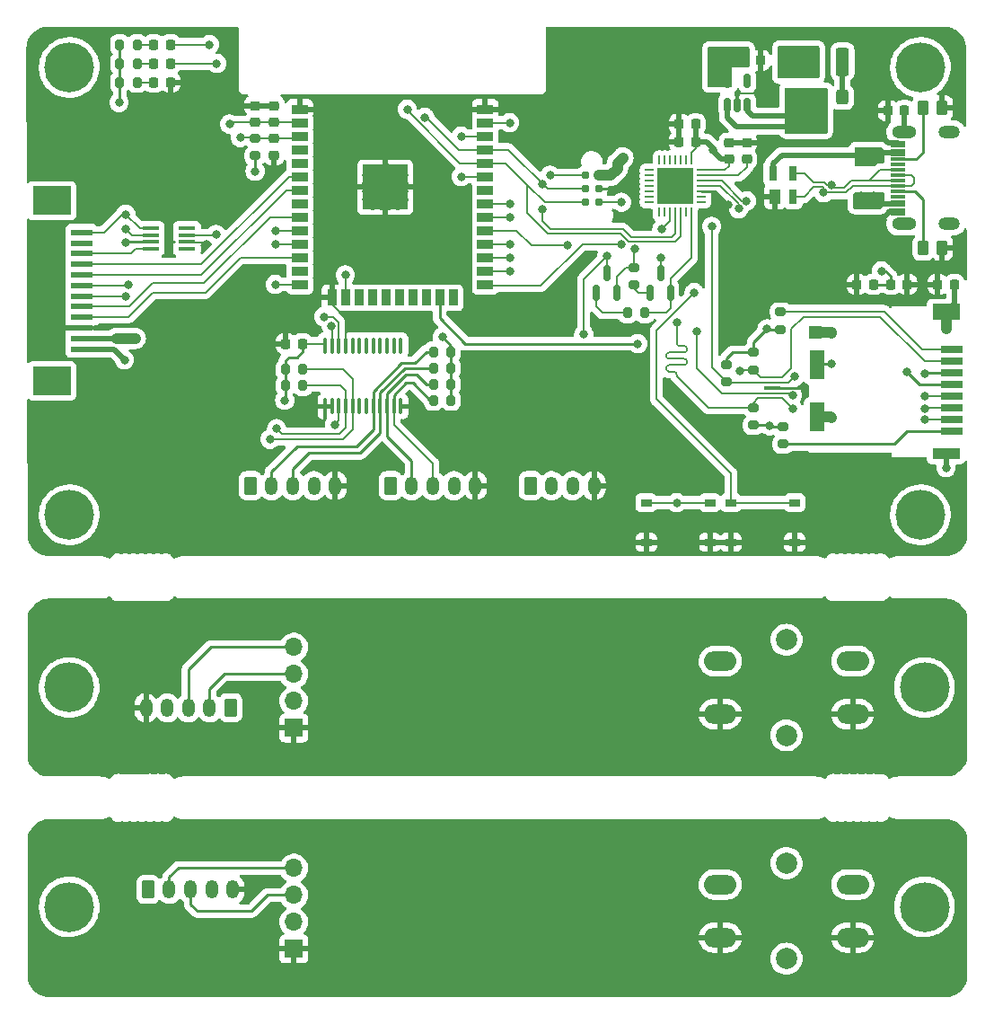
<source format=gbr>
%TF.GenerationSoftware,KiCad,Pcbnew,(6.0.8-1)-1*%
%TF.CreationDate,2022-11-25T14:48:04-05:00*%
%TF.ProjectId,smart-chessboard-controller,736d6172-742d-4636-9865-7373626f6172,B*%
%TF.SameCoordinates,Original*%
%TF.FileFunction,Copper,L1,Top*%
%TF.FilePolarity,Positive*%
%FSLAX46Y46*%
G04 Gerber Fmt 4.6, Leading zero omitted, Abs format (unit mm)*
G04 Created by KiCad (PCBNEW (6.0.8-1)-1) date 2022-11-25 14:48:04*
%MOMM*%
%LPD*%
G01*
G04 APERTURE LIST*
G04 Aperture macros list*
%AMRoundRect*
0 Rectangle with rounded corners*
0 $1 Rounding radius*
0 $2 $3 $4 $5 $6 $7 $8 $9 X,Y pos of 4 corners*
0 Add a 4 corners polygon primitive as box body*
4,1,4,$2,$3,$4,$5,$6,$7,$8,$9,$2,$3,0*
0 Add four circle primitives for the rounded corners*
1,1,$1+$1,$2,$3*
1,1,$1+$1,$4,$5*
1,1,$1+$1,$6,$7*
1,1,$1+$1,$8,$9*
0 Add four rect primitives between the rounded corners*
20,1,$1+$1,$2,$3,$4,$5,0*
20,1,$1+$1,$4,$5,$6,$7,0*
20,1,$1+$1,$6,$7,$8,$9,0*
20,1,$1+$1,$8,$9,$2,$3,0*%
G04 Aperture macros list end*
%TA.AperFunction,ConnectorPad*%
%ADD10C,4.700000*%
%TD*%
%TA.AperFunction,ComponentPad*%
%ADD11C,3.100000*%
%TD*%
%TA.AperFunction,SMDPad,CuDef*%
%ADD12RoundRect,0.218750X-0.218750X-0.256250X0.218750X-0.256250X0.218750X0.256250X-0.218750X0.256250X0*%
%TD*%
%TA.AperFunction,ComponentPad*%
%ADD13R,1.700000X1.700000*%
%TD*%
%TA.AperFunction,ComponentPad*%
%ADD14O,1.700000X1.700000*%
%TD*%
%TA.AperFunction,WasherPad*%
%ADD15C,2.000000*%
%TD*%
%TA.AperFunction,ComponentPad*%
%ADD16O,3.048000X1.850000*%
%TD*%
%TA.AperFunction,SMDPad,CuDef*%
%ADD17R,1.500000X0.900000*%
%TD*%
%TA.AperFunction,SMDPad,CuDef*%
%ADD18R,0.900000X1.500000*%
%TD*%
%TA.AperFunction,ComponentPad*%
%ADD19C,0.475000*%
%TD*%
%TA.AperFunction,SMDPad,CuDef*%
%ADD20R,1.050000X1.050000*%
%TD*%
%TA.AperFunction,SMDPad,CuDef*%
%ADD21R,4.200000X4.200000*%
%TD*%
%TA.AperFunction,SMDPad,CuDef*%
%ADD22RoundRect,0.200000X0.275000X-0.200000X0.275000X0.200000X-0.275000X0.200000X-0.275000X-0.200000X0*%
%TD*%
%TA.AperFunction,SMDPad,CuDef*%
%ADD23R,2.000000X0.700000*%
%TD*%
%TA.AperFunction,SMDPad,CuDef*%
%ADD24R,1.400000X2.700000*%
%TD*%
%TA.AperFunction,SMDPad,CuDef*%
%ADD25R,2.600000X1.000000*%
%TD*%
%TA.AperFunction,SMDPad,CuDef*%
%ADD26R,1.200000X1.200000*%
%TD*%
%TA.AperFunction,SMDPad,CuDef*%
%ADD27R,2.600000X1.500000*%
%TD*%
%TA.AperFunction,SMDPad,CuDef*%
%ADD28RoundRect,0.225000X0.250000X-0.225000X0.250000X0.225000X-0.250000X0.225000X-0.250000X-0.225000X0*%
%TD*%
%TA.AperFunction,SMDPad,CuDef*%
%ADD29RoundRect,0.250000X0.325000X0.450000X-0.325000X0.450000X-0.325000X-0.450000X0.325000X-0.450000X0*%
%TD*%
%TA.AperFunction,SMDPad,CuDef*%
%ADD30RoundRect,0.100000X0.100000X-0.637500X0.100000X0.637500X-0.100000X0.637500X-0.100000X-0.637500X0*%
%TD*%
%TA.AperFunction,SMDPad,CuDef*%
%ADD31RoundRect,0.200000X0.200000X0.275000X-0.200000X0.275000X-0.200000X-0.275000X0.200000X-0.275000X0*%
%TD*%
%TA.AperFunction,ComponentPad*%
%ADD32RoundRect,0.250000X-0.350000X-0.625000X0.350000X-0.625000X0.350000X0.625000X-0.350000X0.625000X0*%
%TD*%
%TA.AperFunction,ComponentPad*%
%ADD33O,1.200000X1.750000*%
%TD*%
%TA.AperFunction,SMDPad,CuDef*%
%ADD34R,1.000000X0.750000*%
%TD*%
%TA.AperFunction,SMDPad,CuDef*%
%ADD35RoundRect,0.150000X0.150000X-0.587500X0.150000X0.587500X-0.150000X0.587500X-0.150000X-0.587500X0*%
%TD*%
%TA.AperFunction,SMDPad,CuDef*%
%ADD36RoundRect,0.200000X-0.200000X-0.275000X0.200000X-0.275000X0.200000X0.275000X-0.200000X0.275000X0*%
%TD*%
%TA.AperFunction,SMDPad,CuDef*%
%ADD37RoundRect,0.225000X-0.225000X-0.250000X0.225000X-0.250000X0.225000X0.250000X-0.225000X0.250000X0*%
%TD*%
%TA.AperFunction,SMDPad,CuDef*%
%ADD38C,0.787000*%
%TD*%
%TA.AperFunction,SMDPad,CuDef*%
%ADD39RoundRect,0.200000X-0.275000X0.200000X-0.275000X-0.200000X0.275000X-0.200000X0.275000X0.200000X0*%
%TD*%
%TA.AperFunction,SMDPad,CuDef*%
%ADD40RoundRect,0.250000X-0.375000X-1.075000X0.375000X-1.075000X0.375000X1.075000X-0.375000X1.075000X0*%
%TD*%
%TA.AperFunction,SMDPad,CuDef*%
%ADD41R,1.000000X1.400000*%
%TD*%
%TA.AperFunction,SMDPad,CuDef*%
%ADD42R,0.800000X1.400000*%
%TD*%
%TA.AperFunction,SMDPad,CuDef*%
%ADD43RoundRect,0.225000X0.225000X0.250000X-0.225000X0.250000X-0.225000X-0.250000X0.225000X-0.250000X0*%
%TD*%
%TA.AperFunction,SMDPad,CuDef*%
%ADD44RoundRect,0.218750X0.218750X0.256250X-0.218750X0.256250X-0.218750X-0.256250X0.218750X-0.256250X0*%
%TD*%
%TA.AperFunction,SMDPad,CuDef*%
%ADD45R,2.000000X0.610000*%
%TD*%
%TA.AperFunction,SMDPad,CuDef*%
%ADD46R,3.600000X2.680000*%
%TD*%
%TA.AperFunction,SMDPad,CuDef*%
%ADD47RoundRect,0.050000X0.287500X-0.050000X0.287500X0.050000X-0.287500X0.050000X-0.287500X-0.050000X0*%
%TD*%
%TA.AperFunction,SMDPad,CuDef*%
%ADD48RoundRect,0.100000X0.675000X-0.100000X0.675000X0.100000X-0.675000X0.100000X-0.675000X-0.100000X0*%
%TD*%
%TA.AperFunction,SMDPad,CuDef*%
%ADD49R,1.600000X0.300000*%
%TD*%
%TA.AperFunction,SMDPad,CuDef*%
%ADD50RoundRect,0.150000X0.150000X-0.512500X0.150000X0.512500X-0.150000X0.512500X-0.150000X-0.512500X0*%
%TD*%
%TA.AperFunction,SMDPad,CuDef*%
%ADD51RoundRect,0.250000X0.262500X0.450000X-0.262500X0.450000X-0.262500X-0.450000X0.262500X-0.450000X0*%
%TD*%
%TA.AperFunction,SMDPad,CuDef*%
%ADD52RoundRect,0.225000X-0.250000X0.225000X-0.250000X-0.225000X0.250000X-0.225000X0.250000X0.225000X0*%
%TD*%
%TA.AperFunction,SMDPad,CuDef*%
%ADD53RoundRect,0.062500X0.337500X0.062500X-0.337500X0.062500X-0.337500X-0.062500X0.337500X-0.062500X0*%
%TD*%
%TA.AperFunction,SMDPad,CuDef*%
%ADD54RoundRect,0.062500X0.062500X0.337500X-0.062500X0.337500X-0.062500X-0.337500X0.062500X-0.337500X0*%
%TD*%
%TA.AperFunction,SMDPad,CuDef*%
%ADD55R,3.350000X3.350000*%
%TD*%
%TA.AperFunction,SMDPad,CuDef*%
%ADD56R,1.400000X0.300000*%
%TD*%
%TA.AperFunction,ComponentPad*%
%ADD57O,2.000000X1.200000*%
%TD*%
%TA.AperFunction,ComponentPad*%
%ADD58O,2.300000X1.200000*%
%TD*%
%TA.AperFunction,ComponentPad*%
%ADD59RoundRect,0.250000X0.350000X0.625000X-0.350000X0.625000X-0.350000X-0.625000X0.350000X-0.625000X0*%
%TD*%
%TA.AperFunction,ViaPad*%
%ADD60C,0.800000*%
%TD*%
%TA.AperFunction,Conductor*%
%ADD61C,0.200000*%
%TD*%
%TA.AperFunction,Conductor*%
%ADD62C,0.250000*%
%TD*%
%TA.AperFunction,Conductor*%
%ADD63C,0.500000*%
%TD*%
%TA.AperFunction,Conductor*%
%ADD64C,1.000000*%
%TD*%
G04 APERTURE END LIST*
D10*
%TO.P,H8,1*%
%TO.N,N/C*%
X78232000Y-99822000D03*
D11*
X78232000Y-99822000D03*
%TD*%
D12*
%TO.P,L2,1*%
%TO.N,GND*%
X155422500Y-61722000D03*
%TO.P,L2,2*%
%TO.N,Net-(J1-PadS1)*%
X156997500Y-61722000D03*
%TD*%
D13*
%TO.P,OLED1,1,GND*%
%TO.N,GND2*%
X99412000Y-140746000D03*
D14*
%TO.P,OLED1,2,VCC*%
%TO.N,+3.3VA*%
X99412000Y-138206000D03*
%TO.P,OLED1,3,SCL*%
%TO.N,/SCL_DW*%
X99412000Y-135666000D03*
%TO.P,OLED1,4,SDA*%
%TO.N,/SDA_DW*%
X99412000Y-133126000D03*
%TD*%
D15*
%TO.P,SW3,*%
%TO.N,*%
X145862000Y-141660000D03*
X145862000Y-132660000D03*
D16*
%TO.P,SW3,1,A*%
%TO.N,/W_MOVE_BTN*%
X152112000Y-134660000D03*
X139612000Y-134660000D03*
%TO.P,SW3,2,B*%
%TO.N,GND2*%
X152112000Y-139660000D03*
X139612000Y-139660000D03*
%TD*%
D10*
%TO.P,H7,1*%
%TO.N,N/C*%
X158496000Y-99822000D03*
D11*
X158496000Y-99822000D03*
%TD*%
D17*
%TO.P,U2,1,GND*%
%TO.N,GND*%
X99960000Y-61600000D03*
%TO.P,U2,2,VDD*%
%TO.N,3V3*%
X99960000Y-62870000D03*
%TO.P,U2,3,EN*%
%TO.N,/EN*%
X99960000Y-64140000D03*
%TO.P,U2,4,SENSOR_VP*%
%TO.N,unconnected-(U2-Pad4)*%
X99960000Y-65410000D03*
%TO.P,U2,5,SENSOR_VN*%
%TO.N,unconnected-(U2-Pad5)*%
X99960000Y-66680000D03*
%TO.P,U2,6,IO34*%
%TO.N,/IO_INT0*%
X99960000Y-67950000D03*
%TO.P,U2,7,IO35*%
%TO.N,/IO_INT1*%
X99960000Y-69220000D03*
%TO.P,U2,8,IO32*%
%TO.N,unconnected-(U2-Pad8)*%
X99960000Y-70490000D03*
%TO.P,U2,9,IO33*%
%TO.N,/IO_INT2*%
X99960000Y-71760000D03*
%TO.P,U2,10,IO25*%
%TO.N,/LED_IC_3*%
X99960000Y-73030000D03*
%TO.P,U2,11,IO26*%
%TO.N,/VLS_EN*%
X99960000Y-74300000D03*
%TO.P,U2,12,IO27*%
%TO.N,/IO_INT3*%
X99960000Y-75570000D03*
%TO.P,U2,13,IO14*%
%TO.N,unconnected-(U2-Pad13)*%
X99960000Y-76840000D03*
%TO.P,U2,14,IO12*%
%TO.N,/B_MOVE*%
X99960000Y-78110000D03*
D18*
%TO.P,U2,15,GND*%
%TO.N,GND*%
X103000000Y-79360000D03*
%TO.P,U2,16,IO13*%
%TO.N,/W_MOVE*%
X104270000Y-79360000D03*
%TO.P,U2,17,SHD/SD2*%
%TO.N,unconnected-(U2-Pad17)*%
X105540000Y-79360000D03*
%TO.P,U2,18,SWP/SD3*%
%TO.N,unconnected-(U2-Pad18)*%
X106810000Y-79360000D03*
%TO.P,U2,19,SCS/CMD*%
%TO.N,unconnected-(U2-Pad19)*%
X108080000Y-79360000D03*
%TO.P,U2,20,SCK/CLK*%
%TO.N,unconnected-(U2-Pad20)*%
X109350000Y-79360000D03*
%TO.P,U2,21,SDO/SD0*%
%TO.N,unconnected-(U2-Pad21)*%
X110620000Y-79360000D03*
%TO.P,U2,22,SDI/SD1*%
%TO.N,unconnected-(U2-Pad22)*%
X111890000Y-79360000D03*
%TO.P,U2,23,IO15*%
%TO.N,/SD_DET*%
X113160000Y-79360000D03*
%TO.P,U2,24,IO2*%
%TO.N,unconnected-(U2-Pad24)*%
X114430000Y-79360000D03*
D17*
%TO.P,U2,25,IO0*%
%TO.N,/IO0*%
X117460000Y-78110000D03*
%TO.P,U2,26,IO4*%
%TO.N,/~{I2C_RESET}*%
X117460000Y-76840000D03*
%TO.P,U2,27,IO16*%
%TO.N,/RX2*%
X117460000Y-75570000D03*
%TO.P,U2,28,IO17*%
%TO.N,/TX2*%
X117460000Y-74300000D03*
%TO.P,U2,29,IO5*%
%TO.N,/SD_SS*%
X117460000Y-73030000D03*
%TO.P,U2,30,IO18*%
%TO.N,/SD_SCK*%
X117460000Y-71760000D03*
%TO.P,U2,31,IO19*%
%TO.N,/SD_MISO*%
X117460000Y-70490000D03*
%TO.P,U2,32,NC*%
%TO.N,unconnected-(U2-Pad32)*%
X117460000Y-69220000D03*
%TO.P,U2,33,IO21*%
%TO.N,/~{I2C_SDA}*%
X117460000Y-67950000D03*
%TO.P,U2,34,RXD0/IO3*%
%TO.N,/ESP_RX*%
X117460000Y-66680000D03*
%TO.P,U2,35,TXD0/IO1*%
%TO.N,/ESP_TX*%
X117460000Y-65410000D03*
%TO.P,U2,36,IO22*%
%TO.N,/~{I2C_SCL}*%
X117460000Y-64140000D03*
%TO.P,U2,37,IO23*%
%TO.N,/SD_MOSI*%
X117460000Y-62870000D03*
%TO.P,U2,38,GND*%
%TO.N,GND*%
X117460000Y-61600000D03*
D19*
%TO.P,U2,39,GND*%
X106505000Y-68177500D03*
X107267500Y-68940000D03*
D20*
X109555000Y-68940000D03*
D19*
X108030000Y-69702500D03*
X108030000Y-68177500D03*
D20*
X106505000Y-68940000D03*
X106505000Y-70465000D03*
D19*
X108792500Y-68940000D03*
D20*
X109555000Y-70465000D03*
D19*
X108792500Y-67415000D03*
D20*
X109555000Y-67415000D03*
X108030000Y-70465000D03*
X106505000Y-67415000D03*
D21*
X108030000Y-68940000D03*
D20*
X108030000Y-68940000D03*
D19*
X107267500Y-70465000D03*
D20*
X108030000Y-67415000D03*
D19*
X109555000Y-69702500D03*
X109555000Y-68177500D03*
X106505000Y-69702500D03*
X108792500Y-70465000D03*
X107267500Y-67415000D03*
%TD*%
D22*
%TO.P,R19,1*%
%TO.N,Net-(Q2-Pad1)*%
X131445000Y-78168000D03*
%TO.P,R19,2*%
%TO.N,/RTS*%
X131445000Y-76518000D03*
%TD*%
D23*
%TO.P,J2,1,DAT2*%
%TO.N,Net-(J2-Pad1)*%
X161415000Y-84265000D03*
%TO.P,J2,2,DAT3/CD*%
%TO.N,/SD_SS*%
X161415000Y-85365000D03*
%TO.P,J2,3,CMD*%
%TO.N,/SD_MOSI*%
X161415000Y-86465000D03*
%TO.P,J2,4,VDD*%
%TO.N,3V3*%
X161415000Y-87565000D03*
%TO.P,J2,5,CLK*%
%TO.N,/SD_SCK*%
X161415000Y-88665000D03*
%TO.P,J2,6,VSS*%
%TO.N,GND*%
X161415000Y-89765000D03*
%TO.P,J2,7,DAT0*%
%TO.N,/SD_MISO*%
X161415000Y-90865000D03*
%TO.P,J2,8,DAT1*%
%TO.N,Net-(J2-Pad8)*%
X161415000Y-91965000D03*
D24*
%TO.P,J2,9,DET_B*%
%TO.N,/SD_DET*%
X148715000Y-85665000D03*
D25*
%TO.P,J2,11,SHIELD*%
%TO.N,Net-(J2-Pad11)*%
X160915000Y-94065000D03*
D26*
X148615000Y-82665000D03*
D27*
X160915000Y-80715000D03*
D24*
X148715000Y-90615000D03*
%TD*%
D28*
%TO.P,C6,1*%
%TO.N,3V3*%
X97534000Y-62802000D03*
%TO.P,C6,2*%
%TO.N,GND*%
X97534000Y-61252000D03*
%TD*%
D29*
%TO.P,L1,1*%
%TO.N,Net-(F1-Pad2)*%
X151139000Y-60452000D03*
%TO.P,L1,2*%
%TO.N,5V*%
X149089000Y-60452000D03*
%TD*%
D30*
%TO.P,U5,1,A0*%
%TO.N,GND*%
X102341000Y-89603500D03*
%TO.P,U5,2,A1*%
X102991000Y-89603500D03*
%TO.P,U5,3,~{RESET}*%
%TO.N,/~{I2C_RESET}*%
X103641000Y-89603500D03*
%TO.P,U5,4,SD0*%
%TO.N,~{SDA_IOMUX}*%
X104291000Y-89603500D03*
%TO.P,U5,5,SC0*%
%TO.N,~{SCL_IOMUX}*%
X104941000Y-89603500D03*
%TO.P,U5,6,SD1*%
%TO.N,unconnected-(U5-Pad6)*%
X105591000Y-89603500D03*
%TO.P,U5,7,SC1*%
%TO.N,unconnected-(U5-Pad7)*%
X106241000Y-89603500D03*
%TO.P,U5,8,SD2*%
%TO.N,/SCL_DBC*%
X106891000Y-89603500D03*
%TO.P,U5,9,SC2*%
%TO.N,/SDA_DBC*%
X107541000Y-89603500D03*
%TO.P,U5,10,SD3*%
%TO.N,/SDA_DWC*%
X108191000Y-89603500D03*
%TO.P,U5,11,SC3*%
%TO.N,/SCL_DWC*%
X108841000Y-89603500D03*
%TO.P,U5,12,GND*%
%TO.N,GND*%
X109491000Y-89603500D03*
%TO.P,U5,13,SD4*%
%TO.N,unconnected-(U5-Pad13)*%
X109491000Y-83878500D03*
%TO.P,U5,14,SC4*%
%TO.N,unconnected-(U5-Pad14)*%
X108841000Y-83878500D03*
%TO.P,U5,15,SD5*%
%TO.N,unconnected-(U5-Pad15)*%
X108191000Y-83878500D03*
%TO.P,U5,16,SC5*%
%TO.N,unconnected-(U5-Pad16)*%
X107541000Y-83878500D03*
%TO.P,U5,17,SD6*%
%TO.N,unconnected-(U5-Pad17)*%
X106891000Y-83878500D03*
%TO.P,U5,18,SC6*%
%TO.N,unconnected-(U5-Pad18)*%
X106241000Y-83878500D03*
%TO.P,U5,19,SD7*%
%TO.N,unconnected-(U5-Pad19)*%
X105591000Y-83878500D03*
%TO.P,U5,20,SC7*%
%TO.N,unconnected-(U5-Pad20)*%
X104941000Y-83878500D03*
%TO.P,U5,21,A2*%
%TO.N,GND*%
X104291000Y-83878500D03*
%TO.P,U5,22,SCL*%
%TO.N,/~{I2C_SCL}*%
X103641000Y-83878500D03*
%TO.P,U5,23,SDA*%
%TO.N,/~{I2C_SDA}*%
X102991000Y-83878500D03*
%TO.P,U5,24,VCC*%
%TO.N,3V3*%
X102341000Y-83878500D03*
%TD*%
D31*
%TO.P,R16,1*%
%TO.N,3V3*%
X114236000Y-84455000D03*
%TO.P,R16,2*%
%TO.N,/SCL_DBC*%
X112586000Y-84455000D03*
%TD*%
D32*
%TO.P,J8,1,Pin_1*%
%TO.N,3V3*%
X108520000Y-97080000D03*
D33*
%TO.P,J8,2,Pin_2*%
%TO.N,/SDA_DWC*%
X110520000Y-97080000D03*
%TO.P,J8,3,Pin_3*%
%TO.N,/SCL_DWC*%
X112520000Y-97080000D03*
%TO.P,J8,4,Pin_4*%
%TO.N,/W_MOVE*%
X114520000Y-97080000D03*
%TO.P,J8,5,Pin_5*%
%TO.N,GND*%
X116520000Y-97080000D03*
%TD*%
D34*
%TO.P,SW4,1,A*%
%TO.N,/IO0*%
X146637000Y-98671000D03*
X140637000Y-98671000D03*
%TO.P,SW4,2,B*%
%TO.N,GND*%
X140637000Y-102421000D03*
X146637000Y-102421000D03*
%TD*%
D35*
%TO.P,Q1,1,B*%
%TO.N,Net-(Q1-Pad1)*%
X127955000Y-78915500D03*
%TO.P,Q1,2,E*%
%TO.N,/RTS*%
X129855000Y-78915500D03*
%TO.P,Q1,3,C*%
%TO.N,/EN*%
X128905000Y-77040500D03*
%TD*%
D36*
%TO.P,R18,1*%
%TO.N,Net-(Q1-Pad1)*%
X130874000Y-80772000D03*
%TO.P,R18,2*%
%TO.N,/DTR*%
X132524000Y-80772000D03*
%TD*%
D37*
%TO.P,C2,1*%
%TO.N,3V3*%
X155689000Y-78105000D03*
%TO.P,C2,2*%
%TO.N,GND*%
X157239000Y-78105000D03*
%TD*%
D28*
%TO.P,C10,1*%
%TO.N,5V*%
X140462000Y-66307000D03*
%TO.P,C10,2*%
%TO.N,GND*%
X140462000Y-64757000D03*
%TD*%
D38*
%TO.P,J3,1,Pin_1*%
%TO.N,/EN*%
X126873000Y-67818000D03*
%TO.P,J3,2,Pin_2*%
%TO.N,VBUS*%
X128143000Y-67818000D03*
%TO.P,J3,3,Pin_3*%
%TO.N,/ESP_TX*%
X126873000Y-69088000D03*
%TO.P,J3,4,Pin_4*%
%TO.N,GND*%
X128143000Y-69088000D03*
%TO.P,J3,5,Pin_5*%
%TO.N,/ESP_RX*%
X126873000Y-70358000D03*
%TO.P,J3,6,Pin_6*%
%TO.N,/IO0*%
X128143000Y-70358000D03*
%TD*%
D28*
%TO.P,C7,1*%
%TO.N,3V3*%
X95743000Y-62802000D03*
%TO.P,C7,2*%
%TO.N,GND*%
X95743000Y-61252000D03*
%TD*%
D34*
%TO.P,SW2,1,A*%
%TO.N,/EN*%
X132636000Y-98671000D03*
X138636000Y-98671000D03*
%TO.P,SW2,2,B*%
%TO.N,GND*%
X132636000Y-102421000D03*
X138636000Y-102421000D03*
%TD*%
D39*
%TO.P,R7,1*%
%TO.N,Net-(J2-Pad1)*%
X145288000Y-80709000D03*
%TO.P,R7,2*%
%TO.N,3V3*%
X145288000Y-82359000D03*
%TD*%
D11*
%TO.P,H1,1*%
%TO.N,N/C*%
X78232000Y-116103400D03*
D10*
X78232000Y-116103400D03*
%TD*%
D28*
%TO.P,C8,1*%
%TO.N,Net-(C8-Pad1)*%
X142113000Y-66307000D03*
%TO.P,C8,2*%
%TO.N,GND*%
X142113000Y-64757000D03*
%TD*%
D40*
%TO.P,F1,1*%
%TO.N,VBUS*%
X148331000Y-57112000D03*
%TO.P,F1,2*%
%TO.N,Net-(F1-Pad2)*%
X151131000Y-57112000D03*
%TD*%
D36*
%TO.P,R14,1*%
%TO.N,3V3*%
X82995000Y-59055000D03*
%TO.P,R14,2*%
%TO.N,Net-(LED3-Pad2)*%
X84645000Y-59055000D03*
%TD*%
D41*
%TO.P,U3,1,A*%
%TO.N,GND*%
X144792000Y-69807000D03*
D42*
%TO.P,U3,2,K*%
%TO.N,/D_N*%
X146492000Y-69807000D03*
%TO.P,U3,3,K*%
%TO.N,/D_P*%
X146492000Y-67607000D03*
%TO.P,U3,4,K*%
%TO.N,VBUS*%
X144592000Y-67607000D03*
%TD*%
D32*
%TO.P,J9,1,Pin_1*%
%TO.N,3V3*%
X95312000Y-97080000D03*
D33*
%TO.P,J9,2,Pin_2*%
%TO.N,/SCL_DBC*%
X97312000Y-97080000D03*
%TO.P,J9,3,Pin_3*%
%TO.N,/SDA_DBC*%
X99312000Y-97080000D03*
%TO.P,J9,4,Pin_4*%
%TO.N,/B_MOVE*%
X101312000Y-97080000D03*
%TO.P,J9,5,Pin_5*%
%TO.N,GND*%
X103312000Y-97080000D03*
%TD*%
D32*
%TO.P,J5,1,VCC*%
%TO.N,5V*%
X121712000Y-97080000D03*
D33*
%TO.P,J5,2,TX*%
%TO.N,/RX2*%
X123712000Y-97080000D03*
%TO.P,J5,3,RX*%
%TO.N,/TX2*%
X125712000Y-97080000D03*
%TO.P,J5,4,GND*%
%TO.N,GND*%
X127712000Y-97080000D03*
%TD*%
D43*
%TO.P,C9,1*%
%TO.N,5V*%
X137300000Y-64643000D03*
%TO.P,C9,2*%
%TO.N,GND*%
X135750000Y-64643000D03*
%TD*%
D44*
%TO.P,LED3,1,K*%
%TO.N,GND*%
X87782500Y-59055000D03*
%TO.P,LED3,2,A*%
%TO.N,Net-(LED3-Pad2)*%
X86207500Y-59055000D03*
%TD*%
D45*
%TO.P,J4,1,Pin_1*%
%TO.N,/LED_IC_3*%
X79395000Y-73202000D03*
%TO.P,J4,2,Pin_2*%
%TO.N,unconnected-(J4-Pad2)*%
X79395000Y-74202000D03*
%TO.P,J4,3,Pin_3*%
%TO.N,/LED_IC_5*%
X79395000Y-75202000D03*
%TO.P,J4,4,Pin_4*%
%TO.N,/IO_INT0*%
X79395000Y-76202000D03*
%TO.P,J4,5,Pin_5*%
%TO.N,/IO_INT1*%
X79395000Y-77202000D03*
%TO.P,J4,6,Pin_6*%
%TO.N,~{SDA_IOMUX}*%
X79395000Y-78202000D03*
%TO.P,J4,7,Pin_7*%
%TO.N,~{SCL_IOMUX}*%
X79395000Y-79202000D03*
%TO.P,J4,8,Pin_8*%
%TO.N,/IO_INT2*%
X79395000Y-80202000D03*
%TO.P,J4,9,Pin_9*%
%TO.N,/IO_INT3*%
X79395000Y-81202000D03*
%TO.P,J4,10,Pin_10*%
%TO.N,GND*%
X79395000Y-82202000D03*
%TO.P,J4,11,Pin_11*%
%TO.N,5V*%
X79395000Y-83202000D03*
%TO.P,J4,12,Pin_12*%
%TO.N,3V3*%
X79395000Y-84202000D03*
D46*
%TO.P,J4,MP,MountPin*%
%TO.N,unconnected-(J4-PadMP)*%
X76595000Y-70212000D03*
X76595000Y-87192000D03*
%TD*%
D47*
%TO.P,D1,1,K1*%
%TO.N,/SD_MISO*%
X144088500Y-88846000D03*
X144963500Y-88846000D03*
%TO.P,D1,2,K2*%
%TO.N,/SD_SCK*%
X144088500Y-88346000D03*
X144963500Y-88346000D03*
D48*
%TO.P,D1,3,A*%
%TO.N,GND*%
X144526000Y-87846000D03*
D47*
%TO.P,D1,4,K3*%
%TO.N,/SD_MOSI*%
X144963500Y-87346000D03*
X144088500Y-87346000D03*
%TO.P,D1,5,K4*%
%TO.N,/SD_SS*%
X144963500Y-86846000D03*
X144088500Y-86846000D03*
%TD*%
D13*
%TO.P,OLED2,1,GND*%
%TO.N,GND1*%
X99412000Y-119918400D03*
D14*
%TO.P,OLED2,2,VCC*%
%TO.N,+3V3*%
X99412000Y-117378400D03*
%TO.P,OLED2,3,SCL*%
%TO.N,/SCL_DB*%
X99412000Y-114838400D03*
%TO.P,OLED2,4,SDA*%
%TO.N,/SDA_DB*%
X99412000Y-112298400D03*
%TD*%
D11*
%TO.P,H4,1*%
%TO.N,N/C*%
X158877000Y-136779000D03*
D10*
X158877000Y-136779000D03*
%TD*%
D43*
%TO.P,C11,1*%
%TO.N,3V3*%
X100216000Y-83693000D03*
%TO.P,C11,2*%
%TO.N,GND*%
X98666000Y-83693000D03*
%TD*%
D31*
%TO.P,R17,1*%
%TO.N,3V3*%
X114236000Y-87503000D03*
%TO.P,R17,2*%
%TO.N,/SDA_DWC*%
X112586000Y-87503000D03*
%TD*%
D12*
%TO.P,L3,1*%
%TO.N,GND*%
X160121500Y-78105000D03*
%TO.P,L3,2*%
%TO.N,Net-(J2-Pad11)*%
X161696500Y-78105000D03*
%TD*%
D49*
%TO.P,U6,1,B2*%
%TO.N,unconnected-(U6-Pad1)*%
X89330000Y-74762000D03*
%TO.P,U6,2,GND*%
%TO.N,GND*%
X89330000Y-74112000D03*
%TO.P,U6,3,VCCA*%
%TO.N,3V3*%
X89330000Y-73462000D03*
%TO.P,U6,4,A2*%
%TO.N,unconnected-(U6-Pad4)*%
X89330000Y-72812000D03*
%TO.P,U6,5,A1*%
%TO.N,/LED_IC_3*%
X85930000Y-72812000D03*
%TO.P,U6,6,OE*%
%TO.N,/VLS_EN*%
X85930000Y-73462000D03*
%TO.P,U6,7,VCCB*%
%TO.N,5V*%
X85930000Y-74112000D03*
%TO.P,U6,8,B1*%
%TO.N,/LED_IC_5*%
X85930000Y-74762000D03*
%TD*%
D50*
%TO.P,U1,1,VIN*%
%TO.N,5V*%
X140275000Y-61169500D03*
%TO.P,U1,2,GND*%
%TO.N,GND*%
X141225000Y-61169500D03*
%TO.P,U1,3,CE*%
%TO.N,5V*%
X142175000Y-61169500D03*
%TO.P,U1,4,NC*%
%TO.N,unconnected-(U1-Pad4)*%
X142175000Y-58894500D03*
%TO.P,U1,5,VOUT*%
%TO.N,3V3*%
X140275000Y-58894500D03*
%TD*%
D31*
%TO.P,R13,1*%
%TO.N,3V3*%
X114236000Y-89027000D03*
%TO.P,R13,2*%
%TO.N,/SCL_DWC*%
X112586000Y-89027000D03*
%TD*%
D51*
%TO.P,R4,1*%
%TO.N,GND*%
X160551500Y-74674000D03*
%TO.P,R4,2*%
%TO.N,Net-(J1-PadA5)*%
X158726500Y-74674000D03*
%TD*%
D36*
%TO.P,R15,1*%
%TO.N,3V3*%
X98616000Y-87630000D03*
%TO.P,R15,2*%
%TO.N,~{SDA_IOMUX}*%
X100266000Y-87630000D03*
%TD*%
%TO.P,R10,1*%
%TO.N,3V3*%
X82995000Y-57277000D03*
%TO.P,R10,2*%
%TO.N,Net-(LED2-Pad2)*%
X84645000Y-57277000D03*
%TD*%
D52*
%TO.P,C3,1*%
%TO.N,/EN*%
X97534000Y-64363000D03*
%TO.P,C3,2*%
%TO.N,GND*%
X97534000Y-65913000D03*
%TD*%
D10*
%TO.P,H3,1*%
%TO.N,N/C*%
X78232000Y-136779000D03*
D11*
X78232000Y-136779000D03*
%TD*%
D44*
%TO.P,LED2,1,K*%
%TO.N,/ESP_RX*%
X87782500Y-57277000D03*
%TO.P,LED2,2,A*%
%TO.N,Net-(LED2-Pad2)*%
X86207500Y-57277000D03*
%TD*%
D22*
%TO.P,R6,1*%
%TO.N,/SD_SS*%
X142748000Y-86169000D03*
%TO.P,R6,2*%
%TO.N,3V3*%
X142748000Y-84519000D03*
%TD*%
D53*
%TO.P,U4,1,~{DCD}*%
%TO.N,unconnected-(U4-Pad1)*%
X137830000Y-70334000D03*
%TO.P,U4,2,~{RI}/CLK*%
%TO.N,unconnected-(U4-Pad2)*%
X137830000Y-69834000D03*
%TO.P,U4,3,GND*%
%TO.N,GND*%
X137830000Y-69334000D03*
%TO.P,U4,4,D+*%
%TO.N,/D_P*%
X137830000Y-68834000D03*
%TO.P,U4,5,D-*%
%TO.N,/D_N*%
X137830000Y-68334000D03*
%TO.P,U4,6,VDD*%
%TO.N,Net-(C8-Pad1)*%
X137830000Y-67834000D03*
%TO.P,U4,7,VREGIN*%
%TO.N,5V*%
X137830000Y-67334000D03*
D54*
%TO.P,U4,8,VBUS*%
X136880000Y-66384000D03*
%TO.P,U4,9,~{RST}*%
%TO.N,unconnected-(U4-Pad9)*%
X136380000Y-66384000D03*
%TO.P,U4,10,NC*%
%TO.N,unconnected-(U4-Pad10)*%
X135880000Y-66384000D03*
%TO.P,U4,11,~{SUSPEND}*%
%TO.N,unconnected-(U4-Pad11)*%
X135380000Y-66384000D03*
%TO.P,U4,12,SUSPEND*%
%TO.N,unconnected-(U4-Pad12)*%
X134880000Y-66384000D03*
%TO.P,U4,13,CHREN*%
%TO.N,unconnected-(U4-Pad13)*%
X134380000Y-66384000D03*
%TO.P,U4,14,CHR1*%
%TO.N,unconnected-(U4-Pad14)*%
X133880000Y-66384000D03*
D53*
%TO.P,U4,15,CHR0*%
%TO.N,unconnected-(U4-Pad15)*%
X132930000Y-67334000D03*
%TO.P,U4,16,~{WAKEUP}/GPIO.3*%
%TO.N,unconnected-(U4-Pad16)*%
X132930000Y-67834000D03*
%TO.P,U4,17,RS485/GPIO.2*%
%TO.N,unconnected-(U4-Pad17)*%
X132930000Y-68334000D03*
%TO.P,U4,18,~{RXT}/GPIO.1*%
%TO.N,unconnected-(U4-Pad18)*%
X132930000Y-68834000D03*
%TO.P,U4,19,~{TXT}/GPIO.0*%
%TO.N,unconnected-(U4-Pad19)*%
X132930000Y-69334000D03*
%TO.P,U4,20,GPIO.6*%
%TO.N,unconnected-(U4-Pad20)*%
X132930000Y-69834000D03*
%TO.P,U4,21,GPIO.5*%
%TO.N,unconnected-(U4-Pad21)*%
X132930000Y-70334000D03*
D54*
%TO.P,U4,22,GPIO.4*%
%TO.N,unconnected-(U4-Pad22)*%
X133880000Y-71284000D03*
%TO.P,U4,23,~{CTS}*%
%TO.N,unconnected-(U4-Pad23)*%
X134380000Y-71284000D03*
%TO.P,U4,24,~{RTS}*%
%TO.N,/RTS*%
X134880000Y-71284000D03*
%TO.P,U4,25,RXD*%
%TO.N,/ESP_TX*%
X135380000Y-71284000D03*
%TO.P,U4,26,TXD*%
%TO.N,/ESP_RX*%
X135880000Y-71284000D03*
%TO.P,U4,27,~{DSR}*%
%TO.N,unconnected-(U4-Pad27)*%
X136380000Y-71284000D03*
%TO.P,U4,28,~{DTR}*%
%TO.N,/DTR*%
X136880000Y-71284000D03*
D55*
%TO.P,U4,29,GND*%
%TO.N,GND*%
X135380000Y-68834000D03*
%TD*%
D37*
%TO.P,C4,1*%
%TO.N,GND*%
X135750000Y-62992000D03*
%TO.P,C4,2*%
%TO.N,5V*%
X137300000Y-62992000D03*
%TD*%
D43*
%TO.P,C1,1*%
%TO.N,3V3*%
X154064000Y-78105000D03*
%TO.P,C1,2*%
%TO.N,GND*%
X152514000Y-78105000D03*
%TD*%
D36*
%TO.P,R11,1*%
%TO.N,3V3*%
X98616000Y-86106000D03*
%TO.P,R11,2*%
%TO.N,~{SCL_IOMUX}*%
X100266000Y-86106000D03*
%TD*%
D51*
%TO.P,R8,1*%
%TO.N,GND*%
X160551500Y-61466000D03*
%TO.P,R8,2*%
%TO.N,Net-(J1-PadB5)*%
X158726500Y-61466000D03*
%TD*%
D11*
%TO.P,H6,1*%
%TO.N,N/C*%
X158496000Y-57658000D03*
D10*
X158496000Y-57658000D03*
%TD*%
D22*
%TO.P,R2,1*%
%TO.N,/SD_MOSI*%
X140208000Y-87312000D03*
%TO.P,R2,2*%
%TO.N,3V3*%
X140208000Y-85662000D03*
%TD*%
%TO.P,R1,1*%
%TO.N,3V3*%
X95756000Y-65963000D03*
%TO.P,R1,2*%
%TO.N,/EN*%
X95756000Y-64313000D03*
%TD*%
D15*
%TO.P,SW1,*%
%TO.N,*%
X145862000Y-120603400D03*
X145862000Y-111603400D03*
D16*
%TO.P,SW1,1,A*%
%TO.N,/B_MOVE_BTN*%
X139612000Y-113603400D03*
X152112000Y-113603400D03*
%TO.P,SW1,2,B*%
%TO.N,GND1*%
X139612000Y-118603400D03*
X152112000Y-118603400D03*
%TD*%
D36*
%TO.P,R9,1*%
%TO.N,3V3*%
X82995000Y-55499000D03*
%TO.P,R9,2*%
%TO.N,Net-(LED1-Pad2)*%
X84645000Y-55499000D03*
%TD*%
D39*
%TO.P,R5,1*%
%TO.N,/SD_MISO*%
X142748000Y-89726000D03*
%TO.P,R5,2*%
%TO.N,3V3*%
X142748000Y-91376000D03*
%TD*%
D22*
%TO.P,R3,1*%
%TO.N,Net-(J2-Pad8)*%
X145542000Y-93154000D03*
%TO.P,R3,2*%
%TO.N,3V3*%
X145542000Y-91504000D03*
%TD*%
D11*
%TO.P,H5,1*%
%TO.N,N/C*%
X78232000Y-57658000D03*
D10*
X78232000Y-57658000D03*
%TD*%
D11*
%TO.P,H2,1*%
%TO.N,N/C*%
X158877000Y-116103400D03*
D10*
X158877000Y-116103400D03*
%TD*%
D37*
%TO.P,C5,1*%
%TO.N,3V3*%
X141847000Y-56984000D03*
%TO.P,C5,2*%
%TO.N,GND*%
X143397000Y-56984000D03*
%TD*%
D35*
%TO.P,Q2,1,B*%
%TO.N,Net-(Q2-Pad1)*%
X133035000Y-78915500D03*
%TO.P,Q2,2,E*%
%TO.N,/DTR*%
X134935000Y-78915500D03*
%TO.P,Q2,3,C*%
%TO.N,/IO0*%
X133985000Y-77040500D03*
%TD*%
D31*
%TO.P,R12,1*%
%TO.N,3V3*%
X114236000Y-85979000D03*
%TO.P,R12,2*%
%TO.N,/SDA_DBC*%
X112586000Y-85979000D03*
%TD*%
D56*
%TO.P,J1,A1,GND*%
%TO.N,GND*%
X156368000Y-71420000D03*
%TO.P,J1,A4,VBUS*%
%TO.N,VBUS*%
X156368000Y-70620000D03*
%TO.P,J1,A5,CC1*%
%TO.N,Net-(J1-PadA5)*%
X156368000Y-69320000D03*
%TO.P,J1,A6,D+*%
%TO.N,/D_P*%
X156368000Y-68320000D03*
%TO.P,J1,A7,D-*%
%TO.N,/D_N*%
X156368000Y-67820000D03*
%TO.P,J1,A8,SBU1*%
%TO.N,unconnected-(J1-PadA8)*%
X156368000Y-66820000D03*
%TO.P,J1,A9,VBUS*%
%TO.N,VBUS*%
X156368000Y-65520000D03*
%TO.P,J1,A12,GND*%
%TO.N,GND*%
X156368000Y-64720000D03*
%TO.P,J1,B1,GND*%
X156368000Y-65020000D03*
%TO.P,J1,B4,VBUS*%
%TO.N,VBUS*%
X156368000Y-65820000D03*
%TO.P,J1,B5,CC2*%
%TO.N,Net-(J1-PadB5)*%
X156368000Y-66320000D03*
%TO.P,J1,B6,D+*%
%TO.N,/D_P*%
X156368000Y-67320000D03*
%TO.P,J1,B7,D-*%
%TO.N,/D_N*%
X156368000Y-68820000D03*
%TO.P,J1,B8,SBU2*%
%TO.N,unconnected-(J1-PadB8)*%
X156368000Y-69820000D03*
%TO.P,J1,B9,VBUS*%
%TO.N,VBUS*%
X156368000Y-70320000D03*
%TO.P,J1,B12,GND*%
%TO.N,GND*%
X156368000Y-71120000D03*
D57*
%TO.P,J1,S1,SHIELD*%
%TO.N,Net-(J1-PadS1)*%
X161218000Y-72395000D03*
X161218000Y-63745000D03*
D58*
X156943000Y-72395000D03*
X156943000Y-63745000D03*
%TD*%
D44*
%TO.P,LED1,1,K*%
%TO.N,/ESP_TX*%
X87782500Y-55499000D03*
%TO.P,LED1,2,A*%
%TO.N,Net-(LED1-Pad2)*%
X86207500Y-55499000D03*
%TD*%
D32*
%TO.P,J7,1,Pin_1*%
%TO.N,+3.3VA*%
X85662000Y-135128000D03*
D33*
%TO.P,J7,2,Pin_2*%
%TO.N,/SDA_DW*%
X87662000Y-135128000D03*
%TO.P,J7,3,Pin_3*%
%TO.N,/SCL_DW*%
X89662000Y-135128000D03*
%TO.P,J7,4,Pin_4*%
%TO.N,/W_MOVE_BTN*%
X91662000Y-135128000D03*
%TO.P,J7,5,Pin_5*%
%TO.N,GND2*%
X93662000Y-135128000D03*
%TD*%
D59*
%TO.P,J6,1,Pin_1*%
%TO.N,+3V3*%
X93472000Y-118008400D03*
D33*
%TO.P,J6,2,Pin_2*%
%TO.N,/SCL_DB*%
X91472000Y-118008400D03*
%TO.P,J6,3,Pin_3*%
%TO.N,/SDA_DB*%
X89472000Y-118008400D03*
%TO.P,J6,4,Pin_4*%
%TO.N,/B_MOVE_BTN*%
X87472000Y-118008400D03*
%TO.P,J6,5,Pin_5*%
%TO.N,GND1*%
X85472000Y-118008400D03*
%TD*%
D60*
%TO.N,3V3*%
X140463000Y-56349000D03*
X98552000Y-89027000D03*
X140463000Y-57365000D03*
X144272000Y-91440000D03*
X113411000Y-83058000D03*
X144018000Y-82296000D03*
X95758000Y-67437000D03*
X154813000Y-76835000D03*
X157226000Y-86360000D03*
X93345000Y-62992000D03*
X82931000Y-60960000D03*
X139447000Y-57365000D03*
X92075000Y-73406000D03*
X83439000Y-85217000D03*
X139447000Y-56349000D03*
%TO.N,GND*%
X158750000Y-78105000D03*
X104902000Y-81915000D03*
X147574000Y-87757000D03*
X144399000Y-60706000D03*
X134747000Y-69469000D03*
X91186000Y-74295000D03*
X154813000Y-64135000D03*
X134747000Y-68326000D03*
X133604000Y-64643000D03*
X135890000Y-68326000D03*
X154813000Y-72009000D03*
X140335000Y-70612000D03*
X158877000Y-89789000D03*
X77343000Y-82169000D03*
X151130000Y-78105000D03*
X135890000Y-69469000D03*
X130429000Y-69088000D03*
%TO.N,/EN*%
X94361000Y-64262000D03*
X128905000Y-75438000D03*
X123571000Y-67818000D03*
X126746000Y-82804000D03*
X135509000Y-98679000D03*
%TO.N,5V*%
X84455000Y-83185000D03*
X146431000Y-63246000D03*
X83185000Y-83185000D03*
X146304000Y-60452000D03*
X146431000Y-61849000D03*
X147574000Y-61849000D03*
X138938000Y-65405000D03*
X148844000Y-61849000D03*
X83566000Y-74168000D03*
X147574000Y-60452000D03*
%TO.N,/SD_MISO*%
X158877000Y-90805000D03*
X146431000Y-89789000D03*
X119761000Y-70485000D03*
X135509000Y-81661000D03*
%TO.N,/SD_SCK*%
X137414000Y-82550000D03*
X146431000Y-88570500D03*
X119761000Y-71755000D03*
X158877000Y-88646000D03*
%TO.N,/SD_MOSI*%
X158877000Y-86487000D03*
X138811000Y-72644000D03*
X146608122Y-86791122D03*
X119761000Y-62865000D03*
%TO.N,/SD_SS*%
X141478000Y-86233000D03*
X125222000Y-74422000D03*
%TO.N,VBUS*%
X154559000Y-65659000D03*
X130429000Y-66167000D03*
X146812000Y-56388000D03*
X145669000Y-57658000D03*
X154051000Y-66421000D03*
X154051000Y-69723000D03*
X129921000Y-67183000D03*
X154559000Y-70485000D03*
X145669000Y-56388000D03*
X153543000Y-70485000D03*
X153543000Y-65659000D03*
X152908000Y-66421000D03*
X152908000Y-69723000D03*
X146812000Y-57658000D03*
%TO.N,/D_P*%
X150104232Y-68716768D03*
X141360768Y-70983232D03*
%TO.N,/D_N*%
X149361768Y-69459232D03*
X142103232Y-70240768D03*
%TO.N,/SD_DET*%
X150114000Y-85598000D03*
X131826000Y-83693000D03*
%TO.N,/ESP_TX*%
X111760000Y-62357000D03*
X122871500Y-68643500D03*
X122803212Y-71007470D03*
X91440000Y-55499000D03*
%TO.N,/ESP_RX*%
X110109000Y-61595000D03*
X92139500Y-57277000D03*
%TO.N,/IO0*%
X137160000Y-78867000D03*
X133985000Y-75565000D03*
X130251878Y-74359500D03*
X130302000Y-70358000D03*
%TO.N,~{SDA_IOMUX}*%
X97790000Y-91694000D03*
X83820000Y-78105000D03*
%TO.N,~{SCL_IOMUX}*%
X83566000Y-79202000D03*
X97155000Y-92710000D03*
%TO.N,/RX2*%
X119761000Y-75565000D03*
%TO.N,/TX2*%
X119761000Y-74295000D03*
%TO.N,/W_MOVE*%
X104267000Y-77216000D03*
%TO.N,/B_MOVE*%
X97663000Y-78105000D03*
%TO.N,/RTS*%
X134112000Y-72898000D03*
X131572000Y-74759500D03*
%TO.N,/LED_IC_3*%
X83566000Y-71501000D03*
X97663000Y-73025000D03*
%TO.N,/~{I2C_RESET}*%
X103251000Y-91313000D03*
X119761000Y-76835000D03*
%TO.N,/VLS_EN*%
X97663000Y-74295000D03*
X83566000Y-72898000D03*
%TO.N,/~{I2C_SDA}*%
X102941500Y-82028622D03*
X115189000Y-67945000D03*
%TO.N,/~{I2C_SCL}*%
X102235000Y-81153000D03*
X115189000Y-64135000D03*
%TO.N,Net-(J2-Pad11)*%
X160909000Y-95377000D03*
X150114000Y-90678000D03*
X150114000Y-82677000D03*
X160909000Y-82296000D03*
%TD*%
D61*
%TO.N,/LED_IC_3*%
X83566000Y-71501000D02*
X83185000Y-71501000D01*
X83185000Y-71501000D02*
X81484000Y-73202000D01*
X81484000Y-73202000D02*
X79395000Y-73202000D01*
D62*
%TO.N,3V3*%
X144208000Y-91376000D02*
X144272000Y-91440000D01*
D61*
X92019000Y-73462000D02*
X89330000Y-73462000D01*
D62*
X144018000Y-82296000D02*
X142748000Y-83566000D01*
X95756000Y-65963000D02*
X95756000Y-67435000D01*
D61*
X93345000Y-62992000D02*
X93535000Y-62802000D01*
X95743000Y-62802000D02*
X97534000Y-62802000D01*
X102155500Y-83693000D02*
X102341000Y-83878500D01*
D62*
X95756000Y-67435000D02*
X95758000Y-67437000D01*
X98933000Y-84963000D02*
X99695000Y-84963000D01*
X98616000Y-88963000D02*
X98552000Y-89027000D01*
D61*
X100216000Y-83693000D02*
X102155500Y-83693000D01*
X97534000Y-62802000D02*
X99892000Y-62802000D01*
D62*
X98616000Y-87630000D02*
X98616000Y-88963000D01*
X145542000Y-91504000D02*
X144336000Y-91504000D01*
X140208000Y-85090000D02*
X140208000Y-85662000D01*
X99695000Y-84963000D02*
X100216000Y-84442000D01*
D63*
X82424000Y-84202000D02*
X79395000Y-84202000D01*
D61*
X99892000Y-62802000D02*
X99960000Y-62870000D01*
D62*
X82931000Y-60960000D02*
X82995000Y-60896000D01*
D61*
X93535000Y-62802000D02*
X95743000Y-62802000D01*
D62*
X154813000Y-76835000D02*
X155194000Y-76835000D01*
X100216000Y-84442000D02*
X100216000Y-83693000D01*
X154064000Y-78105000D02*
X155689000Y-78105000D01*
X155689000Y-77330000D02*
X155689000Y-78105000D01*
X82995000Y-55499000D02*
X82995000Y-59055000D01*
X98616000Y-85280000D02*
X98933000Y-84963000D01*
X98616000Y-86106000D02*
X98616000Y-85280000D01*
X114236000Y-84455000D02*
X114236000Y-85979000D01*
X98616000Y-87630000D02*
X98616000Y-86106000D01*
D61*
X92075000Y-73406000D02*
X92019000Y-73462000D01*
D62*
X155194000Y-76835000D02*
X155689000Y-77330000D01*
X140779000Y-84519000D02*
X140208000Y-85090000D01*
X82995000Y-60896000D02*
X82995000Y-59055000D01*
X144018000Y-82296000D02*
X144081000Y-82359000D01*
X144081000Y-82359000D02*
X145288000Y-82359000D01*
X114236000Y-85979000D02*
X114236000Y-87503000D01*
D63*
X83439000Y-85217000D02*
X82424000Y-84202000D01*
D62*
X158431000Y-87565000D02*
X161415000Y-87565000D01*
X113411000Y-83058000D02*
X114236000Y-83883000D01*
X144336000Y-91504000D02*
X144272000Y-91440000D01*
X114236000Y-83883000D02*
X114236000Y-84455000D01*
X157226000Y-86360000D02*
X158431000Y-87565000D01*
X142748000Y-84519000D02*
X140779000Y-84519000D01*
X142748000Y-83566000D02*
X142748000Y-84519000D01*
X114236000Y-87503000D02*
X114236000Y-89027000D01*
X142748000Y-91376000D02*
X144208000Y-91376000D01*
D61*
%TO.N,GND*%
X89386000Y-74168000D02*
X89330000Y-74112000D01*
X104902000Y-81915000D02*
X104291000Y-82526000D01*
D63*
X77376000Y-82202000D02*
X77343000Y-82169000D01*
D62*
X147574000Y-87757000D02*
X147485000Y-87846000D01*
D61*
X133617000Y-64656000D02*
X135737000Y-64656000D01*
X141225000Y-60324000D02*
X141225000Y-61169500D01*
X135737000Y-64656000D02*
X135750000Y-64643000D01*
D63*
X154813000Y-64135000D02*
X155473000Y-64795000D01*
D61*
X143764000Y-60071000D02*
X141478000Y-60071000D01*
X103000000Y-80013000D02*
X103000000Y-79360000D01*
X161415000Y-89765000D02*
X158901000Y-89765000D01*
X104291000Y-82526000D02*
X104291000Y-83878500D01*
D62*
X147485000Y-87846000D02*
X144526000Y-87846000D01*
D61*
X158901000Y-89765000D02*
X158877000Y-89789000D01*
X91186000Y-74295000D02*
X91059000Y-74168000D01*
D63*
X155473000Y-64795000D02*
X156368000Y-64795000D01*
D61*
X133604000Y-64643000D02*
X133617000Y-64656000D01*
D62*
X130429000Y-69088000D02*
X128143000Y-69088000D01*
D63*
X154813000Y-72009000D02*
X155602000Y-71220000D01*
D61*
X144399000Y-60706000D02*
X143764000Y-60071000D01*
D62*
X139057000Y-69334000D02*
X137830000Y-69334000D01*
D61*
X104902000Y-81915000D02*
X103000000Y-80013000D01*
X91059000Y-74168000D02*
X89386000Y-74168000D01*
D62*
X140335000Y-70612000D02*
X139057000Y-69334000D01*
D61*
X141478000Y-60071000D02*
X141225000Y-60324000D01*
D63*
X155602000Y-71220000D02*
X156368000Y-71220000D01*
X79395000Y-82202000D02*
X77376000Y-82202000D01*
D61*
%TO.N,/EN*%
X97534000Y-64363000D02*
X99737000Y-64363000D01*
X126746000Y-77597000D02*
X128905000Y-75438000D01*
X99737000Y-64363000D02*
X99960000Y-64140000D01*
X126746000Y-82804000D02*
X126746000Y-77597000D01*
X95756000Y-64313000D02*
X97484000Y-64313000D01*
X95705000Y-64262000D02*
X95756000Y-64313000D01*
X97484000Y-64313000D02*
X97534000Y-64363000D01*
X128905000Y-75438000D02*
X128905000Y-77040500D01*
X132636000Y-98671000D02*
X138636000Y-98671000D01*
X123571000Y-67818000D02*
X126873000Y-67818000D01*
X94361000Y-64262000D02*
X95705000Y-64262000D01*
D63*
%TO.N,5V*%
X142175000Y-61169500D02*
X142175000Y-61745000D01*
X138303000Y-64643000D02*
X138938000Y-65278000D01*
D64*
X82677000Y-83185000D02*
X84455000Y-83185000D01*
D63*
X142622000Y-62192000D02*
X146088000Y-62192000D01*
X142175000Y-61745000D02*
X142622000Y-62192000D01*
X139713000Y-66307000D02*
X140462000Y-66307000D01*
X83168000Y-83202000D02*
X79395000Y-83202000D01*
D61*
X137300000Y-64643000D02*
X137300000Y-65265000D01*
X137300000Y-65265000D02*
X136880000Y-65685000D01*
D63*
X83185000Y-83185000D02*
X83168000Y-83202000D01*
D62*
X83622000Y-74112000D02*
X83566000Y-74168000D01*
D63*
X137300000Y-62992000D02*
X137300000Y-64643000D01*
X138938000Y-65532000D02*
X139713000Y-66307000D01*
X137300000Y-64643000D02*
X138303000Y-64643000D01*
X141136000Y-63246000D02*
X146431000Y-63246000D01*
X140275000Y-61169500D02*
X140275000Y-62385000D01*
D61*
X140057000Y-67334000D02*
X137830000Y-67334000D01*
X140462000Y-66307000D02*
X140462000Y-66929000D01*
D63*
X140275000Y-62385000D02*
X141136000Y-63246000D01*
D61*
X140462000Y-66929000D02*
X140057000Y-67334000D01*
D63*
X146088000Y-62192000D02*
X146431000Y-61849000D01*
X138938000Y-65405000D02*
X138938000Y-65532000D01*
D61*
X136880000Y-65685000D02*
X136880000Y-66384000D01*
D62*
X85930000Y-74112000D02*
X83622000Y-74112000D01*
D63*
X138938000Y-65278000D02*
X138938000Y-65405000D01*
D61*
%TO.N,Net-(C8-Pad1)*%
X142113000Y-66307000D02*
X142113000Y-67056000D01*
X142113000Y-67056000D02*
X141335000Y-67834000D01*
X141335000Y-67834000D02*
X137830000Y-67834000D01*
%TO.N,/SD_MISO*%
X134809000Y-84514000D02*
X135509000Y-84514000D01*
X142748000Y-89726000D02*
X138494000Y-89726000D01*
X136209000Y-83914000D02*
X135809000Y-83914000D01*
X134809000Y-85714000D02*
X135209000Y-85714000D01*
X145488000Y-88846000D02*
X146431000Y-89789000D01*
X144088500Y-88846000D02*
X144963500Y-88846000D01*
X142748000Y-89281000D02*
X142748000Y-89726000D01*
X158877000Y-90805000D02*
X158937000Y-90865000D01*
X135509000Y-86741000D02*
X135509000Y-86614000D01*
X135209000Y-85714000D02*
X136209000Y-85714000D01*
X135509000Y-83614000D02*
X135509000Y-82929117D01*
X144088500Y-88846000D02*
X143183000Y-88846000D01*
X135509000Y-82929117D02*
X135509000Y-81661000D01*
X135209000Y-86314000D02*
X134809000Y-86314000D01*
X135509000Y-85114000D02*
X134809000Y-85114000D01*
X144963500Y-88846000D02*
X145488000Y-88846000D01*
X158937000Y-90865000D02*
X161415000Y-90865000D01*
X119761000Y-70485000D02*
X119756000Y-70490000D01*
X135509000Y-84514000D02*
X136209000Y-84514000D01*
X143183000Y-88846000D02*
X142748000Y-89281000D01*
X119756000Y-70490000D02*
X117460000Y-70490000D01*
X138494000Y-89726000D02*
X135509000Y-86741000D01*
X136209000Y-85114000D02*
X135509000Y-85114000D01*
X136209000Y-83914000D02*
G75*
G02*
X136509000Y-84214000I0J-300000D01*
G01*
X134809000Y-84514000D02*
G75*
G03*
X134509000Y-84814000I0J-300000D01*
G01*
X134809000Y-85714000D02*
G75*
G03*
X134509000Y-86014000I0J-300000D01*
G01*
X134509000Y-84814000D02*
G75*
G03*
X134809000Y-85114000I300000J0D01*
G01*
X135509000Y-83614000D02*
G75*
G03*
X135809000Y-83914000I300000J0D01*
G01*
X136509000Y-85414000D02*
G75*
G02*
X136209000Y-85714000I-300000J0D01*
G01*
X136209000Y-85114000D02*
G75*
G02*
X136509000Y-85414000I0J-300000D01*
G01*
X134509000Y-86014000D02*
G75*
G03*
X134809000Y-86314000I300000J0D01*
G01*
X135209000Y-86314000D02*
G75*
G02*
X135509000Y-86614000I0J-300000D01*
G01*
X136509000Y-84214000D02*
G75*
G02*
X136209000Y-84514000I-300000J0D01*
G01*
%TO.N,/SD_SCK*%
X119761000Y-71755000D02*
X119756000Y-71760000D01*
X144963500Y-88346000D02*
X146206500Y-88346000D01*
X144088500Y-88346000D02*
X144963500Y-88346000D01*
X139746000Y-88346000D02*
X137414000Y-86014000D01*
X119756000Y-71760000D02*
X117460000Y-71760000D01*
X137414000Y-86014000D02*
X137414000Y-82550000D01*
X158877000Y-88646000D02*
X158896000Y-88665000D01*
X146206500Y-88346000D02*
X146431000Y-88570500D01*
X144088500Y-88346000D02*
X139746000Y-88346000D01*
X158896000Y-88665000D02*
X161415000Y-88665000D01*
%TO.N,/SD_MOSI*%
X146053244Y-87346000D02*
X144963500Y-87346000D01*
X144088500Y-87346000D02*
X140242000Y-87346000D01*
D62*
X158899000Y-86465000D02*
X158877000Y-86487000D01*
D61*
X146608122Y-86791122D02*
X146053244Y-87346000D01*
X119756000Y-62870000D02*
X117460000Y-62870000D01*
X140242000Y-87346000D02*
X140208000Y-87312000D01*
X119761000Y-62865000D02*
X119756000Y-62870000D01*
X138811000Y-72644000D02*
X138811000Y-85915000D01*
D62*
X161415000Y-86465000D02*
X158899000Y-86465000D01*
D61*
X144088500Y-87346000D02*
X144963500Y-87346000D01*
X138811000Y-85915000D02*
X140208000Y-87312000D01*
%TO.N,/SD_SS*%
X144088500Y-86846000D02*
X143425000Y-86846000D01*
X154686000Y-81153000D02*
X158898000Y-85365000D01*
X147447000Y-81153000D02*
X154686000Y-81153000D01*
X141542000Y-86169000D02*
X142748000Y-86169000D01*
X121793000Y-74422000D02*
X120401000Y-73030000D01*
X144963500Y-86846000D02*
X145437000Y-86846000D01*
X120401000Y-73030000D02*
X117460000Y-73030000D01*
X143425000Y-86846000D02*
X142748000Y-86169000D01*
X146304000Y-82296000D02*
X147447000Y-81153000D01*
X158898000Y-85365000D02*
X161415000Y-85365000D01*
X141478000Y-86233000D02*
X141542000Y-86169000D01*
X146304000Y-85979000D02*
X146304000Y-82296000D01*
X145437000Y-86846000D02*
X146304000Y-85979000D01*
X144088500Y-86846000D02*
X144963500Y-86846000D01*
X125222000Y-74422000D02*
X121793000Y-74422000D01*
D64*
%TO.N,VBUS*%
X129921000Y-67183000D02*
X129286000Y-67818000D01*
D63*
X144592000Y-66736000D02*
X145415000Y-65913000D01*
X144592000Y-67607000D02*
X144592000Y-66736000D01*
D64*
X129921000Y-67183000D02*
X129921000Y-66675000D01*
D63*
X154594000Y-70520000D02*
X156368000Y-70520000D01*
X152400000Y-65913000D02*
X152908000Y-66421000D01*
D64*
X129286000Y-67818000D02*
X128143000Y-67818000D01*
D63*
X154625000Y-65720000D02*
X156368000Y-65720000D01*
X154559000Y-70485000D02*
X154594000Y-70520000D01*
D64*
X129921000Y-66675000D02*
X130429000Y-66167000D01*
D63*
X145415000Y-65913000D02*
X152400000Y-65913000D01*
%TO.N,Net-(F1-Pad2)*%
X151131000Y-60444000D02*
X151139000Y-60452000D01*
X151131000Y-57112000D02*
X151131000Y-60444000D01*
D62*
%TO.N,Net-(J1-PadA5)*%
X157966000Y-69320000D02*
X158726500Y-70080500D01*
X156368000Y-69320000D02*
X157966000Y-69320000D01*
X158726500Y-70080500D02*
X158726500Y-74674000D01*
D61*
%TO.N,/D_P*%
X156368000Y-67320000D02*
X154676000Y-67320000D01*
X155317999Y-68320000D02*
X156368000Y-68320000D01*
X146492000Y-67607000D02*
X147542001Y-67607000D01*
X150104232Y-68716768D02*
X150396695Y-69009231D01*
X151271569Y-69009231D02*
X151935800Y-68345000D01*
X151935800Y-68345000D02*
X153651000Y-68345000D01*
X153651000Y-68345000D02*
X155292999Y-68345000D01*
X137830000Y-68834000D02*
X137854999Y-68809001D01*
X149445199Y-68482000D02*
X149679967Y-68716768D01*
X149679967Y-68716768D02*
X150104232Y-68716768D01*
X154676000Y-67320000D02*
X153651000Y-68345000D01*
X141360768Y-70558967D02*
X141360768Y-70983232D01*
X150396695Y-69009231D02*
X151271569Y-69009231D01*
X147542001Y-67607000D02*
X148417001Y-68482000D01*
X139610802Y-68809001D02*
X141360768Y-70558967D01*
X155292999Y-68345000D02*
X155317999Y-68320000D01*
X148417001Y-68482000D02*
X149445199Y-68482000D01*
X137854999Y-68809001D02*
X139610802Y-68809001D01*
%TO.N,/D_N*%
X151457968Y-69459232D02*
X152122200Y-68795000D01*
X148417001Y-68932000D02*
X149258801Y-68932000D01*
X141678967Y-70240768D02*
X142103232Y-70240768D01*
X152122200Y-68795000D02*
X155292999Y-68795000D01*
X147542001Y-69807000D02*
X148417001Y-68932000D01*
X155317999Y-68820000D02*
X156368000Y-68820000D01*
X137854999Y-68358999D02*
X139797198Y-68358999D01*
X137830000Y-68334000D02*
X137854999Y-68358999D01*
X139797198Y-68358999D02*
X141678967Y-70240768D01*
X157609000Y-67820000D02*
X156368000Y-67820000D01*
X157609000Y-67820000D02*
X157861000Y-68072000D01*
X157861000Y-68072000D02*
X157861000Y-68580000D01*
X155292999Y-68795000D02*
X155317999Y-68820000D01*
X157861000Y-68580000D02*
X157621000Y-68820000D01*
X149361768Y-69459232D02*
X151457968Y-69459232D01*
X149258801Y-68932000D02*
X149361768Y-69034967D01*
X146492000Y-69807000D02*
X147542001Y-69807000D01*
X149361768Y-69034967D02*
X149361768Y-69459232D01*
X157621000Y-68820000D02*
X156368000Y-68820000D01*
D62*
%TO.N,Net-(J1-PadB5)*%
X156368000Y-66320000D02*
X158089000Y-66320000D01*
X158726500Y-65682500D02*
X158726500Y-61466000D01*
X158089000Y-66320000D02*
X158726500Y-65682500D01*
D61*
%TO.N,Net-(J2-Pad1)*%
X155067000Y-80645000D02*
X158687000Y-84265000D01*
X145542000Y-80708000D02*
X145605000Y-80645000D01*
X158687000Y-84265000D02*
X161415000Y-84265000D01*
X145605000Y-80645000D02*
X155067000Y-80645000D01*
D62*
%TO.N,Net-(J2-Pad8)*%
X161415000Y-91965000D02*
X157209000Y-91965000D01*
X156020000Y-93154000D02*
X145542000Y-93154000D01*
X157209000Y-91965000D02*
X156020000Y-93154000D01*
%TO.N,/SD_DET*%
X115570000Y-83693000D02*
X113160000Y-81283000D01*
X148782000Y-85598000D02*
X148715000Y-85665000D01*
X131826000Y-83693000D02*
X115570000Y-83693000D01*
X150114000Y-85598000D02*
X148782000Y-85598000D01*
X113160000Y-81283000D02*
X113160000Y-79360000D01*
D61*
%TO.N,/ESP_TX*%
X119634000Y-65405000D02*
X119629000Y-65410000D01*
X135001000Y-73660000D02*
X131191000Y-73660000D01*
X111887000Y-62357000D02*
X114940000Y-65410000D01*
X114940000Y-65410000D02*
X117460000Y-65410000D01*
X126873000Y-69088000D02*
X123317000Y-69088000D01*
X91440000Y-55499000D02*
X87782500Y-55499000D01*
X111760000Y-62357000D02*
X111887000Y-62357000D01*
X123571000Y-72898000D02*
X122803212Y-72130212D01*
X122803212Y-72130212D02*
X122803212Y-71007470D01*
X130429000Y-72898000D02*
X123571000Y-72898000D01*
X135380000Y-71284000D02*
X135382000Y-71286000D01*
X135382000Y-73279000D02*
X135001000Y-73660000D01*
X135382000Y-71286000D02*
X135382000Y-73279000D01*
X131191000Y-73660000D02*
X130429000Y-72898000D01*
X119629000Y-65410000D02*
X117460000Y-65410000D01*
X123317000Y-69088000D02*
X119634000Y-65405000D01*
%TO.N,/ESP_RX*%
X130194000Y-73298000D02*
X123336000Y-73298000D01*
X135880000Y-73543000D02*
X135363000Y-74060000D01*
X121412000Y-68707000D02*
X119380000Y-66675000D01*
X135363000Y-74060000D02*
X130956000Y-74060000D01*
X121412000Y-71374000D02*
X121412000Y-68707000D01*
X130956000Y-74060000D02*
X130194000Y-73298000D01*
X126873000Y-70358000D02*
X123063000Y-70358000D01*
X110109000Y-61722000D02*
X115067000Y-66680000D01*
X119380000Y-66675000D02*
X119375000Y-66680000D01*
X123063000Y-70358000D02*
X121412000Y-68707000D01*
X119375000Y-66680000D02*
X117460000Y-66680000D01*
X135880000Y-71284000D02*
X135880000Y-73543000D01*
X123336000Y-73298000D02*
X121412000Y-71374000D01*
X115067000Y-66680000D02*
X117460000Y-66680000D01*
X87782500Y-57277000D02*
X92139500Y-57277000D01*
X110109000Y-61595000D02*
X110109000Y-61722000D01*
%TO.N,/IO0*%
X130251878Y-74359500D02*
X130187378Y-74295000D01*
X117582000Y-78232000D02*
X117460000Y-78110000D01*
X133604000Y-82423000D02*
X137160000Y-78867000D01*
X130187378Y-74295000D02*
X126619000Y-74295000D01*
X130302000Y-70358000D02*
X128143000Y-70358000D01*
X146637000Y-98671000D02*
X140637000Y-98671000D01*
X133985000Y-75565000D02*
X133985000Y-77040500D01*
X122682000Y-78232000D02*
X117582000Y-78232000D01*
X133604000Y-88900000D02*
X133604000Y-82423000D01*
X126619000Y-74295000D02*
X122682000Y-78232000D01*
X140637000Y-95933000D02*
X133604000Y-88900000D01*
X140637000Y-98671000D02*
X140637000Y-95933000D01*
%TO.N,/LED_IC_5*%
X79413000Y-75184000D02*
X84071244Y-75184000D01*
X84493244Y-74762000D02*
X85930000Y-74762000D01*
X84071244Y-75184000D02*
X84493244Y-74762000D01*
X79395000Y-75202000D02*
X79413000Y-75184000D01*
%TO.N,~{SDA_IOMUX}*%
X104267000Y-88926994D02*
X104267000Y-88138000D01*
X104331511Y-89644011D02*
X104331511Y-91602748D01*
X83723000Y-78202000D02*
X79395000Y-78202000D01*
X104291000Y-88950994D02*
X104267000Y-88926994D01*
X103732259Y-92202000D02*
X98298000Y-92202000D01*
X83820000Y-78105000D02*
X83723000Y-78202000D01*
X104291000Y-89603500D02*
X104291000Y-88950994D01*
X104291000Y-89603500D02*
X104331511Y-89644011D01*
X103759000Y-87630000D02*
X100266000Y-87630000D01*
X104331511Y-91602748D02*
X103732259Y-92202000D01*
X104267000Y-88138000D02*
X103759000Y-87630000D01*
X98298000Y-92202000D02*
X97790000Y-91694000D01*
%TO.N,~{SCL_IOMUX}*%
X104013000Y-86106000D02*
X104941000Y-87034000D01*
X104941000Y-91782000D02*
X104013000Y-92710000D01*
X104013000Y-92710000D02*
X97155000Y-92710000D01*
X83566000Y-79202000D02*
X79395000Y-79202000D01*
X100266000Y-86106000D02*
X104013000Y-86106000D01*
X104941000Y-87034000D02*
X104941000Y-89603500D01*
X104941000Y-89603500D02*
X104941000Y-91782000D01*
%TO.N,/RX2*%
X119761000Y-75565000D02*
X119756000Y-75570000D01*
X119756000Y-75570000D02*
X117460000Y-75570000D01*
%TO.N,/TX2*%
X119756000Y-74300000D02*
X117460000Y-74300000D01*
X119761000Y-74295000D02*
X119756000Y-74300000D01*
D62*
%TO.N,/SDA_DB*%
X91562000Y-112298400D02*
X99412000Y-112298400D01*
X89472000Y-114388400D02*
X91562000Y-112298400D01*
X89472000Y-118008400D02*
X89472000Y-114388400D01*
%TO.N,/SCL_DB*%
X91472000Y-116198400D02*
X92832000Y-114838400D01*
X91472000Y-118008400D02*
X91472000Y-116198400D01*
X92832000Y-114838400D02*
X99412000Y-114838400D01*
%TO.N,/SDA_DW*%
X88519000Y-133096000D02*
X99382000Y-133096000D01*
X87662000Y-135128000D02*
X87662000Y-133953000D01*
X99382000Y-133096000D02*
X99412000Y-133126000D01*
X87662000Y-133953000D02*
X88519000Y-133096000D01*
%TO.N,/SCL_DW*%
X90297000Y-137160000D02*
X95437000Y-137160000D01*
X96931000Y-135666000D02*
X99412000Y-135666000D01*
X90297000Y-137160000D02*
X89662000Y-136525000D01*
X89662000Y-136525000D02*
X89662000Y-135128000D01*
X95437000Y-137160000D02*
X96931000Y-135666000D01*
D61*
%TO.N,/W_MOVE*%
X104267000Y-78849000D02*
X104270000Y-78852000D01*
X104267000Y-77216000D02*
X104267000Y-78849000D01*
%TO.N,/B_MOVE*%
X97663000Y-78105000D02*
X97668000Y-78110000D01*
X97668000Y-78110000D02*
X99960000Y-78110000D01*
%TO.N,Net-(LED1-Pad2)*%
X84645000Y-55499000D02*
X86207500Y-55499000D01*
%TO.N,Net-(LED2-Pad2)*%
X86207500Y-57277000D02*
X84645000Y-57277000D01*
%TO.N,Net-(LED3-Pad2)*%
X84645000Y-59055000D02*
X86207500Y-59055000D01*
%TO.N,Net-(Q1-Pad1)*%
X127955000Y-80203000D02*
X127955000Y-78915500D01*
X128524000Y-80772000D02*
X127955000Y-80203000D01*
X130874000Y-80772000D02*
X128524000Y-80772000D01*
%TO.N,/RTS*%
X134112000Y-72898000D02*
X134880000Y-72130000D01*
X131445000Y-76518000D02*
X130746000Y-76518000D01*
X131572000Y-74759500D02*
X131445000Y-74886500D01*
X130746000Y-76518000D02*
X129855000Y-77409000D01*
X129855000Y-77409000D02*
X129855000Y-78915500D01*
X131445000Y-74886500D02*
X131445000Y-76518000D01*
X134880000Y-72130000D02*
X134880000Y-71284000D01*
%TO.N,Net-(Q2-Pad1)*%
X131445000Y-78486000D02*
X131874500Y-78915500D01*
X131445000Y-78168000D02*
X131445000Y-78486000D01*
X131874500Y-78915500D02*
X133035000Y-78915500D01*
%TO.N,/DTR*%
X134935000Y-77536000D02*
X134935000Y-78915500D01*
X134493000Y-80772000D02*
X134935000Y-80330000D01*
X136880000Y-71284000D02*
X136906000Y-71310000D01*
X136906000Y-71310000D02*
X136906000Y-75565000D01*
X134935000Y-80330000D02*
X134935000Y-78915500D01*
X136906000Y-75565000D02*
X134935000Y-77536000D01*
X132524000Y-80772000D02*
X134493000Y-80772000D01*
%TO.N,/IO_INT3*%
X83771000Y-81202000D02*
X86106000Y-78867000D01*
X79395000Y-81202000D02*
X83771000Y-81202000D01*
X94356000Y-75570000D02*
X99960000Y-75570000D01*
X91059000Y-78867000D02*
X94356000Y-75570000D01*
X86106000Y-78867000D02*
X91059000Y-78867000D01*
%TO.N,/IO_INT1*%
X90692000Y-77202000D02*
X79395000Y-77202000D01*
X98674000Y-69220000D02*
X90692000Y-77202000D01*
X99960000Y-69220000D02*
X98674000Y-69220000D01*
%TO.N,/IO_INT2*%
X83882000Y-80202000D02*
X86106000Y-77978000D01*
X86106000Y-77978000D02*
X90932000Y-77978000D01*
X97150000Y-71760000D02*
X99960000Y-71760000D01*
X79395000Y-80202000D02*
X83882000Y-80202000D01*
X90932000Y-77978000D02*
X97150000Y-71760000D01*
%TO.N,/IO_INT0*%
X98928000Y-67950000D02*
X90676000Y-76202000D01*
X90676000Y-76202000D02*
X79395000Y-76202000D01*
X99960000Y-67950000D02*
X98928000Y-67950000D01*
%TO.N,/LED_IC_3*%
X97668000Y-73030000D02*
X97663000Y-73025000D01*
X83566000Y-71501000D02*
X84877000Y-72812000D01*
X84877000Y-72812000D02*
X85930000Y-72812000D01*
X99960000Y-73030000D02*
X97668000Y-73030000D01*
%TO.N,/~{I2C_RESET}*%
X119756000Y-76840000D02*
X117460000Y-76840000D01*
X119761000Y-76835000D02*
X119756000Y-76840000D01*
X103251000Y-91313000D02*
X103641000Y-90923000D01*
X103641000Y-90923000D02*
X103641000Y-89603500D01*
%TO.N,/VLS_EN*%
X83566000Y-72898000D02*
X84130000Y-73462000D01*
X99960000Y-74300000D02*
X97668000Y-74300000D01*
X97668000Y-74300000D02*
X97663000Y-74295000D01*
X84130000Y-73462000D02*
X85930000Y-73462000D01*
%TO.N,/~{I2C_SDA}*%
X115189000Y-67945000D02*
X115194000Y-67950000D01*
X102941500Y-82028622D02*
X102991000Y-82078122D01*
X102991000Y-82078122D02*
X102991000Y-83878500D01*
X115194000Y-67950000D02*
X117460000Y-67950000D01*
%TO.N,/~{I2C_SCL}*%
X103124000Y-81153000D02*
X103641000Y-81670000D01*
X102235000Y-81153000D02*
X103124000Y-81153000D01*
X115189000Y-64135000D02*
X115194000Y-64140000D01*
X115194000Y-64140000D02*
X117460000Y-64140000D01*
X103641000Y-81670000D02*
X103641000Y-83878500D01*
D62*
%TO.N,/SDA_DWC*%
X109982000Y-86614000D02*
X108191000Y-88405000D01*
X108191000Y-92443000D02*
X110520000Y-94772000D01*
X108191000Y-88405000D02*
X108191000Y-89603500D01*
X108191000Y-89603500D02*
X108191000Y-92443000D01*
X110520000Y-94772000D02*
X110520000Y-97080000D01*
X112586000Y-87503000D02*
X111887000Y-87503000D01*
X110998000Y-86614000D02*
X109982000Y-86614000D01*
X111887000Y-87503000D02*
X110998000Y-86614000D01*
D61*
%TO.N,/SCL_DWC*%
X112520000Y-97080000D02*
X112520000Y-94994000D01*
X108841000Y-91315000D02*
X108841000Y-89603500D01*
D62*
X109982000Y-87376000D02*
X108841000Y-88517000D01*
X108841000Y-88517000D02*
X108841000Y-89603500D01*
X112268000Y-89027000D02*
X110617000Y-87376000D01*
X110617000Y-87376000D02*
X109982000Y-87376000D01*
D61*
X112520000Y-94994000D02*
X108841000Y-91315000D01*
D62*
X112586000Y-89027000D02*
X112268000Y-89027000D01*
%TO.N,/SDA_DBC*%
X112586000Y-85979000D02*
X109855000Y-85979000D01*
X107541000Y-92103000D02*
X105664000Y-93980000D01*
X109855000Y-85979000D02*
X107541000Y-88293000D01*
X99312000Y-95506000D02*
X99312000Y-97080000D01*
X107541000Y-89603500D02*
X107541000Y-92103000D01*
X100838000Y-93980000D02*
X99312000Y-95506000D01*
X105664000Y-93980000D02*
X100838000Y-93980000D01*
X107541000Y-88293000D02*
X107541000Y-89603500D01*
%TO.N,/SCL_DBC*%
X97312000Y-95728000D02*
X97312000Y-97080000D01*
X112586000Y-84455000D02*
X111887000Y-84455000D01*
X99695000Y-93345000D02*
X97312000Y-95728000D01*
X110812520Y-85529480D02*
X109541802Y-85529480D01*
X111887000Y-84455000D02*
X110812520Y-85529480D01*
X106891000Y-88180282D02*
X106891000Y-89603500D01*
X105283000Y-93345000D02*
X99695000Y-93345000D01*
X109541802Y-85529480D02*
X106891000Y-88180282D01*
X106891000Y-89603500D02*
X106891000Y-91737000D01*
X106891000Y-91737000D02*
X105283000Y-93345000D01*
D63*
%TO.N,Net-(J1-PadS1)*%
X156997500Y-61722000D02*
X156997500Y-63690500D01*
X156997500Y-63690500D02*
X156943000Y-63745000D01*
D64*
%TO.N,Net-(J2-Pad11)*%
X150102000Y-82665000D02*
X150114000Y-82677000D01*
D63*
X160915000Y-80715000D02*
X161696500Y-79933500D01*
D64*
X150114000Y-90678000D02*
X150051000Y-90615000D01*
X150051000Y-90615000D02*
X148715000Y-90615000D01*
D63*
X160915000Y-95371000D02*
X160915000Y-94065000D01*
X160909000Y-95377000D02*
X160915000Y-95371000D01*
D64*
X148615000Y-82665000D02*
X150102000Y-82665000D01*
X160915000Y-80715000D02*
X160909000Y-82296000D01*
D63*
X161696500Y-79933500D02*
X161696500Y-78105000D01*
%TD*%
%TA.AperFunction,Conductor*%
%TO.N,3V3*%
G36*
X142310121Y-55734002D02*
G01*
X142356614Y-55787658D01*
X142368000Y-55840000D01*
X142368000Y-57493000D01*
X142347998Y-57561121D01*
X142294342Y-57607614D01*
X142242000Y-57619000D01*
X140717000Y-57619000D01*
X140717000Y-59398000D01*
X140696998Y-59466121D01*
X140643342Y-59512614D01*
X140591000Y-59524000D01*
X138557000Y-59524000D01*
X138488879Y-59503998D01*
X138442386Y-59450342D01*
X138431000Y-59398000D01*
X138431000Y-55840000D01*
X138451002Y-55771879D01*
X138504658Y-55725386D01*
X138557000Y-55714000D01*
X142242000Y-55714000D01*
X142310121Y-55734002D01*
G37*
%TD.AperFunction*%
%TD*%
%TA.AperFunction,Conductor*%
%TO.N,VBUS*%
G36*
X154772250Y-65171002D02*
G01*
X154793224Y-65187905D01*
X154889230Y-65283911D01*
X154901616Y-65298323D01*
X154910149Y-65309918D01*
X154910154Y-65309923D01*
X154914492Y-65315818D01*
X154920070Y-65320557D01*
X154920073Y-65320560D01*
X154954768Y-65350035D01*
X154962284Y-65356965D01*
X154967979Y-65362660D01*
X154970861Y-65364940D01*
X154990251Y-65380281D01*
X154993655Y-65383072D01*
X155022580Y-65407646D01*
X155061544Y-65466995D01*
X155067000Y-65503670D01*
X155067000Y-66585500D01*
X155046998Y-66653621D01*
X154993342Y-66700114D01*
X154941000Y-66711500D01*
X154724136Y-66711500D01*
X154707693Y-66710422D01*
X154676000Y-66706250D01*
X154667811Y-66707328D01*
X154636126Y-66711499D01*
X154636117Y-66711500D01*
X154636115Y-66711500D01*
X154636109Y-66711501D01*
X154636107Y-66711501D01*
X154536543Y-66724609D01*
X154525336Y-66726084D01*
X154525334Y-66726085D01*
X154517149Y-66727162D01*
X154369124Y-66788476D01*
X154323305Y-66823634D01*
X154273937Y-66861515D01*
X154273921Y-66861529D01*
X154242013Y-66886013D01*
X154237266Y-66892200D01*
X154175139Y-66926121D01*
X154148359Y-66929000D01*
X152399000Y-66929000D01*
X152330879Y-66908998D01*
X152284386Y-66855342D01*
X152273000Y-66803000D01*
X152273000Y-65277000D01*
X152293002Y-65208879D01*
X152346658Y-65162386D01*
X152399000Y-65151000D01*
X154704129Y-65151000D01*
X154772250Y-65171002D01*
G37*
%TD.AperFunction*%
%TD*%
%TA.AperFunction,Conductor*%
%TO.N,5V*%
G36*
X149675121Y-59583002D02*
G01*
X149721614Y-59636658D01*
X149733000Y-59689000D01*
X149733000Y-63755000D01*
X149712998Y-63823121D01*
X149659342Y-63869614D01*
X149607000Y-63881000D01*
X145795000Y-63881000D01*
X145726879Y-63860998D01*
X145680386Y-63807342D01*
X145669000Y-63755000D01*
X145669000Y-59689000D01*
X145689002Y-59620879D01*
X145742658Y-59574386D01*
X145795000Y-59563000D01*
X149607000Y-59563000D01*
X149675121Y-59583002D01*
G37*
%TD.AperFunction*%
%TD*%
%TA.AperFunction,Conductor*%
%TO.N,VBUS*%
G36*
X155009121Y-69423502D02*
G01*
X155055614Y-69477158D01*
X155067000Y-69529500D01*
X155067000Y-70630129D01*
X155046998Y-70698250D01*
X155030095Y-70719224D01*
X154793224Y-70956095D01*
X154730912Y-70990121D01*
X154704129Y-70993000D01*
X152272000Y-70993000D01*
X152203879Y-70972998D01*
X152157386Y-70919342D01*
X152146000Y-70867000D01*
X152146000Y-69683938D01*
X152166002Y-69615817D01*
X152182905Y-69594843D01*
X152337343Y-69440405D01*
X152399655Y-69406379D01*
X152426438Y-69403500D01*
X154941000Y-69403500D01*
X155009121Y-69423502D01*
G37*
%TD.AperFunction*%
%TD*%
%TA.AperFunction,Conductor*%
%TO.N,VBUS*%
G36*
X148913121Y-55646002D02*
G01*
X148959614Y-55699658D01*
X148971000Y-55752000D01*
X148971000Y-58548000D01*
X148950998Y-58616121D01*
X148897342Y-58662614D01*
X148845000Y-58674000D01*
X145160000Y-58674000D01*
X145091879Y-58653998D01*
X145045386Y-58600342D01*
X145034000Y-58548000D01*
X145034000Y-55752000D01*
X145054002Y-55683879D01*
X145107658Y-55637386D01*
X145160000Y-55626000D01*
X148845000Y-55626000D01*
X148913121Y-55646002D01*
G37*
%TD.AperFunction*%
%TD*%
%TA.AperFunction,Conductor*%
%TO.N,GND2*%
G36*
X155631689Y-128290204D02*
G01*
X155721116Y-128336541D01*
X155721121Y-128336543D01*
X155724942Y-128338523D01*
X155983847Y-128430538D01*
X155988055Y-128431412D01*
X155988057Y-128431413D01*
X156248662Y-128485568D01*
X156248668Y-128485569D01*
X156252870Y-128486442D01*
X156257158Y-128486735D01*
X156257163Y-128486736D01*
X156495825Y-128503061D01*
X156508118Y-128504511D01*
X156514448Y-128505576D01*
X156520793Y-128505653D01*
X156522140Y-128505670D01*
X156522143Y-128505670D01*
X156527000Y-128505729D01*
X156554194Y-128501834D01*
X156572217Y-128500562D01*
X159404414Y-128504423D01*
X160841314Y-128506382D01*
X160860528Y-128507882D01*
X160875792Y-128510259D01*
X160875795Y-128510259D01*
X160884663Y-128511640D01*
X160900957Y-128509510D01*
X160925529Y-128508717D01*
X161088065Y-128519373D01*
X161147858Y-128523293D01*
X161164199Y-128525445D01*
X161408616Y-128574068D01*
X161424536Y-128578334D01*
X161660515Y-128658443D01*
X161675742Y-128664750D01*
X161899253Y-128774979D01*
X161913526Y-128783220D01*
X162120733Y-128921677D01*
X162133808Y-128931711D01*
X162321173Y-129096032D01*
X162332827Y-129107686D01*
X162497138Y-129295054D01*
X162507171Y-129308130D01*
X162645619Y-129515340D01*
X162653860Y-129529614D01*
X162764078Y-129753125D01*
X162764078Y-129753126D01*
X162770385Y-129768353D01*
X162850488Y-130004343D01*
X162854753Y-130020263D01*
X162903366Y-130264681D01*
X162905517Y-130281022D01*
X162919643Y-130496619D01*
X162918700Y-130517784D01*
X162918639Y-130522795D01*
X162917258Y-130531663D01*
X162918422Y-130540565D01*
X162921386Y-130563238D01*
X162922449Y-130579572D01*
X162922449Y-143188580D01*
X162920948Y-143207967D01*
X162917258Y-143231663D01*
X162918422Y-143240566D01*
X162919388Y-143247954D01*
X162920181Y-143272529D01*
X162915801Y-143339332D01*
X162905605Y-143494859D01*
X162903454Y-143511199D01*
X162854830Y-143755629D01*
X162850564Y-143771549D01*
X162770453Y-144007538D01*
X162764146Y-144022764D01*
X162653920Y-144246278D01*
X162645679Y-144260551D01*
X162507220Y-144467767D01*
X162497187Y-144480843D01*
X162332867Y-144668213D01*
X162321213Y-144679867D01*
X162133843Y-144844187D01*
X162120767Y-144854220D01*
X161913551Y-144992679D01*
X161899278Y-145000920D01*
X161675764Y-145111146D01*
X161660538Y-145117453D01*
X161424549Y-145197564D01*
X161408629Y-145201830D01*
X161164199Y-145250454D01*
X161147859Y-145252605D01*
X160932696Y-145266711D01*
X160909569Y-145265682D01*
X160906090Y-145265640D01*
X160897215Y-145264258D01*
X160868993Y-145267949D01*
X160865659Y-145268385D01*
X160849319Y-145269449D01*
X76376367Y-145269449D01*
X76356982Y-145267949D01*
X76342149Y-145265639D01*
X76342145Y-145265639D01*
X76333276Y-145264258D01*
X76324374Y-145265422D01*
X76324371Y-145265422D01*
X76316988Y-145266388D01*
X76292409Y-145267182D01*
X76285224Y-145266711D01*
X76247799Y-145264258D01*
X76070075Y-145252609D01*
X76053735Y-145250458D01*
X75931518Y-145226148D01*
X75809298Y-145201837D01*
X75793383Y-145197573D01*
X75557385Y-145117463D01*
X75542168Y-145111160D01*
X75318649Y-145000935D01*
X75304376Y-144992695D01*
X75097148Y-144854232D01*
X75084078Y-144844204D01*
X74896693Y-144679874D01*
X74885050Y-144668230D01*
X74720720Y-144480851D01*
X74710687Y-144467776D01*
X74572229Y-144260565D01*
X74563988Y-144246292D01*
X74453759Y-144022777D01*
X74447451Y-144007550D01*
X74401654Y-143872641D01*
X74367336Y-143771549D01*
X74363073Y-143755637D01*
X74314447Y-143511201D01*
X74312295Y-143494860D01*
X74298203Y-143279921D01*
X74299276Y-143255837D01*
X74299309Y-143253088D01*
X74300691Y-143244215D01*
X74296564Y-143212659D01*
X74295500Y-143196319D01*
X74295500Y-141640669D01*
X98054001Y-141640669D01*
X98054371Y-141647490D01*
X98059895Y-141698352D01*
X98063521Y-141713604D01*
X98108676Y-141834054D01*
X98117214Y-141849649D01*
X98193715Y-141951724D01*
X98206276Y-141964285D01*
X98308351Y-142040786D01*
X98323946Y-142049324D01*
X98444394Y-142094478D01*
X98459649Y-142098105D01*
X98510514Y-142103631D01*
X98517328Y-142104000D01*
X99139885Y-142104000D01*
X99155124Y-142099525D01*
X99156329Y-142098135D01*
X99158000Y-142090452D01*
X99158000Y-142085884D01*
X99666000Y-142085884D01*
X99670475Y-142101123D01*
X99671865Y-142102328D01*
X99679548Y-142103999D01*
X100306669Y-142103999D01*
X100313490Y-142103629D01*
X100364352Y-142098105D01*
X100379604Y-142094479D01*
X100500054Y-142049324D01*
X100515649Y-142040786D01*
X100617724Y-141964285D01*
X100630285Y-141951724D01*
X100706786Y-141849649D01*
X100715324Y-141834054D01*
X100760478Y-141713606D01*
X100764105Y-141698351D01*
X100768271Y-141660000D01*
X144348835Y-141660000D01*
X144367465Y-141896711D01*
X144422895Y-142127594D01*
X144513760Y-142346963D01*
X144516346Y-142351183D01*
X144635241Y-142545202D01*
X144635245Y-142545208D01*
X144637824Y-142549416D01*
X144792031Y-142729969D01*
X144972584Y-142884176D01*
X144976792Y-142886755D01*
X144976798Y-142886759D01*
X145170817Y-143005654D01*
X145175037Y-143008240D01*
X145179607Y-143010133D01*
X145179611Y-143010135D01*
X145389833Y-143097211D01*
X145394406Y-143099105D01*
X145474609Y-143118360D01*
X145620476Y-143153380D01*
X145620482Y-143153381D01*
X145625289Y-143154535D01*
X145862000Y-143173165D01*
X146098711Y-143154535D01*
X146103518Y-143153381D01*
X146103524Y-143153380D01*
X146249391Y-143118360D01*
X146329594Y-143099105D01*
X146334167Y-143097211D01*
X146544389Y-143010135D01*
X146544393Y-143010133D01*
X146548963Y-143008240D01*
X146553183Y-143005654D01*
X146747202Y-142886759D01*
X146747208Y-142886755D01*
X146751416Y-142884176D01*
X146931969Y-142729969D01*
X147086176Y-142549416D01*
X147088755Y-142545208D01*
X147088759Y-142545202D01*
X147207654Y-142351183D01*
X147210240Y-142346963D01*
X147301105Y-142127594D01*
X147356535Y-141896711D01*
X147375165Y-141660000D01*
X147356535Y-141423289D01*
X147301105Y-141192406D01*
X147258739Y-141090124D01*
X147212135Y-140977611D01*
X147212133Y-140977607D01*
X147210240Y-140973037D01*
X147183435Y-140929296D01*
X147088759Y-140774798D01*
X147088755Y-140774792D01*
X147086176Y-140770584D01*
X146931969Y-140590031D01*
X146751416Y-140435824D01*
X146747208Y-140433245D01*
X146747202Y-140433241D01*
X146553183Y-140314346D01*
X146548963Y-140311760D01*
X146544393Y-140309867D01*
X146544389Y-140309865D01*
X146334167Y-140222789D01*
X146334165Y-140222788D01*
X146329594Y-140220895D01*
X146249391Y-140201640D01*
X146103524Y-140166620D01*
X146103518Y-140166619D01*
X146098711Y-140165465D01*
X145862000Y-140146835D01*
X145625289Y-140165465D01*
X145620482Y-140166619D01*
X145620476Y-140166620D01*
X145474609Y-140201640D01*
X145394406Y-140220895D01*
X145389835Y-140222788D01*
X145389833Y-140222789D01*
X145179611Y-140309865D01*
X145179607Y-140309867D01*
X145175037Y-140311760D01*
X145170817Y-140314346D01*
X144976798Y-140433241D01*
X144976792Y-140433245D01*
X144972584Y-140435824D01*
X144792031Y-140590031D01*
X144637824Y-140770584D01*
X144635245Y-140774792D01*
X144635241Y-140774798D01*
X144540565Y-140929296D01*
X144513760Y-140973037D01*
X144511867Y-140977607D01*
X144511865Y-140977611D01*
X144465261Y-141090124D01*
X144422895Y-141192406D01*
X144367465Y-141423289D01*
X144348835Y-141660000D01*
X100768271Y-141660000D01*
X100769631Y-141647486D01*
X100770000Y-141640672D01*
X100770000Y-141018115D01*
X100765525Y-141002876D01*
X100764135Y-141001671D01*
X100756452Y-141000000D01*
X99684115Y-141000000D01*
X99668876Y-141004475D01*
X99667671Y-141005865D01*
X99666000Y-141013548D01*
X99666000Y-142085884D01*
X99158000Y-142085884D01*
X99158000Y-141018115D01*
X99153525Y-141002876D01*
X99152135Y-141001671D01*
X99144452Y-141000000D01*
X98072116Y-141000000D01*
X98056877Y-141004475D01*
X98055672Y-141005865D01*
X98054001Y-141013548D01*
X98054001Y-141640669D01*
X74295500Y-141640669D01*
X74295500Y-136689060D01*
X75370069Y-136689060D01*
X75370164Y-136692690D01*
X75370164Y-136692691D01*
X75376580Y-136937697D01*
X75378698Y-137018598D01*
X75379208Y-137022183D01*
X75379209Y-137022192D01*
X75386554Y-137073800D01*
X75425146Y-137344961D01*
X75426065Y-137348464D01*
X75426066Y-137348469D01*
X75483402Y-137567018D01*
X75508798Y-137663822D01*
X75628544Y-137970955D01*
X75630248Y-137974173D01*
X75775730Y-138248940D01*
X75782798Y-138262290D01*
X75784850Y-138265275D01*
X75784855Y-138265284D01*
X75967457Y-138530972D01*
X75967463Y-138530979D01*
X75969514Y-138533964D01*
X76186219Y-138782377D01*
X76430039Y-139004236D01*
X76432987Y-139006354D01*
X76432989Y-139006356D01*
X76694793Y-139194481D01*
X76694799Y-139194485D01*
X76697744Y-139196601D01*
X76985784Y-139356922D01*
X77290342Y-139483074D01*
X77293836Y-139484069D01*
X77293838Y-139484070D01*
X77603880Y-139572388D01*
X77603885Y-139572389D01*
X77607381Y-139573385D01*
X77793993Y-139603944D01*
X77929118Y-139626072D01*
X77929125Y-139626073D01*
X77932699Y-139626658D01*
X78097341Y-139634422D01*
X78258357Y-139642016D01*
X78258358Y-139642016D01*
X78261984Y-139642187D01*
X78273877Y-139641376D01*
X78587241Y-139620014D01*
X78587249Y-139620013D01*
X78590872Y-139619766D01*
X78594448Y-139619103D01*
X78594450Y-139619103D01*
X78911438Y-139560353D01*
X78911442Y-139560352D01*
X78915003Y-139559692D01*
X79230082Y-139462761D01*
X79390250Y-139392452D01*
X79528604Y-139331719D01*
X79528612Y-139331715D01*
X79531931Y-139330258D01*
X79816550Y-139163940D01*
X80025989Y-139006689D01*
X80077260Y-138968194D01*
X80077264Y-138968191D01*
X80080167Y-138966011D01*
X80319288Y-138739094D01*
X80530743Y-138486197D01*
X80590274Y-138395570D01*
X80709742Y-138213698D01*
X80709747Y-138213689D01*
X80711729Y-138210672D01*
X80859847Y-137916171D01*
X80903465Y-137796980D01*
X80971887Y-137610008D01*
X80971888Y-137610004D01*
X80973135Y-137606597D01*
X80973980Y-137603075D01*
X80973983Y-137603067D01*
X81049244Y-137289584D01*
X81049245Y-137289580D01*
X81050091Y-137286055D01*
X81058947Y-137212870D01*
X81089358Y-136961570D01*
X81089358Y-136961563D01*
X81089694Y-136958791D01*
X81089792Y-136955694D01*
X81095256Y-136781797D01*
X81095344Y-136779000D01*
X81092544Y-136730431D01*
X81076577Y-136453515D01*
X81076576Y-136453510D01*
X81076368Y-136449895D01*
X81053346Y-136317988D01*
X81020315Y-136128726D01*
X81020313Y-136128719D01*
X81019691Y-136125153D01*
X81016935Y-136115847D01*
X80970481Y-135959023D01*
X80926065Y-135809077D01*
X80923644Y-135803400D01*
X84553500Y-135803400D01*
X84564474Y-135909166D01*
X84566655Y-135915702D01*
X84566655Y-135915704D01*
X84596134Y-136004063D01*
X84620450Y-136076946D01*
X84713522Y-136227348D01*
X84838697Y-136352305D01*
X84844927Y-136356145D01*
X84844928Y-136356146D01*
X84982090Y-136440694D01*
X84989262Y-136445115D01*
X85054303Y-136466688D01*
X85150611Y-136498632D01*
X85150613Y-136498632D01*
X85157139Y-136500797D01*
X85163975Y-136501497D01*
X85163978Y-136501498D01*
X85202386Y-136505433D01*
X85261600Y-136511500D01*
X86062400Y-136511500D01*
X86065646Y-136511163D01*
X86065650Y-136511163D01*
X86161308Y-136501238D01*
X86161312Y-136501237D01*
X86168166Y-136500526D01*
X86174702Y-136498345D01*
X86174704Y-136498345D01*
X86319925Y-136449895D01*
X86335946Y-136444550D01*
X86486348Y-136351478D01*
X86611305Y-136226303D01*
X86643075Y-136174764D01*
X86695846Y-136127271D01*
X86765918Y-136115847D01*
X86831042Y-136144121D01*
X86849418Y-136163045D01*
X86855604Y-136170920D01*
X86860133Y-136174850D01*
X86860138Y-136174855D01*
X86945627Y-136249038D01*
X87015363Y-136309552D01*
X87020549Y-136312552D01*
X87020553Y-136312555D01*
X87182665Y-136406339D01*
X87198454Y-136415473D01*
X87398271Y-136484861D01*
X87404206Y-136485722D01*
X87404208Y-136485722D01*
X87601664Y-136514352D01*
X87601667Y-136514352D01*
X87607604Y-136515213D01*
X87818899Y-136505433D01*
X87954156Y-136472836D01*
X88018701Y-136457281D01*
X88018703Y-136457280D01*
X88024534Y-136455875D01*
X88029992Y-136453393D01*
X88029996Y-136453392D01*
X88170060Y-136389708D01*
X88217087Y-136368326D01*
X88349120Y-136274669D01*
X88384725Y-136249412D01*
X88384726Y-136249411D01*
X88389611Y-136245946D01*
X88535881Y-136093150D01*
X88544681Y-136079522D01*
X88556746Y-136060837D01*
X88610501Y-136014460D01*
X88680797Y-136004507D01*
X88745314Y-136034139D01*
X88761681Y-136051351D01*
X88855604Y-136170920D01*
X88985082Y-136283275D01*
X89023421Y-136343027D01*
X89028500Y-136378439D01*
X89028500Y-136446233D01*
X89027973Y-136457416D01*
X89026298Y-136464909D01*
X89026547Y-136472835D01*
X89026547Y-136472836D01*
X89028438Y-136532986D01*
X89028500Y-136536945D01*
X89028500Y-136564856D01*
X89028997Y-136568790D01*
X89028997Y-136568791D01*
X89029005Y-136568856D01*
X89029938Y-136580693D01*
X89031327Y-136624889D01*
X89036978Y-136644339D01*
X89040987Y-136663700D01*
X89043526Y-136683797D01*
X89046445Y-136691168D01*
X89046445Y-136691170D01*
X89059804Y-136724912D01*
X89063649Y-136736142D01*
X89075982Y-136778593D01*
X89080015Y-136785412D01*
X89080017Y-136785417D01*
X89086293Y-136796028D01*
X89094988Y-136813776D01*
X89102448Y-136832617D01*
X89107110Y-136839033D01*
X89107110Y-136839034D01*
X89128436Y-136868387D01*
X89134952Y-136878307D01*
X89157458Y-136916362D01*
X89171779Y-136930683D01*
X89184619Y-136945716D01*
X89196528Y-136962107D01*
X89202634Y-136967158D01*
X89230605Y-136990298D01*
X89239384Y-136998288D01*
X89793343Y-137552247D01*
X89800887Y-137560537D01*
X89805000Y-137567018D01*
X89810777Y-137572443D01*
X89854667Y-137613658D01*
X89857509Y-137616413D01*
X89877231Y-137636135D01*
X89880355Y-137638558D01*
X89880359Y-137638562D01*
X89880424Y-137638612D01*
X89889445Y-137646317D01*
X89921679Y-137676586D01*
X89928627Y-137680405D01*
X89928629Y-137680407D01*
X89939432Y-137686346D01*
X89955959Y-137697202D01*
X89965698Y-137704757D01*
X89965700Y-137704758D01*
X89971960Y-137709614D01*
X90012540Y-137727174D01*
X90023188Y-137732391D01*
X90047976Y-137746018D01*
X90061940Y-137753695D01*
X90069616Y-137755666D01*
X90069619Y-137755667D01*
X90081562Y-137758733D01*
X90100267Y-137765137D01*
X90118855Y-137773181D01*
X90126678Y-137774420D01*
X90126688Y-137774423D01*
X90162524Y-137780099D01*
X90174144Y-137782505D01*
X90205959Y-137790673D01*
X90216970Y-137793500D01*
X90237224Y-137793500D01*
X90256934Y-137795051D01*
X90276943Y-137798220D01*
X90284835Y-137797474D01*
X90303580Y-137795702D01*
X90320962Y-137794059D01*
X90332819Y-137793500D01*
X95358233Y-137793500D01*
X95369416Y-137794027D01*
X95376909Y-137795702D01*
X95384835Y-137795453D01*
X95384836Y-137795453D01*
X95444986Y-137793562D01*
X95448945Y-137793500D01*
X95476856Y-137793500D01*
X95480791Y-137793003D01*
X95480856Y-137792995D01*
X95492693Y-137792062D01*
X95524951Y-137791048D01*
X95528970Y-137790922D01*
X95536889Y-137790673D01*
X95556343Y-137785021D01*
X95575700Y-137781013D01*
X95587930Y-137779468D01*
X95587931Y-137779468D01*
X95595797Y-137778474D01*
X95603168Y-137775555D01*
X95603170Y-137775555D01*
X95636912Y-137762196D01*
X95648142Y-137758351D01*
X95682983Y-137748229D01*
X95682984Y-137748229D01*
X95690593Y-137746018D01*
X95697412Y-137741985D01*
X95697417Y-137741983D01*
X95708028Y-137735707D01*
X95725776Y-137727012D01*
X95744617Y-137719552D01*
X95780387Y-137693564D01*
X95790307Y-137687048D01*
X95821535Y-137668580D01*
X95821538Y-137668578D01*
X95828362Y-137664542D01*
X95842683Y-137650221D01*
X95857717Y-137637380D01*
X95859431Y-137636135D01*
X95874107Y-137625472D01*
X95902298Y-137591395D01*
X95910288Y-137582616D01*
X97156500Y-136336405D01*
X97218812Y-136302379D01*
X97245595Y-136299500D01*
X98136274Y-136299500D01*
X98204395Y-136319502D01*
X98243707Y-136359665D01*
X98250534Y-136370806D01*
X98311987Y-136471088D01*
X98458250Y-136639938D01*
X98630126Y-136782632D01*
X98634892Y-136785417D01*
X98703445Y-136825476D01*
X98752169Y-136877114D01*
X98765240Y-136946897D01*
X98738509Y-137012669D01*
X98698055Y-137046027D01*
X98685607Y-137052507D01*
X98681474Y-137055610D01*
X98681471Y-137055612D01*
X98657247Y-137073800D01*
X98506965Y-137186635D01*
X98503393Y-137190373D01*
X98359100Y-137341367D01*
X98352629Y-137348138D01*
X98226743Y-137532680D01*
X98211003Y-137566590D01*
X98136466Y-137727167D01*
X98132688Y-137735305D01*
X98072989Y-137950570D01*
X98049251Y-138172695D01*
X98049548Y-138177848D01*
X98049548Y-138177851D01*
X98056641Y-138300864D01*
X98062110Y-138395715D01*
X98063247Y-138400761D01*
X98063248Y-138400767D01*
X98064781Y-138407568D01*
X98111222Y-138613639D01*
X98195266Y-138820616D01*
X98197965Y-138825020D01*
X98285702Y-138968194D01*
X98311987Y-139011088D01*
X98458250Y-139179938D01*
X98462225Y-139183238D01*
X98462231Y-139183244D01*
X98467425Y-139187556D01*
X98507059Y-139246460D01*
X98508555Y-139317441D01*
X98471439Y-139377962D01*
X98431168Y-139402480D01*
X98323946Y-139442676D01*
X98308351Y-139451214D01*
X98206276Y-139527715D01*
X98193715Y-139540276D01*
X98117214Y-139642351D01*
X98108676Y-139657946D01*
X98063522Y-139778394D01*
X98059895Y-139793649D01*
X98054369Y-139844514D01*
X98054000Y-139851328D01*
X98054000Y-140473885D01*
X98058475Y-140489124D01*
X98059865Y-140490329D01*
X98067548Y-140492000D01*
X100751884Y-140492000D01*
X100767123Y-140487525D01*
X100768328Y-140486135D01*
X100769999Y-140478452D01*
X100769999Y-139932194D01*
X137604895Y-139932194D01*
X137613453Y-139988121D01*
X137615841Y-139998146D01*
X137685836Y-140212295D01*
X137689833Y-140221804D01*
X137793861Y-140421640D01*
X137799355Y-140430365D01*
X137934628Y-140610532D01*
X137941471Y-140618239D01*
X138104356Y-140773896D01*
X138112362Y-140780379D01*
X138298485Y-140907343D01*
X138307444Y-140912432D01*
X138511807Y-141007294D01*
X138521475Y-141010851D01*
X138738580Y-141071060D01*
X138748699Y-141072991D01*
X138932595Y-141092644D01*
X138939287Y-141093000D01*
X139339885Y-141093000D01*
X139355124Y-141088525D01*
X139356329Y-141087135D01*
X139358000Y-141079452D01*
X139358000Y-141074885D01*
X139866000Y-141074885D01*
X139870475Y-141090124D01*
X139871865Y-141091329D01*
X139879548Y-141093000D01*
X140268145Y-141093000D01*
X140273318Y-141092788D01*
X140440687Y-141079027D01*
X140450867Y-141077342D01*
X140669377Y-141022456D01*
X140679128Y-141019136D01*
X140885749Y-140929296D01*
X140894824Y-140924430D01*
X141083990Y-140802052D01*
X141092161Y-140795760D01*
X141258800Y-140644131D01*
X141265825Y-140636598D01*
X141405466Y-140459782D01*
X141411162Y-140451209D01*
X141520052Y-140253955D01*
X141524273Y-140244560D01*
X141599481Y-140032180D01*
X141602113Y-140022217D01*
X141618148Y-139932194D01*
X150104895Y-139932194D01*
X150113453Y-139988121D01*
X150115841Y-139998146D01*
X150185836Y-140212295D01*
X150189833Y-140221804D01*
X150293861Y-140421640D01*
X150299355Y-140430365D01*
X150434628Y-140610532D01*
X150441471Y-140618239D01*
X150604356Y-140773896D01*
X150612362Y-140780379D01*
X150798485Y-140907343D01*
X150807444Y-140912432D01*
X151011807Y-141007294D01*
X151021475Y-141010851D01*
X151238580Y-141071060D01*
X151248699Y-141072991D01*
X151432595Y-141092644D01*
X151439287Y-141093000D01*
X151839885Y-141093000D01*
X151855124Y-141088525D01*
X151856329Y-141087135D01*
X151858000Y-141079452D01*
X151858000Y-141074885D01*
X152366000Y-141074885D01*
X152370475Y-141090124D01*
X152371865Y-141091329D01*
X152379548Y-141093000D01*
X152768145Y-141093000D01*
X152773318Y-141092788D01*
X152940687Y-141079027D01*
X152950867Y-141077342D01*
X153169377Y-141022456D01*
X153179128Y-141019136D01*
X153385749Y-140929296D01*
X153394824Y-140924430D01*
X153583990Y-140802052D01*
X153592161Y-140795760D01*
X153758800Y-140644131D01*
X153765825Y-140636598D01*
X153905466Y-140459782D01*
X153911162Y-140451209D01*
X154020052Y-140253955D01*
X154024273Y-140244560D01*
X154099481Y-140032180D01*
X154102113Y-140022217D01*
X154118212Y-139931837D01*
X154116752Y-139918540D01*
X154102197Y-139914000D01*
X152384115Y-139914000D01*
X152368876Y-139918475D01*
X152367671Y-139919865D01*
X152366000Y-139927548D01*
X152366000Y-141074885D01*
X151858000Y-141074885D01*
X151858000Y-139932115D01*
X151853525Y-139916876D01*
X151852135Y-139915671D01*
X151844452Y-139914000D01*
X150120226Y-139914000D01*
X150106882Y-139917918D01*
X150104895Y-139932194D01*
X141618148Y-139932194D01*
X141618212Y-139931837D01*
X141616752Y-139918540D01*
X141602197Y-139914000D01*
X139884115Y-139914000D01*
X139868876Y-139918475D01*
X139867671Y-139919865D01*
X139866000Y-139927548D01*
X139866000Y-141074885D01*
X139358000Y-141074885D01*
X139358000Y-139932115D01*
X139353525Y-139916876D01*
X139352135Y-139915671D01*
X139344452Y-139914000D01*
X137620226Y-139914000D01*
X137606882Y-139917918D01*
X137604895Y-139932194D01*
X100769999Y-139932194D01*
X100769999Y-139851331D01*
X100769629Y-139844510D01*
X100764105Y-139793648D01*
X100760479Y-139778396D01*
X100715324Y-139657946D01*
X100706786Y-139642351D01*
X100630285Y-139540276D01*
X100617724Y-139527715D01*
X100515649Y-139451214D01*
X100500054Y-139442676D01*
X100389813Y-139401348D01*
X100372261Y-139388163D01*
X137605788Y-139388163D01*
X137607248Y-139401460D01*
X137621803Y-139406000D01*
X139339885Y-139406000D01*
X139355124Y-139401525D01*
X139356329Y-139400135D01*
X139358000Y-139392452D01*
X139358000Y-139387885D01*
X139866000Y-139387885D01*
X139870475Y-139403124D01*
X139871865Y-139404329D01*
X139879548Y-139406000D01*
X141603774Y-139406000D01*
X141617118Y-139402082D01*
X141619055Y-139388163D01*
X150105788Y-139388163D01*
X150107248Y-139401460D01*
X150121803Y-139406000D01*
X151839885Y-139406000D01*
X151855124Y-139401525D01*
X151856329Y-139400135D01*
X151858000Y-139392452D01*
X151858000Y-139387885D01*
X152366000Y-139387885D01*
X152370475Y-139403124D01*
X152371865Y-139404329D01*
X152379548Y-139406000D01*
X154103774Y-139406000D01*
X154117118Y-139402082D01*
X154119105Y-139387806D01*
X154110547Y-139331879D01*
X154108159Y-139321854D01*
X154038164Y-139107705D01*
X154034167Y-139098196D01*
X153930139Y-138898360D01*
X153924645Y-138889635D01*
X153789372Y-138709468D01*
X153782529Y-138701761D01*
X153619644Y-138546104D01*
X153611638Y-138539621D01*
X153425515Y-138412657D01*
X153416556Y-138407568D01*
X153212193Y-138312706D01*
X153202525Y-138309149D01*
X152985420Y-138248940D01*
X152975301Y-138247009D01*
X152791405Y-138227356D01*
X152784713Y-138227000D01*
X152384115Y-138227000D01*
X152368876Y-138231475D01*
X152367671Y-138232865D01*
X152366000Y-138240548D01*
X152366000Y-139387885D01*
X151858000Y-139387885D01*
X151858000Y-138245115D01*
X151853525Y-138229876D01*
X151852135Y-138228671D01*
X151844452Y-138227000D01*
X151455855Y-138227000D01*
X151450682Y-138227212D01*
X151283313Y-138240973D01*
X151273133Y-138242658D01*
X151054623Y-138297544D01*
X151044872Y-138300864D01*
X150838251Y-138390704D01*
X150829176Y-138395570D01*
X150640010Y-138517948D01*
X150631839Y-138524240D01*
X150465200Y-138675869D01*
X150458175Y-138683402D01*
X150318534Y-138860218D01*
X150312838Y-138868791D01*
X150203948Y-139066045D01*
X150199727Y-139075440D01*
X150124519Y-139287820D01*
X150121887Y-139297783D01*
X150105788Y-139388163D01*
X141619055Y-139388163D01*
X141619105Y-139387806D01*
X141610547Y-139331879D01*
X141608159Y-139321854D01*
X141538164Y-139107705D01*
X141534167Y-139098196D01*
X141430139Y-138898360D01*
X141424645Y-138889635D01*
X141289372Y-138709468D01*
X141282529Y-138701761D01*
X141119644Y-138546104D01*
X141111638Y-138539621D01*
X140925515Y-138412657D01*
X140916556Y-138407568D01*
X140712193Y-138312706D01*
X140702525Y-138309149D01*
X140485420Y-138248940D01*
X140475301Y-138247009D01*
X140291405Y-138227356D01*
X140284713Y-138227000D01*
X139884115Y-138227000D01*
X139868876Y-138231475D01*
X139867671Y-138232865D01*
X139866000Y-138240548D01*
X139866000Y-139387885D01*
X139358000Y-139387885D01*
X139358000Y-138245115D01*
X139353525Y-138229876D01*
X139352135Y-138228671D01*
X139344452Y-138227000D01*
X138955855Y-138227000D01*
X138950682Y-138227212D01*
X138783313Y-138240973D01*
X138773133Y-138242658D01*
X138554623Y-138297544D01*
X138544872Y-138300864D01*
X138338251Y-138390704D01*
X138329176Y-138395570D01*
X138140010Y-138517948D01*
X138131839Y-138524240D01*
X137965200Y-138675869D01*
X137958175Y-138683402D01*
X137818534Y-138860218D01*
X137812838Y-138868791D01*
X137703948Y-139066045D01*
X137699727Y-139075440D01*
X137624519Y-139287820D01*
X137621887Y-139297783D01*
X137605788Y-139388163D01*
X100372261Y-139388163D01*
X100333049Y-139358706D01*
X100308349Y-139292145D01*
X100323557Y-139222796D01*
X100345104Y-139194115D01*
X100446430Y-139093144D01*
X100446440Y-139093132D01*
X100450096Y-139089489D01*
X100509594Y-139006689D01*
X100577435Y-138912277D01*
X100580453Y-138908077D01*
X100585256Y-138898360D01*
X100677136Y-138712453D01*
X100677137Y-138712451D01*
X100679430Y-138707811D01*
X100744370Y-138494069D01*
X100773529Y-138272590D01*
X100774200Y-138245115D01*
X100775074Y-138209365D01*
X100775074Y-138209361D01*
X100775156Y-138206000D01*
X100756852Y-137983361D01*
X100702431Y-137766702D01*
X100613354Y-137561840D01*
X100492014Y-137374277D01*
X100341670Y-137209051D01*
X100337619Y-137205852D01*
X100337615Y-137205848D01*
X100170414Y-137073800D01*
X100170410Y-137073798D01*
X100166359Y-137070598D01*
X100125053Y-137047796D01*
X100075084Y-136997364D01*
X100060312Y-136927921D01*
X100085428Y-136861516D01*
X100112780Y-136834909D01*
X100182165Y-136785417D01*
X100291860Y-136707173D01*
X100310037Y-136689060D01*
X156015069Y-136689060D01*
X156015164Y-136692690D01*
X156015164Y-136692691D01*
X156021580Y-136937697D01*
X156023698Y-137018598D01*
X156024208Y-137022183D01*
X156024209Y-137022192D01*
X156031554Y-137073800D01*
X156070146Y-137344961D01*
X156071065Y-137348464D01*
X156071066Y-137348469D01*
X156128402Y-137567018D01*
X156153798Y-137663822D01*
X156273544Y-137970955D01*
X156275248Y-137974173D01*
X156420730Y-138248940D01*
X156427798Y-138262290D01*
X156429850Y-138265275D01*
X156429855Y-138265284D01*
X156612457Y-138530972D01*
X156612463Y-138530979D01*
X156614514Y-138533964D01*
X156831219Y-138782377D01*
X157075039Y-139004236D01*
X157077987Y-139006354D01*
X157077989Y-139006356D01*
X157339793Y-139194481D01*
X157339799Y-139194485D01*
X157342744Y-139196601D01*
X157630784Y-139356922D01*
X157935342Y-139483074D01*
X157938836Y-139484069D01*
X157938838Y-139484070D01*
X158248880Y-139572388D01*
X158248885Y-139572389D01*
X158252381Y-139573385D01*
X158438993Y-139603944D01*
X158574118Y-139626072D01*
X158574125Y-139626073D01*
X158577699Y-139626658D01*
X158742341Y-139634422D01*
X158903357Y-139642016D01*
X158903358Y-139642016D01*
X158906984Y-139642187D01*
X158918877Y-139641376D01*
X159232241Y-139620014D01*
X159232249Y-139620013D01*
X159235872Y-139619766D01*
X159239448Y-139619103D01*
X159239450Y-139619103D01*
X159556438Y-139560353D01*
X159556442Y-139560352D01*
X159560003Y-139559692D01*
X159875082Y-139462761D01*
X160035250Y-139392452D01*
X160173604Y-139331719D01*
X160173612Y-139331715D01*
X160176931Y-139330258D01*
X160461550Y-139163940D01*
X160670989Y-139006689D01*
X160722260Y-138968194D01*
X160722264Y-138968191D01*
X160725167Y-138966011D01*
X160964288Y-138739094D01*
X161175743Y-138486197D01*
X161235274Y-138395570D01*
X161354742Y-138213698D01*
X161354747Y-138213689D01*
X161356729Y-138210672D01*
X161504847Y-137916171D01*
X161548465Y-137796980D01*
X161616887Y-137610008D01*
X161616888Y-137610004D01*
X161618135Y-137606597D01*
X161618980Y-137603075D01*
X161618983Y-137603067D01*
X161694244Y-137289584D01*
X161694245Y-137289580D01*
X161695091Y-137286055D01*
X161703947Y-137212870D01*
X161734358Y-136961570D01*
X161734358Y-136961563D01*
X161734694Y-136958791D01*
X161734792Y-136955694D01*
X161740256Y-136781797D01*
X161740344Y-136779000D01*
X161737544Y-136730431D01*
X161721577Y-136453515D01*
X161721576Y-136453510D01*
X161721368Y-136449895D01*
X161698346Y-136317988D01*
X161665315Y-136128726D01*
X161665313Y-136128719D01*
X161664691Y-136125153D01*
X161661935Y-136115847D01*
X161615481Y-135959023D01*
X161571065Y-135809077D01*
X161568238Y-135802449D01*
X161443155Y-135509195D01*
X161443153Y-135509192D01*
X161441731Y-135505857D01*
X161415610Y-135460061D01*
X161280193Y-135222651D01*
X161278402Y-135219511D01*
X161255711Y-135188620D01*
X161085384Y-134956749D01*
X161085382Y-134956747D01*
X161083244Y-134953836D01*
X160858844Y-134712352D01*
X160856084Y-134709995D01*
X160856078Y-134709989D01*
X160610947Y-134500628D01*
X160610942Y-134500624D01*
X160608175Y-134498261D01*
X160605150Y-134496228D01*
X160337569Y-134316420D01*
X160337565Y-134316418D01*
X160334561Y-134314399D01*
X160041627Y-134163205D01*
X159733257Y-134046682D01*
X159729736Y-134045798D01*
X159729731Y-134045796D01*
X159568476Y-134005292D01*
X159413537Y-133966374D01*
X159351981Y-133958270D01*
X159090310Y-133923820D01*
X159090302Y-133923819D01*
X159086706Y-133923346D01*
X158949651Y-133921193D01*
X158760738Y-133918225D01*
X158760734Y-133918225D01*
X158757096Y-133918168D01*
X158753482Y-133918529D01*
X158753476Y-133918529D01*
X158558285Y-133938012D01*
X158429074Y-133950909D01*
X158207577Y-133999203D01*
X158173705Y-134006588D01*
X158106990Y-134021134D01*
X158103563Y-134022307D01*
X158103557Y-134022309D01*
X157861112Y-134105317D01*
X157795112Y-134127914D01*
X157497574Y-134269833D01*
X157218319Y-134445009D01*
X157215485Y-134447279D01*
X157215480Y-134447283D01*
X157081593Y-134554547D01*
X156961049Y-134651121D01*
X156729174Y-134885437D01*
X156525767Y-135144851D01*
X156523874Y-135147940D01*
X156523872Y-135147943D01*
X156467967Y-135239173D01*
X156353525Y-135425925D01*
X156352006Y-135429197D01*
X156352003Y-135429203D01*
X156315794Y-135507209D01*
X156214730Y-135724933D01*
X156213590Y-135728380D01*
X156112470Y-136034139D01*
X156111222Y-136037912D01*
X156110486Y-136041467D01*
X156110485Y-136041470D01*
X156045319Y-136356146D01*
X156044373Y-136360714D01*
X156015069Y-136689060D01*
X100310037Y-136689060D01*
X100418777Y-136580699D01*
X100450096Y-136549489D01*
X100474926Y-136514935D01*
X100577435Y-136372277D01*
X100580453Y-136368077D01*
X100584611Y-136359665D01*
X100677136Y-136172453D01*
X100677137Y-136172451D01*
X100679430Y-136167811D01*
X100744370Y-135954069D01*
X100773529Y-135732590D01*
X100773722Y-135724688D01*
X100775074Y-135669365D01*
X100775074Y-135669361D01*
X100775156Y-135666000D01*
X100756852Y-135443361D01*
X100702431Y-135226702D01*
X100613354Y-135021840D01*
X100513918Y-134868135D01*
X100494822Y-134838617D01*
X100494820Y-134838614D01*
X100492014Y-134834277D01*
X100424736Y-134760339D01*
X137578091Y-134760339D01*
X137613747Y-134993349D01*
X137686980Y-135217407D01*
X137795825Y-135426496D01*
X137798928Y-135430629D01*
X137798930Y-135430632D01*
X137934253Y-135610865D01*
X137937358Y-135615000D01*
X137941096Y-135618572D01*
X138056903Y-135729240D01*
X138107777Y-135777857D01*
X138302508Y-135910693D01*
X138307192Y-135912867D01*
X138307195Y-135912869D01*
X138511628Y-136007764D01*
X138511633Y-136007766D01*
X138516319Y-136009941D01*
X138743468Y-136072935D01*
X138748605Y-136073484D01*
X138932563Y-136093144D01*
X138932571Y-136093144D01*
X138935898Y-136093500D01*
X140270757Y-136093500D01*
X140273330Y-136093288D01*
X140273341Y-136093288D01*
X140440779Y-136079522D01*
X140440785Y-136079521D01*
X140445930Y-136079098D01*
X140674551Y-136021673D01*
X140890723Y-135927678D01*
X141088641Y-135799640D01*
X141112581Y-135777857D01*
X141259167Y-135644473D01*
X141259168Y-135644471D01*
X141262989Y-135640995D01*
X141266188Y-135636944D01*
X141266192Y-135636940D01*
X141405883Y-135460061D01*
X141405885Y-135460057D01*
X141409085Y-135456006D01*
X141413217Y-135448522D01*
X141490599Y-135308342D01*
X141523005Y-135249639D01*
X141526712Y-135239173D01*
X141599965Y-135032311D01*
X141599966Y-135032307D01*
X141601691Y-135027436D01*
X141602688Y-135021840D01*
X141642123Y-134800456D01*
X141642124Y-134800450D01*
X141643029Y-134795367D01*
X141643457Y-134760339D01*
X150078091Y-134760339D01*
X150113747Y-134993349D01*
X150186980Y-135217407D01*
X150295825Y-135426496D01*
X150298928Y-135430629D01*
X150298930Y-135430632D01*
X150434253Y-135610865D01*
X150437358Y-135615000D01*
X150441096Y-135618572D01*
X150556903Y-135729240D01*
X150607777Y-135777857D01*
X150802508Y-135910693D01*
X150807192Y-135912867D01*
X150807195Y-135912869D01*
X151011628Y-136007764D01*
X151011633Y-136007766D01*
X151016319Y-136009941D01*
X151243468Y-136072935D01*
X151248605Y-136073484D01*
X151432563Y-136093144D01*
X151432571Y-136093144D01*
X151435898Y-136093500D01*
X152770757Y-136093500D01*
X152773330Y-136093288D01*
X152773341Y-136093288D01*
X152940779Y-136079522D01*
X152940785Y-136079521D01*
X152945930Y-136079098D01*
X153174551Y-136021673D01*
X153390723Y-135927678D01*
X153588641Y-135799640D01*
X153612581Y-135777857D01*
X153759167Y-135644473D01*
X153759168Y-135644471D01*
X153762989Y-135640995D01*
X153766188Y-135636944D01*
X153766192Y-135636940D01*
X153905883Y-135460061D01*
X153905885Y-135460057D01*
X153909085Y-135456006D01*
X153913217Y-135448522D01*
X153990599Y-135308342D01*
X154023005Y-135249639D01*
X154026712Y-135239173D01*
X154099965Y-135032311D01*
X154099966Y-135032307D01*
X154101691Y-135027436D01*
X154102688Y-135021840D01*
X154142123Y-134800456D01*
X154142124Y-134800450D01*
X154143029Y-134795367D01*
X154144760Y-134653701D01*
X154145846Y-134564830D01*
X154145846Y-134564828D01*
X154145909Y-134559661D01*
X154110253Y-134326651D01*
X154037020Y-134102593D01*
X153955390Y-133945783D01*
X153930564Y-133898093D01*
X153930563Y-133898092D01*
X153928175Y-133893504D01*
X153924421Y-133888503D01*
X153789747Y-133709135D01*
X153789745Y-133709132D01*
X153786642Y-133705000D01*
X153681075Y-133604117D01*
X153619960Y-133545714D01*
X153619959Y-133545713D01*
X153616223Y-133542143D01*
X153421492Y-133409307D01*
X153416808Y-133407133D01*
X153416805Y-133407131D01*
X153212372Y-133312236D01*
X153212367Y-133312234D01*
X153207681Y-133310059D01*
X152980532Y-133247065D01*
X152975395Y-133246516D01*
X152791437Y-133226856D01*
X152791429Y-133226856D01*
X152788102Y-133226500D01*
X151453243Y-133226500D01*
X151450670Y-133226712D01*
X151450659Y-133226712D01*
X151283221Y-133240478D01*
X151283215Y-133240479D01*
X151278070Y-133240902D01*
X151049449Y-133298327D01*
X150833277Y-133392322D01*
X150635359Y-133520360D01*
X150631536Y-133523839D01*
X150631533Y-133523841D01*
X150472515Y-133668537D01*
X150461011Y-133679005D01*
X150457812Y-133683056D01*
X150457808Y-133683060D01*
X150333448Y-133840527D01*
X150314915Y-133863994D01*
X150312419Y-133868515D01*
X150312418Y-133868517D01*
X150298625Y-133893504D01*
X150200995Y-134070361D01*
X150199271Y-134075230D01*
X150199269Y-134075234D01*
X150130358Y-134269833D01*
X150122309Y-134292564D01*
X150121402Y-134297657D01*
X150121401Y-134297660D01*
X150082578Y-134515612D01*
X150080971Y-134524633D01*
X150080543Y-134559661D01*
X150079246Y-134665848D01*
X150078091Y-134760339D01*
X141643457Y-134760339D01*
X141644760Y-134653701D01*
X141645846Y-134564830D01*
X141645846Y-134564828D01*
X141645909Y-134559661D01*
X141610253Y-134326651D01*
X141537020Y-134102593D01*
X141455390Y-133945783D01*
X141430564Y-133898093D01*
X141430563Y-133898092D01*
X141428175Y-133893504D01*
X141424421Y-133888503D01*
X141289747Y-133709135D01*
X141289745Y-133709132D01*
X141286642Y-133705000D01*
X141181075Y-133604117D01*
X141119960Y-133545714D01*
X141119959Y-133545713D01*
X141116223Y-133542143D01*
X140921492Y-133409307D01*
X140916808Y-133407133D01*
X140916805Y-133407131D01*
X140712372Y-133312236D01*
X140712367Y-133312234D01*
X140707681Y-133310059D01*
X140480532Y-133247065D01*
X140475395Y-133246516D01*
X140291437Y-133226856D01*
X140291429Y-133226856D01*
X140288102Y-133226500D01*
X138953243Y-133226500D01*
X138950670Y-133226712D01*
X138950659Y-133226712D01*
X138783221Y-133240478D01*
X138783215Y-133240479D01*
X138778070Y-133240902D01*
X138549449Y-133298327D01*
X138333277Y-133392322D01*
X138135359Y-133520360D01*
X138131536Y-133523839D01*
X138131533Y-133523841D01*
X137972515Y-133668537D01*
X137961011Y-133679005D01*
X137957812Y-133683056D01*
X137957808Y-133683060D01*
X137833448Y-133840527D01*
X137814915Y-133863994D01*
X137812419Y-133868515D01*
X137812418Y-133868517D01*
X137798625Y-133893504D01*
X137700995Y-134070361D01*
X137699271Y-134075230D01*
X137699269Y-134075234D01*
X137630358Y-134269833D01*
X137622309Y-134292564D01*
X137621402Y-134297657D01*
X137621401Y-134297660D01*
X137582578Y-134515612D01*
X137580971Y-134524633D01*
X137580543Y-134559661D01*
X137579246Y-134665848D01*
X137578091Y-134760339D01*
X100424736Y-134760339D01*
X100341670Y-134669051D01*
X100337619Y-134665852D01*
X100337615Y-134665848D01*
X100170414Y-134533800D01*
X100170410Y-134533798D01*
X100166359Y-134530598D01*
X100125053Y-134507796D01*
X100075084Y-134457364D01*
X100060312Y-134387921D01*
X100085428Y-134321516D01*
X100112780Y-134294909D01*
X100179980Y-134246976D01*
X100291860Y-134167173D01*
X100297128Y-134161924D01*
X100439186Y-134020361D01*
X100450096Y-134009489D01*
X100492449Y-133950549D01*
X100577435Y-133832277D01*
X100580453Y-133828077D01*
X100585175Y-133818524D01*
X100677136Y-133632453D01*
X100677137Y-133632451D01*
X100679430Y-133627811D01*
X100744370Y-133414069D01*
X100773529Y-133192590D01*
X100773611Y-133189240D01*
X100775074Y-133129365D01*
X100775074Y-133129361D01*
X100775156Y-133126000D01*
X100756852Y-132903361D01*
X100702431Y-132686702D01*
X100690821Y-132660000D01*
X144348835Y-132660000D01*
X144367465Y-132896711D01*
X144368619Y-132901518D01*
X144368620Y-132901524D01*
X144403640Y-133047391D01*
X144422895Y-133127594D01*
X144424788Y-133132165D01*
X144424789Y-133132167D01*
X144499376Y-133312236D01*
X144513760Y-133346963D01*
X144516346Y-133351183D01*
X144635241Y-133545202D01*
X144635245Y-133545208D01*
X144637824Y-133549416D01*
X144792031Y-133729969D01*
X144972584Y-133884176D01*
X144976792Y-133886755D01*
X144976798Y-133886759D01*
X145170226Y-134005292D01*
X145175037Y-134008240D01*
X145179607Y-134010133D01*
X145179611Y-134010135D01*
X145389833Y-134097211D01*
X145394406Y-134099105D01*
X145429420Y-134107511D01*
X145620476Y-134153380D01*
X145620482Y-134153381D01*
X145625289Y-134154535D01*
X145862000Y-134173165D01*
X146098711Y-134154535D01*
X146103518Y-134153381D01*
X146103524Y-134153380D01*
X146294580Y-134107511D01*
X146329594Y-134099105D01*
X146334167Y-134097211D01*
X146544389Y-134010135D01*
X146544393Y-134010133D01*
X146548963Y-134008240D01*
X146553774Y-134005292D01*
X146747202Y-133886759D01*
X146747208Y-133886755D01*
X146751416Y-133884176D01*
X146931969Y-133729969D01*
X147086176Y-133549416D01*
X147088755Y-133545208D01*
X147088759Y-133545202D01*
X147207654Y-133351183D01*
X147210240Y-133346963D01*
X147224625Y-133312236D01*
X147299211Y-133132167D01*
X147299212Y-133132165D01*
X147301105Y-133127594D01*
X147320360Y-133047391D01*
X147355380Y-132901524D01*
X147355381Y-132901518D01*
X147356535Y-132896711D01*
X147375165Y-132660000D01*
X147356535Y-132423289D01*
X147352746Y-132407504D01*
X147302260Y-132197218D01*
X147301105Y-132192406D01*
X147264292Y-132103530D01*
X147212135Y-131977611D01*
X147212133Y-131977607D01*
X147210240Y-131973037D01*
X147154843Y-131882638D01*
X147088759Y-131774798D01*
X147088755Y-131774792D01*
X147086176Y-131770584D01*
X146931969Y-131590031D01*
X146751416Y-131435824D01*
X146747208Y-131433245D01*
X146747202Y-131433241D01*
X146553183Y-131314346D01*
X146548963Y-131311760D01*
X146544393Y-131309867D01*
X146544389Y-131309865D01*
X146334167Y-131222789D01*
X146334165Y-131222788D01*
X146329594Y-131220895D01*
X146249391Y-131201640D01*
X146103524Y-131166620D01*
X146103518Y-131166619D01*
X146098711Y-131165465D01*
X145862000Y-131146835D01*
X145625289Y-131165465D01*
X145620482Y-131166619D01*
X145620476Y-131166620D01*
X145474609Y-131201640D01*
X145394406Y-131220895D01*
X145389835Y-131222788D01*
X145389833Y-131222789D01*
X145179611Y-131309865D01*
X145179607Y-131309867D01*
X145175037Y-131311760D01*
X145170817Y-131314346D01*
X144976798Y-131433241D01*
X144976792Y-131433245D01*
X144972584Y-131435824D01*
X144792031Y-131590031D01*
X144637824Y-131770584D01*
X144635245Y-131774792D01*
X144635241Y-131774798D01*
X144569157Y-131882638D01*
X144513760Y-131973037D01*
X144511867Y-131977607D01*
X144511865Y-131977611D01*
X144459708Y-132103530D01*
X144422895Y-132192406D01*
X144421740Y-132197218D01*
X144371255Y-132407504D01*
X144367465Y-132423289D01*
X144348835Y-132660000D01*
X100690821Y-132660000D01*
X100613354Y-132481840D01*
X100492014Y-132294277D01*
X100341670Y-132129051D01*
X100337619Y-132125852D01*
X100337615Y-132125848D01*
X100170414Y-131993800D01*
X100170410Y-131993798D01*
X100166359Y-131990598D01*
X99970789Y-131882638D01*
X99965920Y-131880914D01*
X99965916Y-131880912D01*
X99765087Y-131809795D01*
X99765083Y-131809794D01*
X99760212Y-131808069D01*
X99755119Y-131807162D01*
X99755116Y-131807161D01*
X99545373Y-131769800D01*
X99545367Y-131769799D01*
X99540284Y-131768894D01*
X99466452Y-131767992D01*
X99322081Y-131766228D01*
X99322079Y-131766228D01*
X99316911Y-131766165D01*
X99096091Y-131799955D01*
X98883756Y-131869357D01*
X98685607Y-131972507D01*
X98681474Y-131975610D01*
X98681471Y-131975612D01*
X98657247Y-131993800D01*
X98506965Y-132106635D01*
X98352629Y-132268138D01*
X98349715Y-132272410D01*
X98349714Y-132272411D01*
X98257560Y-132407504D01*
X98202649Y-132452507D01*
X98153472Y-132462500D01*
X88597767Y-132462500D01*
X88586584Y-132461973D01*
X88579091Y-132460298D01*
X88571165Y-132460547D01*
X88571164Y-132460547D01*
X88511014Y-132462438D01*
X88507055Y-132462500D01*
X88479144Y-132462500D01*
X88475210Y-132462997D01*
X88475209Y-132462997D01*
X88475144Y-132463005D01*
X88463307Y-132463938D01*
X88431049Y-132464952D01*
X88427030Y-132465078D01*
X88419111Y-132465327D01*
X88399657Y-132470979D01*
X88380300Y-132474987D01*
X88368070Y-132476532D01*
X88368069Y-132476532D01*
X88360203Y-132477526D01*
X88352832Y-132480445D01*
X88352830Y-132480445D01*
X88319088Y-132493804D01*
X88307858Y-132497649D01*
X88273017Y-132507771D01*
X88273016Y-132507771D01*
X88265407Y-132509982D01*
X88258588Y-132514015D01*
X88258583Y-132514017D01*
X88247972Y-132520293D01*
X88230224Y-132528988D01*
X88211383Y-132536448D01*
X88204967Y-132541110D01*
X88204966Y-132541110D01*
X88175613Y-132562436D01*
X88165693Y-132568952D01*
X88134465Y-132587420D01*
X88134462Y-132587422D01*
X88127638Y-132591458D01*
X88113317Y-132605779D01*
X88098284Y-132618619D01*
X88081893Y-132630528D01*
X88076842Y-132636633D01*
X88076837Y-132636638D01*
X88053701Y-132664604D01*
X88045713Y-132673382D01*
X87269747Y-133449348D01*
X87261461Y-133456888D01*
X87254982Y-133461000D01*
X87249557Y-133466777D01*
X87208357Y-133510651D01*
X87205602Y-133513493D01*
X87185865Y-133533230D01*
X87183385Y-133536427D01*
X87175682Y-133545447D01*
X87145414Y-133577679D01*
X87141595Y-133584625D01*
X87141593Y-133584628D01*
X87135652Y-133595434D01*
X87124801Y-133611953D01*
X87112386Y-133627959D01*
X87109241Y-133635228D01*
X87109238Y-133635232D01*
X87094826Y-133668537D01*
X87089609Y-133679187D01*
X87068305Y-133717940D01*
X87066334Y-133725615D01*
X87066334Y-133725616D01*
X87063267Y-133737562D01*
X87056863Y-133756266D01*
X87048819Y-133774855D01*
X87047580Y-133782678D01*
X87047577Y-133782688D01*
X87041901Y-133818524D01*
X87039495Y-133830144D01*
X87030472Y-133865289D01*
X87028500Y-133872970D01*
X87028500Y-133880899D01*
X87027507Y-133888760D01*
X87025473Y-133888503D01*
X87008498Y-133946314D01*
X86975399Y-133980963D01*
X86939280Y-134006584D01*
X86939276Y-134006587D01*
X86934389Y-134010054D01*
X86930247Y-134014381D01*
X86930241Y-134014386D01*
X86843194Y-134105317D01*
X86781639Y-134140694D01*
X86710730Y-134137175D01*
X86652979Y-134095879D01*
X86645032Y-134084491D01*
X86644237Y-134083206D01*
X86610478Y-134028652D01*
X86485303Y-133903695D01*
X86464565Y-133890912D01*
X86340968Y-133814725D01*
X86340966Y-133814724D01*
X86334738Y-133810885D01*
X86249726Y-133782688D01*
X86173389Y-133757368D01*
X86173387Y-133757368D01*
X86166861Y-133755203D01*
X86160025Y-133754503D01*
X86160022Y-133754502D01*
X86111219Y-133749502D01*
X86062400Y-133744500D01*
X85261600Y-133744500D01*
X85258354Y-133744837D01*
X85258350Y-133744837D01*
X85162692Y-133754762D01*
X85162688Y-133754763D01*
X85155834Y-133755474D01*
X85149298Y-133757655D01*
X85149296Y-133757655D01*
X85108880Y-133771139D01*
X84988054Y-133811450D01*
X84837652Y-133904522D01*
X84712695Y-134029697D01*
X84708855Y-134035927D01*
X84708854Y-134035928D01*
X84624260Y-134173165D01*
X84619885Y-134180262D01*
X84599198Y-134242632D01*
X84581859Y-134294909D01*
X84564203Y-134348139D01*
X84553500Y-134452600D01*
X84553500Y-135803400D01*
X80923644Y-135803400D01*
X80923238Y-135802449D01*
X80798155Y-135509195D01*
X80798153Y-135509192D01*
X80796731Y-135505857D01*
X80770610Y-135460061D01*
X80635193Y-135222651D01*
X80633402Y-135219511D01*
X80610711Y-135188620D01*
X80440384Y-134956749D01*
X80440382Y-134956747D01*
X80438244Y-134953836D01*
X80213844Y-134712352D01*
X80211084Y-134709995D01*
X80211078Y-134709989D01*
X79965947Y-134500628D01*
X79965942Y-134500624D01*
X79963175Y-134498261D01*
X79960150Y-134496228D01*
X79692569Y-134316420D01*
X79692565Y-134316418D01*
X79689561Y-134314399D01*
X79396627Y-134163205D01*
X79088257Y-134046682D01*
X79084736Y-134045798D01*
X79084731Y-134045796D01*
X78923476Y-134005292D01*
X78768537Y-133966374D01*
X78706981Y-133958270D01*
X78445310Y-133923820D01*
X78445302Y-133923819D01*
X78441706Y-133923346D01*
X78304651Y-133921193D01*
X78115738Y-133918225D01*
X78115734Y-133918225D01*
X78112096Y-133918168D01*
X78108482Y-133918529D01*
X78108476Y-133918529D01*
X77913285Y-133938012D01*
X77784074Y-133950909D01*
X77562577Y-133999203D01*
X77528705Y-134006588D01*
X77461990Y-134021134D01*
X77458563Y-134022307D01*
X77458557Y-134022309D01*
X77216112Y-134105317D01*
X77150112Y-134127914D01*
X76852574Y-134269833D01*
X76573319Y-134445009D01*
X76570485Y-134447279D01*
X76570480Y-134447283D01*
X76436593Y-134554547D01*
X76316049Y-134651121D01*
X76084174Y-134885437D01*
X75880767Y-135144851D01*
X75878874Y-135147940D01*
X75878872Y-135147943D01*
X75822967Y-135239173D01*
X75708525Y-135425925D01*
X75707006Y-135429197D01*
X75707003Y-135429203D01*
X75670794Y-135507209D01*
X75569730Y-135724933D01*
X75568590Y-135728380D01*
X75467470Y-136034139D01*
X75466222Y-136037912D01*
X75465486Y-136041467D01*
X75465485Y-136041470D01*
X75400319Y-136356146D01*
X75399373Y-136360714D01*
X75370069Y-136689060D01*
X74295500Y-136689060D01*
X74295500Y-130587316D01*
X74297000Y-130567931D01*
X74299310Y-130553098D01*
X74299310Y-130553094D01*
X74300691Y-130544225D01*
X74299049Y-130531663D01*
X74298561Y-130527937D01*
X74297767Y-130503358D01*
X74312340Y-130281027D01*
X74314491Y-130264687D01*
X74363111Y-130020256D01*
X74367375Y-130004343D01*
X74447484Y-129768351D01*
X74453790Y-129753125D01*
X74564019Y-129529604D01*
X74572260Y-129515331D01*
X74641486Y-129411726D01*
X74710715Y-129308117D01*
X74720746Y-129295044D01*
X74885068Y-129107671D01*
X74896722Y-129096017D01*
X75084095Y-128931695D01*
X75097171Y-128921662D01*
X75304364Y-128783220D01*
X75304387Y-128783205D01*
X75318653Y-128774968D01*
X75506192Y-128682485D01*
X75542174Y-128664741D01*
X75557400Y-128658434D01*
X75793394Y-128578325D01*
X75809304Y-128574062D01*
X75931523Y-128549751D01*
X76053738Y-128525441D01*
X76070078Y-128523290D01*
X76285242Y-128509187D01*
X76308348Y-128510216D01*
X76311854Y-128510259D01*
X76320724Y-128511640D01*
X76329626Y-128510476D01*
X76329630Y-128510476D01*
X76352683Y-128507461D01*
X76368863Y-128506397D01*
X78086280Y-128504252D01*
X81036990Y-128500566D01*
X81058051Y-128502313D01*
X81072647Y-128504769D01*
X81072657Y-128504770D01*
X81077448Y-128505576D01*
X81083487Y-128505650D01*
X81085135Y-128505670D01*
X81085139Y-128505670D01*
X81090000Y-128505729D01*
X81094811Y-128505040D01*
X81096917Y-128504903D01*
X81101813Y-128504385D01*
X81250588Y-128494208D01*
X81359836Y-128486736D01*
X81359840Y-128486735D01*
X81364130Y-128486442D01*
X81368332Y-128485569D01*
X81368338Y-128485568D01*
X81628943Y-128431413D01*
X81628945Y-128431412D01*
X81633153Y-128430538D01*
X81892058Y-128338523D01*
X81895884Y-128336541D01*
X81983623Y-128291078D01*
X82053309Y-128277498D01*
X82119274Y-128303748D01*
X82157530Y-128353616D01*
X82161790Y-128363627D01*
X82164657Y-128370364D01*
X82269492Y-128512818D01*
X82275070Y-128517557D01*
X82275073Y-128517560D01*
X82398706Y-128622594D01*
X82398710Y-128622597D01*
X82404285Y-128627333D01*
X82477561Y-128664750D01*
X82555292Y-128704442D01*
X82555294Y-128704443D01*
X82561808Y-128707769D01*
X82568913Y-128709508D01*
X82568917Y-128709509D01*
X82651238Y-128729652D01*
X82733610Y-128749808D01*
X82739212Y-128750156D01*
X82739215Y-128750156D01*
X82742825Y-128750380D01*
X82742835Y-128750380D01*
X82744764Y-128750500D01*
X82872293Y-128750500D01*
X82942036Y-128742369D01*
X82996411Y-128736030D01*
X82996415Y-128736029D01*
X83003681Y-128735182D01*
X83010558Y-128732686D01*
X83010561Y-128732685D01*
X83166000Y-128676263D01*
X83236857Y-128671822D01*
X83266292Y-128682485D01*
X83294192Y-128696731D01*
X83315808Y-128707769D01*
X83322913Y-128709508D01*
X83322917Y-128709509D01*
X83405238Y-128729652D01*
X83487610Y-128749808D01*
X83493212Y-128750156D01*
X83493215Y-128750156D01*
X83496825Y-128750380D01*
X83496835Y-128750380D01*
X83498764Y-128750500D01*
X83626293Y-128750500D01*
X83696036Y-128742369D01*
X83750411Y-128736030D01*
X83750415Y-128736029D01*
X83757681Y-128735182D01*
X83764558Y-128732686D01*
X83764561Y-128732685D01*
X83920000Y-128676263D01*
X83990857Y-128671822D01*
X84020292Y-128682485D01*
X84048192Y-128696731D01*
X84069808Y-128707769D01*
X84076913Y-128709508D01*
X84076917Y-128709509D01*
X84159238Y-128729652D01*
X84241610Y-128749808D01*
X84247212Y-128750156D01*
X84247215Y-128750156D01*
X84250825Y-128750380D01*
X84250835Y-128750380D01*
X84252764Y-128750500D01*
X84380293Y-128750500D01*
X84450036Y-128742369D01*
X84504411Y-128736030D01*
X84504415Y-128736029D01*
X84511681Y-128735182D01*
X84518558Y-128732686D01*
X84518561Y-128732685D01*
X84674000Y-128676263D01*
X84744857Y-128671822D01*
X84774292Y-128682485D01*
X84802192Y-128696731D01*
X84823808Y-128707769D01*
X84830913Y-128709508D01*
X84830917Y-128709509D01*
X84913238Y-128729652D01*
X84995610Y-128749808D01*
X85001212Y-128750156D01*
X85001215Y-128750156D01*
X85004825Y-128750380D01*
X85004835Y-128750380D01*
X85006764Y-128750500D01*
X85134293Y-128750500D01*
X85204036Y-128742369D01*
X85258411Y-128736030D01*
X85258415Y-128736029D01*
X85265681Y-128735182D01*
X85272558Y-128732686D01*
X85272561Y-128732685D01*
X85428000Y-128676263D01*
X85498857Y-128671822D01*
X85528292Y-128682485D01*
X85556192Y-128696731D01*
X85577808Y-128707769D01*
X85584913Y-128709508D01*
X85584917Y-128709509D01*
X85667238Y-128729652D01*
X85749610Y-128749808D01*
X85755212Y-128750156D01*
X85755215Y-128750156D01*
X85758825Y-128750380D01*
X85758835Y-128750380D01*
X85760764Y-128750500D01*
X85888293Y-128750500D01*
X85958036Y-128742369D01*
X86012411Y-128736030D01*
X86012415Y-128736029D01*
X86019681Y-128735182D01*
X86026558Y-128732686D01*
X86026561Y-128732685D01*
X86182000Y-128676263D01*
X86252857Y-128671822D01*
X86282292Y-128682485D01*
X86310192Y-128696731D01*
X86331808Y-128707769D01*
X86338913Y-128709508D01*
X86338917Y-128709509D01*
X86421238Y-128729652D01*
X86503610Y-128749808D01*
X86509212Y-128750156D01*
X86509215Y-128750156D01*
X86512825Y-128750380D01*
X86512835Y-128750380D01*
X86514764Y-128750500D01*
X86642293Y-128750500D01*
X86712036Y-128742369D01*
X86766411Y-128736030D01*
X86766415Y-128736029D01*
X86773681Y-128735182D01*
X86780558Y-128732686D01*
X86780561Y-128732685D01*
X86936000Y-128676263D01*
X87006857Y-128671822D01*
X87036292Y-128682485D01*
X87064192Y-128696731D01*
X87085808Y-128707769D01*
X87092913Y-128709508D01*
X87092917Y-128709509D01*
X87175238Y-128729652D01*
X87257610Y-128749808D01*
X87263212Y-128750156D01*
X87263215Y-128750156D01*
X87266825Y-128750380D01*
X87266835Y-128750380D01*
X87268764Y-128750500D01*
X87396293Y-128750500D01*
X87466036Y-128742369D01*
X87520411Y-128736030D01*
X87520415Y-128736029D01*
X87527681Y-128735182D01*
X87534556Y-128732687D01*
X87534558Y-128732686D01*
X87687061Y-128677329D01*
X87687062Y-128677329D01*
X87693937Y-128674833D01*
X87700054Y-128670822D01*
X87700057Y-128670821D01*
X87835733Y-128581868D01*
X87835734Y-128581867D01*
X87841852Y-128577856D01*
X87963490Y-128449453D01*
X87967165Y-128443126D01*
X87967168Y-128443122D01*
X88027767Y-128338792D01*
X88079278Y-128289933D01*
X88149026Y-128276679D01*
X88194689Y-128290204D01*
X88284116Y-128336541D01*
X88284121Y-128336543D01*
X88287942Y-128338523D01*
X88546847Y-128430538D01*
X88551055Y-128431412D01*
X88551057Y-128431413D01*
X88811662Y-128485568D01*
X88811668Y-128485569D01*
X88815870Y-128486442D01*
X88820158Y-128486735D01*
X88820163Y-128486736D01*
X89058825Y-128503061D01*
X89071118Y-128504511D01*
X89077448Y-128505576D01*
X89083793Y-128505653D01*
X89085140Y-128505670D01*
X89085143Y-128505670D01*
X89090000Y-128505729D01*
X89117624Y-128501773D01*
X89135486Y-128500500D01*
X148473750Y-128500500D01*
X148494655Y-128502246D01*
X148509656Y-128504770D01*
X148509659Y-128504770D01*
X148514448Y-128505576D01*
X148520525Y-128505650D01*
X148522135Y-128505670D01*
X148522139Y-128505670D01*
X148527000Y-128505729D01*
X148531811Y-128505040D01*
X148533917Y-128504903D01*
X148538813Y-128504385D01*
X148687588Y-128494208D01*
X148796836Y-128486736D01*
X148796840Y-128486735D01*
X148801130Y-128486442D01*
X148805332Y-128485569D01*
X148805338Y-128485568D01*
X149065943Y-128431413D01*
X149065945Y-128431412D01*
X149070153Y-128430538D01*
X149329058Y-128338523D01*
X149332884Y-128336541D01*
X149420623Y-128291078D01*
X149490309Y-128277498D01*
X149556274Y-128303748D01*
X149594530Y-128353616D01*
X149598790Y-128363627D01*
X149601657Y-128370364D01*
X149706492Y-128512818D01*
X149712070Y-128517557D01*
X149712073Y-128517560D01*
X149835706Y-128622594D01*
X149835710Y-128622597D01*
X149841285Y-128627333D01*
X149914561Y-128664750D01*
X149992292Y-128704442D01*
X149992294Y-128704443D01*
X149998808Y-128707769D01*
X150005913Y-128709508D01*
X150005917Y-128709509D01*
X150088238Y-128729652D01*
X150170610Y-128749808D01*
X150176212Y-128750156D01*
X150176215Y-128750156D01*
X150179825Y-128750380D01*
X150179835Y-128750380D01*
X150181764Y-128750500D01*
X150309293Y-128750500D01*
X150379036Y-128742369D01*
X150433411Y-128736030D01*
X150433415Y-128736029D01*
X150440681Y-128735182D01*
X150447558Y-128732686D01*
X150447561Y-128732685D01*
X150603000Y-128676263D01*
X150673857Y-128671822D01*
X150703292Y-128682485D01*
X150731192Y-128696731D01*
X150752808Y-128707769D01*
X150759913Y-128709508D01*
X150759917Y-128709509D01*
X150842238Y-128729652D01*
X150924610Y-128749808D01*
X150930212Y-128750156D01*
X150930215Y-128750156D01*
X150933825Y-128750380D01*
X150933835Y-128750380D01*
X150935764Y-128750500D01*
X151063293Y-128750500D01*
X151133036Y-128742369D01*
X151187411Y-128736030D01*
X151187415Y-128736029D01*
X151194681Y-128735182D01*
X151201558Y-128732686D01*
X151201561Y-128732685D01*
X151357000Y-128676263D01*
X151427857Y-128671822D01*
X151457292Y-128682485D01*
X151485192Y-128696731D01*
X151506808Y-128707769D01*
X151513913Y-128709508D01*
X151513917Y-128709509D01*
X151596238Y-128729652D01*
X151678610Y-128749808D01*
X151684212Y-128750156D01*
X151684215Y-128750156D01*
X151687825Y-128750380D01*
X151687835Y-128750380D01*
X151689764Y-128750500D01*
X151817293Y-128750500D01*
X151887036Y-128742369D01*
X151941411Y-128736030D01*
X151941415Y-128736029D01*
X151948681Y-128735182D01*
X151955558Y-128732686D01*
X151955561Y-128732685D01*
X152111000Y-128676263D01*
X152181857Y-128671822D01*
X152211292Y-128682485D01*
X152239192Y-128696731D01*
X152260808Y-128707769D01*
X152267913Y-128709508D01*
X152267917Y-128709509D01*
X152350238Y-128729652D01*
X152432610Y-128749808D01*
X152438212Y-128750156D01*
X152438215Y-128750156D01*
X152441825Y-128750380D01*
X152441835Y-128750380D01*
X152443764Y-128750500D01*
X152571293Y-128750500D01*
X152641036Y-128742369D01*
X152695411Y-128736030D01*
X152695415Y-128736029D01*
X152702681Y-128735182D01*
X152709558Y-128732686D01*
X152709561Y-128732685D01*
X152865000Y-128676263D01*
X152935857Y-128671822D01*
X152965292Y-128682485D01*
X152993192Y-128696731D01*
X153014808Y-128707769D01*
X153021913Y-128709508D01*
X153021917Y-128709509D01*
X153104238Y-128729652D01*
X153186610Y-128749808D01*
X153192212Y-128750156D01*
X153192215Y-128750156D01*
X153195825Y-128750380D01*
X153195835Y-128750380D01*
X153197764Y-128750500D01*
X153325293Y-128750500D01*
X153395036Y-128742369D01*
X153449411Y-128736030D01*
X153449415Y-128736029D01*
X153456681Y-128735182D01*
X153463558Y-128732686D01*
X153463561Y-128732685D01*
X153619000Y-128676263D01*
X153689857Y-128671822D01*
X153719292Y-128682485D01*
X153747192Y-128696731D01*
X153768808Y-128707769D01*
X153775913Y-128709508D01*
X153775917Y-128709509D01*
X153858238Y-128729652D01*
X153940610Y-128749808D01*
X153946212Y-128750156D01*
X153946215Y-128750156D01*
X153949825Y-128750380D01*
X153949835Y-128750380D01*
X153951764Y-128750500D01*
X154079293Y-128750500D01*
X154149036Y-128742369D01*
X154203411Y-128736030D01*
X154203415Y-128736029D01*
X154210681Y-128735182D01*
X154217558Y-128732686D01*
X154217561Y-128732685D01*
X154373000Y-128676263D01*
X154443857Y-128671822D01*
X154473292Y-128682485D01*
X154501192Y-128696731D01*
X154522808Y-128707769D01*
X154529913Y-128709508D01*
X154529917Y-128709509D01*
X154612238Y-128729652D01*
X154694610Y-128749808D01*
X154700212Y-128750156D01*
X154700215Y-128750156D01*
X154703825Y-128750380D01*
X154703835Y-128750380D01*
X154705764Y-128750500D01*
X154833293Y-128750500D01*
X154903036Y-128742369D01*
X154957411Y-128736030D01*
X154957415Y-128736029D01*
X154964681Y-128735182D01*
X154971556Y-128732687D01*
X154971558Y-128732686D01*
X155124061Y-128677329D01*
X155124062Y-128677329D01*
X155130937Y-128674833D01*
X155137054Y-128670822D01*
X155137057Y-128670821D01*
X155272733Y-128581868D01*
X155272734Y-128581867D01*
X155278852Y-128577856D01*
X155400490Y-128449453D01*
X155404165Y-128443126D01*
X155404168Y-128443122D01*
X155464767Y-128338792D01*
X155516278Y-128289933D01*
X155586026Y-128276679D01*
X155631689Y-128290204D01*
G37*
%TD.AperFunction*%
%TA.AperFunction,Conductor*%
G36*
X98186011Y-133749502D02*
G01*
X98225323Y-133789665D01*
X98238327Y-133810885D01*
X98311987Y-133931088D01*
X98458250Y-134099938D01*
X98630126Y-134242632D01*
X98700595Y-134283811D01*
X98703445Y-134285476D01*
X98752169Y-134337114D01*
X98765240Y-134406897D01*
X98738509Y-134472669D01*
X98698055Y-134506027D01*
X98685607Y-134512507D01*
X98681474Y-134515610D01*
X98681471Y-134515612D01*
X98615919Y-134564830D01*
X98506965Y-134646635D01*
X98352629Y-134808138D01*
X98349715Y-134812410D01*
X98349714Y-134812411D01*
X98237095Y-134977504D01*
X98182184Y-135022507D01*
X98133007Y-135032500D01*
X97009767Y-135032500D01*
X96998584Y-135031973D01*
X96991091Y-135030298D01*
X96983165Y-135030547D01*
X96983164Y-135030547D01*
X96923014Y-135032438D01*
X96919055Y-135032500D01*
X96891144Y-135032500D01*
X96887210Y-135032997D01*
X96887209Y-135032997D01*
X96887144Y-135033005D01*
X96875307Y-135033938D01*
X96843049Y-135034952D01*
X96839030Y-135035078D01*
X96831111Y-135035327D01*
X96811657Y-135040979D01*
X96792300Y-135044987D01*
X96780070Y-135046532D01*
X96780069Y-135046532D01*
X96772203Y-135047526D01*
X96764832Y-135050445D01*
X96764830Y-135050445D01*
X96731088Y-135063804D01*
X96719858Y-135067649D01*
X96685017Y-135077771D01*
X96685016Y-135077771D01*
X96677407Y-135079982D01*
X96670588Y-135084015D01*
X96670583Y-135084017D01*
X96659972Y-135090293D01*
X96642224Y-135098988D01*
X96623383Y-135106448D01*
X96616967Y-135111110D01*
X96616966Y-135111110D01*
X96587613Y-135132436D01*
X96577693Y-135138952D01*
X96546465Y-135157420D01*
X96546462Y-135157422D01*
X96539638Y-135161458D01*
X96525317Y-135175779D01*
X96510284Y-135188619D01*
X96493893Y-135200528D01*
X96475591Y-135222651D01*
X96465702Y-135234605D01*
X96457712Y-135243384D01*
X95211500Y-136489595D01*
X95149188Y-136523621D01*
X95122405Y-136526500D01*
X94388646Y-136526500D01*
X94320525Y-136506498D01*
X94274032Y-136452842D01*
X94263928Y-136382568D01*
X94293422Y-136317988D01*
X94315746Y-136297731D01*
X94384390Y-136249038D01*
X94393425Y-136241239D01*
X94531342Y-136097169D01*
X94538738Y-136087804D01*
X94646921Y-135920259D01*
X94652417Y-135909655D01*
X94726961Y-135724688D01*
X94730355Y-135713230D01*
X94768857Y-135516072D01*
X94769934Y-135507209D01*
X94770000Y-135504500D01*
X94770000Y-135400115D01*
X94765525Y-135384876D01*
X94764135Y-135383671D01*
X94756452Y-135382000D01*
X93534000Y-135382000D01*
X93465879Y-135361998D01*
X93419386Y-135308342D01*
X93408000Y-135256000D01*
X93408000Y-135000000D01*
X93428002Y-134931879D01*
X93481658Y-134885386D01*
X93534000Y-134874000D01*
X94751885Y-134874000D01*
X94767124Y-134869525D01*
X94768329Y-134868135D01*
X94770000Y-134860452D01*
X94770000Y-134803168D01*
X94769715Y-134797192D01*
X94755529Y-134648506D01*
X94753270Y-134636772D01*
X94697128Y-134445401D01*
X94692698Y-134434325D01*
X94601381Y-134257022D01*
X94594931Y-134246976D01*
X94471738Y-134090143D01*
X94463501Y-134081494D01*
X94312734Y-133950665D01*
X94274394Y-133890912D01*
X94274444Y-133819915D01*
X94312871Y-133760217D01*
X94377473Y-133730770D01*
X94395315Y-133729500D01*
X98117890Y-133729500D01*
X98186011Y-133749502D01*
G37*
%TD.AperFunction*%
%TD*%
%TA.AperFunction,Conductor*%
%TO.N,GND*%
G36*
X94173621Y-53830502D02*
G01*
X94220114Y-53884158D01*
X94231500Y-53936500D01*
X94231500Y-59681377D01*
X94231498Y-59682147D01*
X94231024Y-59759721D01*
X94233491Y-59768352D01*
X94239150Y-59788153D01*
X94242728Y-59804915D01*
X94246920Y-59834187D01*
X94250634Y-59842355D01*
X94250634Y-59842356D01*
X94257548Y-59857562D01*
X94263996Y-59875086D01*
X94271051Y-59899771D01*
X94275843Y-59907365D01*
X94275844Y-59907368D01*
X94286830Y-59924780D01*
X94294969Y-59939863D01*
X94307208Y-59966782D01*
X94313069Y-59973584D01*
X94323970Y-59986235D01*
X94335073Y-60001239D01*
X94348776Y-60022958D01*
X94355501Y-60028897D01*
X94355504Y-60028901D01*
X94370938Y-60042532D01*
X94382982Y-60054724D01*
X94396427Y-60070327D01*
X94396430Y-60070329D01*
X94402287Y-60077127D01*
X94409816Y-60082007D01*
X94409817Y-60082008D01*
X94423835Y-60091094D01*
X94438709Y-60102385D01*
X94451217Y-60113431D01*
X94457951Y-60119378D01*
X94483897Y-60131560D01*
X94484711Y-60131942D01*
X94499691Y-60140263D01*
X94516983Y-60151471D01*
X94516988Y-60151473D01*
X94524515Y-60156352D01*
X94533108Y-60158922D01*
X94533113Y-60158924D01*
X94549120Y-60163711D01*
X94566564Y-60170372D01*
X94581676Y-60177467D01*
X94581678Y-60177468D01*
X94589800Y-60181281D01*
X94598667Y-60182662D01*
X94598668Y-60182662D01*
X94601353Y-60183080D01*
X94619017Y-60185830D01*
X94635732Y-60189613D01*
X94655466Y-60195515D01*
X94655472Y-60195516D01*
X94664066Y-60198086D01*
X94673037Y-60198141D01*
X94673038Y-60198141D01*
X94683097Y-60198202D01*
X94698506Y-60198296D01*
X94699289Y-60198329D01*
X94700386Y-60198500D01*
X94731377Y-60198500D01*
X94732147Y-60198502D01*
X94805785Y-60198952D01*
X94805786Y-60198952D01*
X94809721Y-60198976D01*
X94811065Y-60198592D01*
X94812410Y-60198500D01*
X94995764Y-60198500D01*
X95063885Y-60218502D01*
X95110378Y-60272158D01*
X95120482Y-60342432D01*
X95090988Y-60407012D01*
X95062068Y-60431644D01*
X95040824Y-60444791D01*
X95029426Y-60453824D01*
X94919014Y-60564429D01*
X94910002Y-60575840D01*
X94827996Y-60708880D01*
X94821849Y-60722061D01*
X94772509Y-60870814D01*
X94769642Y-60884190D01*
X94760328Y-60975097D01*
X94760071Y-60980126D01*
X94764475Y-60995124D01*
X94765865Y-60996329D01*
X94773548Y-60998000D01*
X97662000Y-60998000D01*
X97730121Y-61018002D01*
X97776614Y-61071658D01*
X97788000Y-61124000D01*
X97788000Y-61380000D01*
X97767998Y-61448121D01*
X97714342Y-61494614D01*
X97662000Y-61506000D01*
X94778115Y-61506000D01*
X94762876Y-61510475D01*
X94761671Y-61511865D01*
X94760000Y-61519548D01*
X94760000Y-61522438D01*
X94760337Y-61528953D01*
X94769894Y-61621057D01*
X94772788Y-61634456D01*
X94822381Y-61783107D01*
X94828555Y-61796286D01*
X94910788Y-61929173D01*
X94924371Y-61946311D01*
X94922441Y-61947841D01*
X94950903Y-61999880D01*
X94945887Y-62070699D01*
X94922201Y-62107617D01*
X94923157Y-62108372D01*
X94918620Y-62114117D01*
X94913448Y-62119298D01*
X94909606Y-62125530D01*
X94909605Y-62125532D01*
X94904621Y-62133617D01*
X94851848Y-62181110D01*
X94797362Y-62193500D01*
X93811955Y-62193500D01*
X93760707Y-62182607D01*
X93633323Y-62125892D01*
X93633315Y-62125889D01*
X93627288Y-62123206D01*
X93525090Y-62101483D01*
X93446944Y-62084872D01*
X93446939Y-62084872D01*
X93440487Y-62083500D01*
X93249513Y-62083500D01*
X93243061Y-62084872D01*
X93243056Y-62084872D01*
X93164910Y-62101483D01*
X93062712Y-62123206D01*
X93056682Y-62125891D01*
X93056681Y-62125891D01*
X92894278Y-62198197D01*
X92894276Y-62198198D01*
X92888248Y-62200882D01*
X92882907Y-62204762D01*
X92882906Y-62204763D01*
X92841492Y-62234852D01*
X92733747Y-62313134D01*
X92729326Y-62318044D01*
X92729325Y-62318045D01*
X92671056Y-62382760D01*
X92605960Y-62455056D01*
X92574389Y-62509739D01*
X92516524Y-62609964D01*
X92510473Y-62620444D01*
X92451458Y-62802072D01*
X92450768Y-62808633D01*
X92450768Y-62808635D01*
X92432186Y-62985435D01*
X92431496Y-62992000D01*
X92432186Y-62998565D01*
X92443221Y-63103553D01*
X92451458Y-63181928D01*
X92510473Y-63363556D01*
X92513776Y-63369278D01*
X92513777Y-63369279D01*
X92529335Y-63396226D01*
X92605960Y-63528944D01*
X92610378Y-63533851D01*
X92610379Y-63533852D01*
X92704577Y-63638469D01*
X92733747Y-63670866D01*
X92774828Y-63700713D01*
X92875517Y-63773868D01*
X92888248Y-63783118D01*
X92894276Y-63785802D01*
X92894278Y-63785803D01*
X92999499Y-63832650D01*
X93062712Y-63860794D01*
X93156112Y-63880647D01*
X93243056Y-63899128D01*
X93243061Y-63899128D01*
X93249513Y-63900500D01*
X93349781Y-63900500D01*
X93417902Y-63920502D01*
X93464395Y-63974158D01*
X93474499Y-64044432D01*
X93469615Y-64065433D01*
X93467458Y-64072072D01*
X93466768Y-64078633D01*
X93466768Y-64078635D01*
X93453513Y-64204752D01*
X93447496Y-64262000D01*
X93448186Y-64268565D01*
X93458881Y-64370318D01*
X93467458Y-64451928D01*
X93526473Y-64633556D01*
X93529776Y-64639278D01*
X93529777Y-64639279D01*
X93542833Y-64661892D01*
X93621960Y-64798944D01*
X93626378Y-64803851D01*
X93626379Y-64803852D01*
X93723635Y-64911866D01*
X93749747Y-64940866D01*
X93791241Y-64971013D01*
X93892366Y-65044485D01*
X93904248Y-65053118D01*
X93910276Y-65055802D01*
X93910278Y-65055803D01*
X94072681Y-65128109D01*
X94078712Y-65130794D01*
X94170922Y-65150394D01*
X94259056Y-65169128D01*
X94259061Y-65169128D01*
X94265513Y-65170500D01*
X94456487Y-65170500D01*
X94462939Y-65169128D01*
X94462944Y-65169128D01*
X94551078Y-65150394D01*
X94643288Y-65130794D01*
X94649319Y-65128109D01*
X94811722Y-65055803D01*
X94811724Y-65055802D01*
X94817752Y-65053118D01*
X94823090Y-65049240D01*
X94823093Y-65049238D01*
X94847310Y-65031643D01*
X94914178Y-65007785D01*
X94983329Y-65023867D01*
X95010465Y-65044485D01*
X95014885Y-65048905D01*
X95048911Y-65111217D01*
X95043846Y-65182032D01*
X95014885Y-65227095D01*
X94919361Y-65322619D01*
X94830528Y-65469301D01*
X94828257Y-65476548D01*
X94828256Y-65476550D01*
X94818990Y-65506119D01*
X94779247Y-65632938D01*
X94772500Y-65706365D01*
X94772501Y-66219634D01*
X94772764Y-66222492D01*
X94772764Y-66222501D01*
X94775902Y-66256655D01*
X94779247Y-66293062D01*
X94781246Y-66299440D01*
X94781246Y-66299441D01*
X94825077Y-66439304D01*
X94830528Y-66456699D01*
X94919361Y-66603381D01*
X95027786Y-66711806D01*
X95061812Y-66774118D01*
X95056747Y-66844933D01*
X95032329Y-66885208D01*
X95018960Y-66900056D01*
X94923473Y-67065444D01*
X94864458Y-67247072D01*
X94863768Y-67253633D01*
X94863768Y-67253635D01*
X94849048Y-67393694D01*
X94844496Y-67437000D01*
X94845186Y-67443565D01*
X94863374Y-67616611D01*
X94864458Y-67626928D01*
X94923473Y-67808556D01*
X94926776Y-67814278D01*
X94926777Y-67814279D01*
X94938184Y-67834037D01*
X95018960Y-67973944D01*
X95023378Y-67978851D01*
X95023379Y-67978852D01*
X95107250Y-68072000D01*
X95146747Y-68115866D01*
X95213949Y-68164691D01*
X95285438Y-68216631D01*
X95301248Y-68228118D01*
X95307276Y-68230802D01*
X95307278Y-68230803D01*
X95445801Y-68292477D01*
X95475712Y-68305794D01*
X95569113Y-68325647D01*
X95656056Y-68344128D01*
X95656061Y-68344128D01*
X95662513Y-68345500D01*
X95853487Y-68345500D01*
X95859939Y-68344128D01*
X95859944Y-68344128D01*
X95946887Y-68325647D01*
X96040288Y-68305794D01*
X96070199Y-68292477D01*
X96208722Y-68230803D01*
X96208724Y-68230802D01*
X96214752Y-68228118D01*
X96230563Y-68216631D01*
X96302051Y-68164691D01*
X96369253Y-68115866D01*
X96408750Y-68072000D01*
X96492621Y-67978852D01*
X96492622Y-67978851D01*
X96497040Y-67973944D01*
X96577816Y-67834037D01*
X96589223Y-67814279D01*
X96589224Y-67814278D01*
X96592527Y-67808556D01*
X96651542Y-67626928D01*
X96652627Y-67616611D01*
X96670814Y-67443565D01*
X96671504Y-67437000D01*
X96666952Y-67393694D01*
X96652232Y-67253635D01*
X96652232Y-67253633D01*
X96651542Y-67247072D01*
X96592527Y-67065444D01*
X96571982Y-67029858D01*
X96503285Y-66910872D01*
X96497040Y-66900056D01*
X96485290Y-66887006D01*
X96481776Y-66883103D01*
X96451061Y-66819094D01*
X96459827Y-66748641D01*
X96486320Y-66709700D01*
X96563566Y-66632454D01*
X96625878Y-66598428D01*
X96696693Y-66603493D01*
X96741678Y-66632375D01*
X96821428Y-66711985D01*
X96832840Y-66720998D01*
X96965880Y-66803004D01*
X96979061Y-66809151D01*
X97127814Y-66858491D01*
X97141190Y-66861358D01*
X97232097Y-66870672D01*
X97238513Y-66871000D01*
X97261885Y-66871000D01*
X97277124Y-66866525D01*
X97278329Y-66865135D01*
X97280000Y-66857452D01*
X97280000Y-65785000D01*
X97300002Y-65716879D01*
X97353658Y-65670386D01*
X97406000Y-65659000D01*
X97662000Y-65659000D01*
X97730121Y-65679002D01*
X97776614Y-65732658D01*
X97788000Y-65785000D01*
X97788000Y-66852885D01*
X97792475Y-66868124D01*
X97793865Y-66869329D01*
X97801548Y-66871000D01*
X97829438Y-66871000D01*
X97835953Y-66870663D01*
X97928057Y-66861106D01*
X97941456Y-66858212D01*
X98090107Y-66808619D01*
X98103286Y-66802445D01*
X98236173Y-66720212D01*
X98247574Y-66711176D01*
X98357986Y-66600571D01*
X98366998Y-66589160D01*
X98449004Y-66456120D01*
X98455149Y-66442943D01*
X98455906Y-66440661D01*
X98456846Y-66439304D01*
X98458244Y-66436306D01*
X98458757Y-66436545D01*
X98496336Y-66382301D01*
X98561900Y-66355063D01*
X98631782Y-66367596D01*
X98683795Y-66415920D01*
X98701500Y-66480327D01*
X98701500Y-67178134D01*
X98708255Y-67240316D01*
X98711028Y-67247712D01*
X98711030Y-67247719D01*
X98711608Y-67249262D01*
X98711702Y-67250546D01*
X98712856Y-67255400D01*
X98712071Y-67255587D01*
X98716788Y-67320069D01*
X98682864Y-67382437D01*
X98641840Y-67409895D01*
X98621125Y-67418476D01*
X98607496Y-67428934D01*
X98525928Y-67491523D01*
X98525925Y-67491526D01*
X98494013Y-67516013D01*
X98488983Y-67522568D01*
X98474548Y-67541379D01*
X98463681Y-67553770D01*
X93052534Y-72964917D01*
X92990222Y-72998943D01*
X92919407Y-72993878D01*
X92862571Y-72951331D01*
X92854320Y-72938823D01*
X92834022Y-72903666D01*
X92814040Y-72869056D01*
X92800034Y-72853500D01*
X92690675Y-72732045D01*
X92690674Y-72732044D01*
X92686253Y-72727134D01*
X92570603Y-72643109D01*
X92537094Y-72618763D01*
X92537093Y-72618762D01*
X92531752Y-72614882D01*
X92525724Y-72612198D01*
X92525722Y-72612197D01*
X92363319Y-72539891D01*
X92363318Y-72539891D01*
X92357288Y-72537206D01*
X92263888Y-72517353D01*
X92176944Y-72498872D01*
X92176939Y-72498872D01*
X92170487Y-72497500D01*
X91979513Y-72497500D01*
X91973061Y-72498872D01*
X91973056Y-72498872D01*
X91886112Y-72517353D01*
X91792712Y-72537206D01*
X91786682Y-72539891D01*
X91786681Y-72539891D01*
X91624278Y-72612197D01*
X91624276Y-72612198D01*
X91618248Y-72614882D01*
X91612907Y-72618762D01*
X91612906Y-72618763D01*
X91579397Y-72643109D01*
X91463747Y-72727134D01*
X91387503Y-72811812D01*
X91327060Y-72849050D01*
X91293869Y-72853500D01*
X90764500Y-72853500D01*
X90696379Y-72833498D01*
X90649886Y-72779842D01*
X90638500Y-72727500D01*
X90638500Y-72613866D01*
X90631745Y-72551684D01*
X90580615Y-72415295D01*
X90493261Y-72298739D01*
X90376705Y-72211385D01*
X90240316Y-72160255D01*
X90178134Y-72153500D01*
X88481866Y-72153500D01*
X88419684Y-72160255D01*
X88283295Y-72211385D01*
X88166739Y-72298739D01*
X88079385Y-72415295D01*
X88028255Y-72551684D01*
X88021500Y-72613866D01*
X88021500Y-73010134D01*
X88028255Y-73072316D01*
X88035923Y-73092770D01*
X88041106Y-73163577D01*
X88035923Y-73181229D01*
X88028255Y-73201684D01*
X88021500Y-73263866D01*
X88021500Y-73660134D01*
X88028255Y-73722316D01*
X88036190Y-73743483D01*
X88041373Y-73814289D01*
X88036190Y-73831942D01*
X88031522Y-73844395D01*
X88027895Y-73859649D01*
X88022369Y-73910514D01*
X88022000Y-73917328D01*
X88022000Y-73943885D01*
X88026475Y-73959124D01*
X88027865Y-73960329D01*
X88035548Y-73962000D01*
X88107069Y-73962000D01*
X88175190Y-73982002D01*
X88182633Y-73987173D01*
X88214658Y-74011174D01*
X88257173Y-74068032D01*
X88262199Y-74138850D01*
X88228140Y-74201144D01*
X88214662Y-74212823D01*
X88189078Y-74231997D01*
X88182633Y-74236827D01*
X88116126Y-74261674D01*
X88107069Y-74262000D01*
X88040116Y-74262000D01*
X88024877Y-74266475D01*
X88023672Y-74267865D01*
X88022001Y-74275548D01*
X88022001Y-74306669D01*
X88022371Y-74313490D01*
X88027895Y-74364352D01*
X88031521Y-74379603D01*
X88036190Y-74392058D01*
X88041373Y-74462865D01*
X88036192Y-74480512D01*
X88028255Y-74501684D01*
X88021500Y-74563866D01*
X88021500Y-74960134D01*
X88028255Y-75022316D01*
X88079385Y-75158705D01*
X88166739Y-75275261D01*
X88173919Y-75280642D01*
X88283295Y-75362615D01*
X88282429Y-75363771D01*
X88325798Y-75407237D01*
X88340813Y-75476628D01*
X88315929Y-75543120D01*
X88259046Y-75585604D01*
X88215144Y-75593500D01*
X87044856Y-75593500D01*
X86976735Y-75573498D01*
X86930242Y-75519842D01*
X86920138Y-75449568D01*
X86949632Y-75384988D01*
X86976953Y-75362946D01*
X86976705Y-75362615D01*
X87086081Y-75280642D01*
X87093261Y-75275261D01*
X87180615Y-75158705D01*
X87231745Y-75022316D01*
X87238500Y-74960134D01*
X87238500Y-74563866D01*
X87231745Y-74501684D01*
X87224077Y-74481230D01*
X87218894Y-74410423D01*
X87224077Y-74392770D01*
X87226437Y-74386474D01*
X87231745Y-74372316D01*
X87238500Y-74310134D01*
X87238500Y-73913866D01*
X87231745Y-73851684D01*
X87224077Y-73831230D01*
X87218894Y-73760423D01*
X87224077Y-73742770D01*
X87225234Y-73739684D01*
X87231745Y-73722316D01*
X87238500Y-73660134D01*
X87238500Y-73263866D01*
X87231745Y-73201684D01*
X87224077Y-73181230D01*
X87218894Y-73110423D01*
X87224077Y-73092770D01*
X87231745Y-73072316D01*
X87238500Y-73010134D01*
X87238500Y-72613866D01*
X87231745Y-72551684D01*
X87180615Y-72415295D01*
X87093261Y-72298739D01*
X86976705Y-72211385D01*
X86840316Y-72160255D01*
X86778134Y-72153500D01*
X85131239Y-72153500D01*
X85063118Y-72133498D01*
X85042144Y-72116595D01*
X84515719Y-71590170D01*
X84481693Y-71527858D01*
X84479159Y-71504284D01*
X84479504Y-71501000D01*
X84476625Y-71473610D01*
X84460232Y-71317635D01*
X84460232Y-71317633D01*
X84459542Y-71311072D01*
X84400527Y-71129444D01*
X84395075Y-71120000D01*
X84354842Y-71050316D01*
X84305040Y-70964056D01*
X84295879Y-70953881D01*
X84181675Y-70827045D01*
X84181674Y-70827044D01*
X84177253Y-70822134D01*
X84049517Y-70729328D01*
X84028094Y-70713763D01*
X84028093Y-70713762D01*
X84022752Y-70709882D01*
X84016724Y-70707198D01*
X84016722Y-70707197D01*
X83854319Y-70634891D01*
X83854318Y-70634891D01*
X83848288Y-70632206D01*
X83754751Y-70612324D01*
X83667944Y-70593872D01*
X83667939Y-70593872D01*
X83661487Y-70592500D01*
X83470513Y-70592500D01*
X83464061Y-70593872D01*
X83464056Y-70593872D01*
X83377249Y-70612324D01*
X83283712Y-70632206D01*
X83277682Y-70634891D01*
X83277681Y-70634891D01*
X83115278Y-70707197D01*
X83115276Y-70707198D01*
X83109248Y-70709882D01*
X83103907Y-70713762D01*
X83103906Y-70713763D01*
X83082483Y-70729328D01*
X82954747Y-70822134D01*
X82950326Y-70827044D01*
X82950325Y-70827045D01*
X82906890Y-70875285D01*
X82826960Y-70964056D01*
X82823659Y-70969774D01*
X82823656Y-70969778D01*
X82793176Y-71022570D01*
X82760763Y-71059531D01*
X82757561Y-71061988D01*
X82757559Y-71061990D01*
X82751013Y-71067013D01*
X82745990Y-71073559D01*
X82745987Y-71073562D01*
X82731548Y-71092379D01*
X82720681Y-71104770D01*
X81268856Y-72556595D01*
X81206544Y-72590621D01*
X81179761Y-72593500D01*
X80866077Y-72593500D01*
X80797956Y-72573498D01*
X80765248Y-72543062D01*
X80763643Y-72540920D01*
X80763642Y-72540919D01*
X80758261Y-72533739D01*
X80751081Y-72528358D01*
X80751078Y-72528355D01*
X80683275Y-72477540D01*
X80641705Y-72446385D01*
X80505316Y-72395255D01*
X80443134Y-72388500D01*
X78346866Y-72388500D01*
X78284684Y-72395255D01*
X78148295Y-72446385D01*
X78031739Y-72533739D01*
X77944385Y-72650295D01*
X77893255Y-72786684D01*
X77886500Y-72848866D01*
X77886500Y-73555134D01*
X77893255Y-73617316D01*
X77908421Y-73657771D01*
X77913604Y-73728576D01*
X77908423Y-73746223D01*
X77893255Y-73786684D01*
X77886500Y-73848866D01*
X77886500Y-74555134D01*
X77893255Y-74617316D01*
X77908421Y-74657771D01*
X77913604Y-74728576D01*
X77908423Y-74746223D01*
X77893255Y-74786684D01*
X77886500Y-74848866D01*
X77886500Y-75555134D01*
X77893255Y-75617316D01*
X77908421Y-75657771D01*
X77913604Y-75728576D01*
X77908423Y-75746223D01*
X77893255Y-75786684D01*
X77886500Y-75848866D01*
X77886500Y-76555134D01*
X77893255Y-76617316D01*
X77908421Y-76657771D01*
X77913604Y-76728576D01*
X77908423Y-76746223D01*
X77893255Y-76786684D01*
X77886500Y-76848866D01*
X77886500Y-77555134D01*
X77893255Y-77617316D01*
X77908421Y-77657771D01*
X77913604Y-77728576D01*
X77908423Y-77746223D01*
X77893255Y-77786684D01*
X77886500Y-77848866D01*
X77886500Y-78555134D01*
X77893255Y-78617316D01*
X77908421Y-78657771D01*
X77913604Y-78728576D01*
X77908423Y-78746223D01*
X77893255Y-78786684D01*
X77886500Y-78848866D01*
X77886500Y-79555134D01*
X77893255Y-79617316D01*
X77908421Y-79657771D01*
X77913604Y-79728576D01*
X77908423Y-79746223D01*
X77893255Y-79786684D01*
X77886500Y-79848866D01*
X77886500Y-80555134D01*
X77893255Y-80617316D01*
X77908421Y-80657771D01*
X77913604Y-80728576D01*
X77908423Y-80746223D01*
X77893255Y-80786684D01*
X77886500Y-80848866D01*
X77886500Y-81555134D01*
X77893255Y-81617316D01*
X77896030Y-81624717D01*
X77896030Y-81624719D01*
X77908687Y-81658481D01*
X77913871Y-81729288D01*
X77908687Y-81746943D01*
X77896523Y-81779390D01*
X77892895Y-81794649D01*
X77887369Y-81845514D01*
X77887000Y-81852328D01*
X77887000Y-81929885D01*
X77891475Y-81945124D01*
X77892865Y-81946329D01*
X77900548Y-81948000D01*
X78101148Y-81948000D01*
X78147458Y-81959847D01*
X78148295Y-81957615D01*
X78284684Y-82008745D01*
X78346866Y-82015500D01*
X80443134Y-82015500D01*
X80505316Y-82008745D01*
X80641705Y-81957615D01*
X80642542Y-81959847D01*
X80688852Y-81948000D01*
X80884884Y-81948000D01*
X80900123Y-81943525D01*
X80901328Y-81942135D01*
X80905878Y-81921217D01*
X80907390Y-81921546D01*
X80923001Y-81868379D01*
X80976657Y-81821886D01*
X81028999Y-81810500D01*
X83722864Y-81810500D01*
X83739307Y-81811578D01*
X83771000Y-81815750D01*
X83779189Y-81814672D01*
X83810874Y-81810501D01*
X83810884Y-81810500D01*
X83810885Y-81810500D01*
X83910457Y-81797391D01*
X83921664Y-81795916D01*
X83921666Y-81795915D01*
X83929851Y-81794838D01*
X84077876Y-81733524D01*
X84090488Y-81723847D01*
X84173072Y-81660477D01*
X84173075Y-81660474D01*
X84198434Y-81641015D01*
X84204987Y-81635987D01*
X84210017Y-81629432D01*
X84224452Y-81610621D01*
X84235319Y-81598230D01*
X86321144Y-79512405D01*
X86383456Y-79478379D01*
X86410239Y-79475500D01*
X91010864Y-79475500D01*
X91027307Y-79476578D01*
X91059000Y-79480750D01*
X91067189Y-79479672D01*
X91098874Y-79475501D01*
X91098884Y-79475500D01*
X91098885Y-79475500D01*
X91198457Y-79462391D01*
X91209664Y-79460916D01*
X91209666Y-79460915D01*
X91217851Y-79459838D01*
X91365876Y-79398524D01*
X91461072Y-79325477D01*
X91461075Y-79325474D01*
X91492987Y-79300987D01*
X91512458Y-79275613D01*
X91523316Y-79263233D01*
X91698664Y-79087885D01*
X102042000Y-79087885D01*
X102046475Y-79103124D01*
X102047865Y-79104329D01*
X102055548Y-79106000D01*
X102727885Y-79106000D01*
X102743124Y-79101525D01*
X102744329Y-79100135D01*
X102746000Y-79092452D01*
X102746000Y-78120116D01*
X102741525Y-78104877D01*
X102740135Y-78103672D01*
X102732452Y-78102001D01*
X102505331Y-78102001D01*
X102498510Y-78102371D01*
X102447648Y-78107895D01*
X102432396Y-78111521D01*
X102311946Y-78156676D01*
X102296351Y-78165214D01*
X102194276Y-78241715D01*
X102181715Y-78254276D01*
X102105214Y-78356351D01*
X102096676Y-78371946D01*
X102051522Y-78492394D01*
X102047895Y-78507649D01*
X102042369Y-78558514D01*
X102042000Y-78565328D01*
X102042000Y-79087885D01*
X91698664Y-79087885D01*
X94571144Y-76215405D01*
X94633456Y-76181379D01*
X94660239Y-76178500D01*
X98578818Y-76178500D01*
X98646939Y-76198502D01*
X98693432Y-76252158D01*
X98704081Y-76318108D01*
X98701500Y-76341866D01*
X98701500Y-77338134D01*
X98701869Y-77341531D01*
X98704081Y-77361892D01*
X98691553Y-77431774D01*
X98643233Y-77483790D01*
X98578818Y-77501500D01*
X98398212Y-77501500D01*
X98330091Y-77481498D01*
X98304576Y-77459811D01*
X98278668Y-77431037D01*
X98278666Y-77431036D01*
X98274253Y-77426134D01*
X98222834Y-77388776D01*
X98125094Y-77317763D01*
X98125093Y-77317762D01*
X98119752Y-77313882D01*
X98113724Y-77311198D01*
X98113722Y-77311197D01*
X97951319Y-77238891D01*
X97951318Y-77238891D01*
X97945288Y-77236206D01*
X97832721Y-77212279D01*
X97764944Y-77197872D01*
X97764939Y-77197872D01*
X97758487Y-77196500D01*
X97567513Y-77196500D01*
X97561061Y-77197872D01*
X97561056Y-77197872D01*
X97493279Y-77212279D01*
X97380712Y-77236206D01*
X97374682Y-77238891D01*
X97374681Y-77238891D01*
X97212278Y-77311197D01*
X97212276Y-77311198D01*
X97206248Y-77313882D01*
X97200907Y-77317762D01*
X97200906Y-77317763D01*
X97166171Y-77343000D01*
X97051747Y-77426134D01*
X97047326Y-77431044D01*
X97047325Y-77431045D01*
X96933429Y-77557540D01*
X96923960Y-77568056D01*
X96896187Y-77616161D01*
X96845484Y-77703981D01*
X96828473Y-77733444D01*
X96769458Y-77915072D01*
X96768768Y-77921633D01*
X96768768Y-77921635D01*
X96760720Y-77998206D01*
X96749496Y-78105000D01*
X96750186Y-78111565D01*
X96763828Y-78241358D01*
X96769458Y-78294928D01*
X96828473Y-78476556D01*
X96831776Y-78482278D01*
X96831777Y-78482279D01*
X96865686Y-78541010D01*
X96923960Y-78641944D01*
X96928378Y-78646851D01*
X96928379Y-78646852D01*
X96992891Y-78718500D01*
X97051747Y-78783866D01*
X97206248Y-78896118D01*
X97212276Y-78898802D01*
X97212278Y-78898803D01*
X97366236Y-78967349D01*
X97380712Y-78973794D01*
X97449856Y-78988491D01*
X97561056Y-79012128D01*
X97561061Y-79012128D01*
X97567513Y-79013500D01*
X97758487Y-79013500D01*
X97764939Y-79012128D01*
X97764944Y-79012128D01*
X97876144Y-78988491D01*
X97945288Y-78973794D01*
X97959764Y-78967349D01*
X98113722Y-78898803D01*
X98113724Y-78898802D01*
X98119752Y-78896118D01*
X98159830Y-78867000D01*
X98262840Y-78792158D01*
X98274253Y-78783866D01*
X98295572Y-78760189D01*
X98356018Y-78722950D01*
X98389208Y-78718500D01*
X98638991Y-78718500D01*
X98707112Y-78738502D01*
X98753605Y-78792158D01*
X98755903Y-78797694D01*
X98756232Y-78798296D01*
X98759385Y-78806705D01*
X98846739Y-78923261D01*
X98963295Y-79010615D01*
X99099684Y-79061745D01*
X99161866Y-79068500D01*
X100758134Y-79068500D01*
X100820316Y-79061745D01*
X100956705Y-79010615D01*
X101073261Y-78923261D01*
X101160615Y-78806705D01*
X101211745Y-78670316D01*
X101218500Y-78608134D01*
X101218500Y-77611866D01*
X101211745Y-77549684D01*
X101200328Y-77519229D01*
X101195145Y-77448423D01*
X101200326Y-77430776D01*
X101211745Y-77400316D01*
X101218500Y-77338134D01*
X101218500Y-76341866D01*
X101211745Y-76279684D01*
X101200328Y-76249229D01*
X101195145Y-76178423D01*
X101200326Y-76160776D01*
X101211745Y-76130316D01*
X101218500Y-76068134D01*
X101218500Y-75071866D01*
X101218128Y-75068437D01*
X101215846Y-75047432D01*
X101211745Y-75009684D01*
X101200328Y-74979229D01*
X101195145Y-74908423D01*
X101200326Y-74890776D01*
X101211745Y-74860316D01*
X101218500Y-74798134D01*
X101218500Y-73801866D01*
X101211745Y-73739684D01*
X101200328Y-73709229D01*
X101195145Y-73638423D01*
X101200326Y-73620776D01*
X101211745Y-73590316D01*
X101218500Y-73528134D01*
X101218500Y-72531866D01*
X101211745Y-72469684D01*
X101200328Y-72439229D01*
X101195145Y-72368423D01*
X101200326Y-72350776D01*
X101211745Y-72320316D01*
X101218500Y-72258134D01*
X101218500Y-71261866D01*
X101211745Y-71199684D01*
X101200328Y-71169229D01*
X101195145Y-71098423D01*
X101199183Y-71084669D01*
X105422001Y-71084669D01*
X105422371Y-71091490D01*
X105427895Y-71142352D01*
X105431521Y-71157604D01*
X105476676Y-71278054D01*
X105485214Y-71293649D01*
X105561715Y-71395724D01*
X105574276Y-71408285D01*
X105676351Y-71484786D01*
X105691946Y-71493324D01*
X105812394Y-71538478D01*
X105827649Y-71542105D01*
X105878514Y-71547631D01*
X105885328Y-71548000D01*
X107757885Y-71548000D01*
X107773124Y-71543525D01*
X107774329Y-71542135D01*
X107776000Y-71534452D01*
X107776000Y-71529884D01*
X108284000Y-71529884D01*
X108288475Y-71545123D01*
X108289865Y-71546328D01*
X108297548Y-71547999D01*
X110174669Y-71547999D01*
X110181490Y-71547629D01*
X110232352Y-71542105D01*
X110247604Y-71538479D01*
X110368054Y-71493324D01*
X110383649Y-71484786D01*
X110485724Y-71408285D01*
X110498285Y-71395724D01*
X110574786Y-71293649D01*
X110583324Y-71278054D01*
X110628478Y-71157606D01*
X110632105Y-71142351D01*
X110637631Y-71091486D01*
X110638000Y-71084672D01*
X110638000Y-69212115D01*
X110633525Y-69196876D01*
X110632135Y-69195671D01*
X110624452Y-69194000D01*
X110175479Y-69194000D01*
X110164454Y-69197237D01*
X110167692Y-69204327D01*
X110189273Y-69225908D01*
X110223299Y-69288220D01*
X110218235Y-69359036D01*
X110189275Y-69404100D01*
X109903684Y-69689692D01*
X109896073Y-69703630D01*
X109896205Y-69705466D01*
X109900454Y-69712078D01*
X110189275Y-70000900D01*
X110223300Y-70063212D01*
X110218235Y-70134028D01*
X110189274Y-70179091D01*
X110110432Y-70257932D01*
X110031589Y-70336775D01*
X109969276Y-70370800D01*
X109898461Y-70365734D01*
X109853399Y-70336774D01*
X109821812Y-70305187D01*
X109811723Y-70299678D01*
X109809000Y-70306979D01*
X109809000Y-70593000D01*
X109788998Y-70661121D01*
X109735342Y-70707614D01*
X109683000Y-70719000D01*
X109400490Y-70719000D01*
X109389465Y-70722237D01*
X109392703Y-70729328D01*
X109426774Y-70763399D01*
X109460800Y-70825711D01*
X109455735Y-70896526D01*
X109426774Y-70941589D01*
X109347932Y-71020431D01*
X109269090Y-71099274D01*
X109206778Y-71133300D01*
X109135963Y-71128235D01*
X109090900Y-71099275D01*
X108805308Y-70813684D01*
X108791370Y-70806073D01*
X108789534Y-70806205D01*
X108782922Y-70810454D01*
X108494100Y-71099275D01*
X108431788Y-71133300D01*
X108360972Y-71128235D01*
X108315908Y-71099273D01*
X108296808Y-71080172D01*
X108286723Y-71074666D01*
X108284000Y-71081968D01*
X108284000Y-71529884D01*
X107776000Y-71529884D01*
X107776000Y-71085479D01*
X107772763Y-71074454D01*
X107765673Y-71077692D01*
X107744092Y-71099273D01*
X107681780Y-71133299D01*
X107610964Y-71128235D01*
X107565900Y-71099275D01*
X107280308Y-70813684D01*
X107266370Y-70806073D01*
X107264534Y-70806205D01*
X107257922Y-70810454D01*
X106969100Y-71099275D01*
X106906788Y-71133300D01*
X106835972Y-71128235D01*
X106790909Y-71099274D01*
X106712068Y-71020432D01*
X106633225Y-70941589D01*
X106599200Y-70879276D01*
X106604266Y-70808461D01*
X106633226Y-70763399D01*
X106664813Y-70731812D01*
X106670322Y-70721723D01*
X106663021Y-70719000D01*
X106377000Y-70719000D01*
X106308879Y-70698998D01*
X106262386Y-70645342D01*
X106251000Y-70593000D01*
X106251000Y-70310490D01*
X106247763Y-70299465D01*
X106240672Y-70302703D01*
X106206601Y-70336774D01*
X106144289Y-70370800D01*
X106073474Y-70365735D01*
X106028411Y-70336774D01*
X105949569Y-70257932D01*
X105870726Y-70179090D01*
X105836700Y-70116778D01*
X105841765Y-70045963D01*
X105870725Y-70000900D01*
X106156316Y-69715308D01*
X106162693Y-69703629D01*
X106846074Y-69703629D01*
X106846205Y-69705468D01*
X106850453Y-69712077D01*
X106880005Y-69741630D01*
X106880004Y-69741630D01*
X106880005Y-69741631D01*
X107254690Y-70116315D01*
X107268630Y-70123927D01*
X107270466Y-70123795D01*
X107277078Y-70119546D01*
X107654995Y-69741630D01*
X107654997Y-69741628D01*
X107681315Y-69715309D01*
X107687693Y-69703629D01*
X108371074Y-69703629D01*
X108371205Y-69705468D01*
X108375453Y-69712077D01*
X108405005Y-69741630D01*
X108405004Y-69741630D01*
X108405005Y-69741631D01*
X108779690Y-70116315D01*
X108793630Y-70123927D01*
X108795466Y-70123795D01*
X108802078Y-70119546D01*
X109179995Y-69741630D01*
X109179997Y-69741628D01*
X109206315Y-69715309D01*
X109213926Y-69701371D01*
X109213795Y-69699533D01*
X109209545Y-69692921D01*
X108831630Y-69315005D01*
X108831628Y-69315003D01*
X108805309Y-69288685D01*
X108791371Y-69281074D01*
X108789533Y-69281205D01*
X108782921Y-69285455D01*
X108405005Y-69663370D01*
X108405003Y-69663372D01*
X108378685Y-69689691D01*
X108371074Y-69703629D01*
X107687693Y-69703629D01*
X107688926Y-69701371D01*
X107688795Y-69699533D01*
X107684545Y-69692921D01*
X107306630Y-69315005D01*
X107306628Y-69315003D01*
X107280309Y-69288685D01*
X107266371Y-69281074D01*
X107264533Y-69281205D01*
X107257921Y-69285455D01*
X106880005Y-69663370D01*
X106880003Y-69663372D01*
X106853685Y-69689691D01*
X106846074Y-69703629D01*
X106162693Y-69703629D01*
X106163927Y-69701370D01*
X106163795Y-69699534D01*
X106159546Y-69692922D01*
X105870725Y-69404100D01*
X105836700Y-69341788D01*
X105841765Y-69270972D01*
X105870727Y-69225908D01*
X105889828Y-69206808D01*
X105895334Y-69196723D01*
X105888032Y-69194000D01*
X105440116Y-69194000D01*
X105424877Y-69198475D01*
X105423672Y-69199865D01*
X105422001Y-69207548D01*
X105422001Y-71084669D01*
X101199183Y-71084669D01*
X101200326Y-71080776D01*
X101211745Y-71050316D01*
X101218500Y-70988134D01*
X101218500Y-69991866D01*
X101211745Y-69929684D01*
X101200328Y-69899229D01*
X101195145Y-69828423D01*
X101200326Y-69810776D01*
X101211745Y-69780316D01*
X101218500Y-69718134D01*
X101218500Y-68721866D01*
X101212636Y-68667885D01*
X105422000Y-68667885D01*
X105426475Y-68683124D01*
X105427865Y-68684329D01*
X105435548Y-68686000D01*
X105884521Y-68686000D01*
X105895546Y-68682763D01*
X105892308Y-68675673D01*
X105870727Y-68654092D01*
X105836701Y-68591780D01*
X105841765Y-68520964D01*
X105870725Y-68475900D01*
X106156316Y-68190308D01*
X106162693Y-68178629D01*
X106846074Y-68178629D01*
X106846205Y-68180468D01*
X106850453Y-68187077D01*
X106880005Y-68216630D01*
X106880004Y-68216630D01*
X106880005Y-68216631D01*
X107254690Y-68591315D01*
X107268630Y-68598927D01*
X107270466Y-68598795D01*
X107277078Y-68594546D01*
X107654995Y-68216630D01*
X107654997Y-68216628D01*
X107681315Y-68190309D01*
X107687693Y-68178629D01*
X108371074Y-68178629D01*
X108371205Y-68180468D01*
X108375453Y-68187077D01*
X108405005Y-68216630D01*
X108405004Y-68216630D01*
X108405005Y-68216631D01*
X108779690Y-68591315D01*
X108793630Y-68598927D01*
X108795466Y-68598795D01*
X108802078Y-68594546D01*
X109179995Y-68216630D01*
X109179997Y-68216628D01*
X109206315Y-68190309D01*
X109213926Y-68176371D01*
X109213795Y-68174533D01*
X109209545Y-68167921D01*
X108831630Y-67790005D01*
X108831628Y-67790003D01*
X108805309Y-67763685D01*
X108791371Y-67756074D01*
X108789533Y-67756205D01*
X108782921Y-67760455D01*
X108405005Y-68138370D01*
X108405003Y-68138372D01*
X108378685Y-68164691D01*
X108371074Y-68178629D01*
X107687693Y-68178629D01*
X107688926Y-68176371D01*
X107688795Y-68174533D01*
X107684545Y-68167921D01*
X107306630Y-67790005D01*
X107306628Y-67790003D01*
X107280309Y-67763685D01*
X107266371Y-67756074D01*
X107264533Y-67756205D01*
X107257921Y-67760455D01*
X106880005Y-68138370D01*
X106880003Y-68138372D01*
X106853685Y-68164691D01*
X106846074Y-68178629D01*
X106162693Y-68178629D01*
X106163927Y-68176370D01*
X106163795Y-68174534D01*
X106159546Y-68167922D01*
X105870725Y-67879100D01*
X105836700Y-67816788D01*
X105841765Y-67745972D01*
X105870726Y-67700909D01*
X105949568Y-67622068D01*
X106028411Y-67543225D01*
X106090724Y-67509200D01*
X106161539Y-67514266D01*
X106206601Y-67543226D01*
X106238188Y-67574813D01*
X106248277Y-67580322D01*
X106251000Y-67573021D01*
X106251000Y-67287000D01*
X106271002Y-67218879D01*
X106324658Y-67172386D01*
X106377000Y-67161000D01*
X106659510Y-67161000D01*
X106670535Y-67157763D01*
X106667297Y-67150672D01*
X106633226Y-67116601D01*
X106599200Y-67054289D01*
X106604265Y-66983474D01*
X106633226Y-66938411D01*
X106712068Y-66859569D01*
X106790910Y-66780726D01*
X106853222Y-66746700D01*
X106924037Y-66751765D01*
X106969100Y-66780725D01*
X107254692Y-67066316D01*
X107268630Y-67073927D01*
X107270466Y-67073795D01*
X107277078Y-67069546D01*
X107565900Y-66780725D01*
X107628212Y-66746700D01*
X107699028Y-66751765D01*
X107744092Y-66780727D01*
X107763192Y-66799828D01*
X107773277Y-66805334D01*
X107776000Y-66798032D01*
X107776000Y-66794521D01*
X108284000Y-66794521D01*
X108287237Y-66805546D01*
X108294327Y-66802308D01*
X108315908Y-66780727D01*
X108378220Y-66746701D01*
X108449036Y-66751765D01*
X108494100Y-66780725D01*
X108779692Y-67066316D01*
X108793630Y-67073927D01*
X108795466Y-67073795D01*
X108802078Y-67069546D01*
X109090900Y-66780725D01*
X109153212Y-66746700D01*
X109224028Y-66751765D01*
X109269091Y-66780726D01*
X109347932Y-66859568D01*
X109426775Y-66938411D01*
X109460800Y-67000724D01*
X109455734Y-67071539D01*
X109426774Y-67116601D01*
X109395187Y-67148188D01*
X109389678Y-67158277D01*
X109396979Y-67161000D01*
X109683000Y-67161000D01*
X109751121Y-67181002D01*
X109797614Y-67234658D01*
X109809000Y-67287000D01*
X109809000Y-67569510D01*
X109812237Y-67580535D01*
X109819328Y-67577297D01*
X109853399Y-67543226D01*
X109915711Y-67509200D01*
X109986526Y-67514265D01*
X110031589Y-67543226D01*
X110110431Y-67622068D01*
X110189274Y-67700910D01*
X110223300Y-67763222D01*
X110218235Y-67834037D01*
X110189275Y-67879100D01*
X109903684Y-68164692D01*
X109896073Y-68178630D01*
X109896205Y-68180466D01*
X109900454Y-68187078D01*
X110189275Y-68475900D01*
X110223300Y-68538212D01*
X110218235Y-68609028D01*
X110189273Y-68654092D01*
X110170172Y-68673192D01*
X110164666Y-68683277D01*
X110171968Y-68686000D01*
X110619884Y-68686000D01*
X110635123Y-68681525D01*
X110636328Y-68680135D01*
X110637999Y-68672452D01*
X110637999Y-66795331D01*
X110637629Y-66788510D01*
X110632105Y-66737648D01*
X110628479Y-66722396D01*
X110583324Y-66601946D01*
X110574786Y-66586351D01*
X110498285Y-66484276D01*
X110485724Y-66471715D01*
X110383649Y-66395214D01*
X110368054Y-66386676D01*
X110247606Y-66341522D01*
X110232351Y-66337895D01*
X110181486Y-66332369D01*
X110174672Y-66332000D01*
X108302115Y-66332000D01*
X108286876Y-66336475D01*
X108285671Y-66337865D01*
X108284000Y-66345548D01*
X108284000Y-66794521D01*
X107776000Y-66794521D01*
X107776000Y-66350116D01*
X107771525Y-66334877D01*
X107770135Y-66333672D01*
X107762452Y-66332001D01*
X105885331Y-66332001D01*
X105878510Y-66332371D01*
X105827648Y-66337895D01*
X105812396Y-66341521D01*
X105691946Y-66386676D01*
X105676351Y-66395214D01*
X105574276Y-66471715D01*
X105561715Y-66484276D01*
X105485214Y-66586351D01*
X105476676Y-66601946D01*
X105431522Y-66722394D01*
X105427895Y-66737649D01*
X105422369Y-66788514D01*
X105422000Y-66795328D01*
X105422000Y-68667885D01*
X101212636Y-68667885D01*
X101211745Y-68659684D01*
X101200328Y-68629229D01*
X101195145Y-68558423D01*
X101200326Y-68540776D01*
X101211745Y-68510316D01*
X101218500Y-68448134D01*
X101218500Y-67451866D01*
X101211745Y-67389684D01*
X101200328Y-67359229D01*
X101195145Y-67288423D01*
X101200326Y-67270776D01*
X101211745Y-67240316D01*
X101218500Y-67178134D01*
X101218500Y-66181866D01*
X101211745Y-66119684D01*
X101200328Y-66089229D01*
X101195145Y-66018423D01*
X101200326Y-66000776D01*
X101211745Y-65970316D01*
X101218500Y-65908134D01*
X101218500Y-64911866D01*
X101211745Y-64849684D01*
X101200328Y-64819229D01*
X101195145Y-64748423D01*
X101200326Y-64730776D01*
X101211745Y-64700316D01*
X101218500Y-64638134D01*
X101218500Y-63641866D01*
X101211745Y-63579684D01*
X101200328Y-63549229D01*
X101195145Y-63478423D01*
X101200326Y-63460776D01*
X101211745Y-63430316D01*
X101218500Y-63368134D01*
X101218500Y-62371866D01*
X101211745Y-62309684D01*
X101200061Y-62278517D01*
X101194878Y-62207712D01*
X101200061Y-62190057D01*
X101208479Y-62167602D01*
X101212105Y-62152351D01*
X101217631Y-62101486D01*
X101218000Y-62094672D01*
X101218000Y-61872115D01*
X101213525Y-61856876D01*
X101212135Y-61855671D01*
X101204452Y-61854000D01*
X99832000Y-61854000D01*
X99763879Y-61833998D01*
X99717386Y-61780342D01*
X99706000Y-61728000D01*
X99706000Y-61327885D01*
X100214000Y-61327885D01*
X100218475Y-61343124D01*
X100219865Y-61344329D01*
X100227548Y-61346000D01*
X101199884Y-61346000D01*
X101215123Y-61341525D01*
X101216328Y-61340135D01*
X101217999Y-61332452D01*
X101217999Y-61105331D01*
X101217629Y-61098510D01*
X101212105Y-61047648D01*
X101208479Y-61032396D01*
X101163324Y-60911946D01*
X101154786Y-60896351D01*
X101078285Y-60794276D01*
X101065724Y-60781715D01*
X100963649Y-60705214D01*
X100948054Y-60696676D01*
X100827606Y-60651522D01*
X100812351Y-60647895D01*
X100761486Y-60642369D01*
X100754672Y-60642000D01*
X100232115Y-60642000D01*
X100216876Y-60646475D01*
X100215671Y-60647865D01*
X100214000Y-60655548D01*
X100214000Y-61327885D01*
X99706000Y-61327885D01*
X99706000Y-60660116D01*
X99701525Y-60644877D01*
X99700135Y-60643672D01*
X99692452Y-60642001D01*
X99165331Y-60642001D01*
X99158510Y-60642371D01*
X99107648Y-60647895D01*
X99092396Y-60651521D01*
X98971946Y-60696676D01*
X98956351Y-60705214D01*
X98854276Y-60781715D01*
X98841715Y-60794276D01*
X98765214Y-60896351D01*
X98756675Y-60911948D01*
X98751590Y-60925511D01*
X98708948Y-60982274D01*
X98642386Y-61006973D01*
X98573037Y-60991765D01*
X98522920Y-60941478D01*
X98508282Y-60894280D01*
X98507106Y-60882945D01*
X98504212Y-60869544D01*
X98454619Y-60720893D01*
X98448445Y-60707714D01*
X98366212Y-60574827D01*
X98357176Y-60563426D01*
X98246571Y-60453014D01*
X98235163Y-60444004D01*
X98215300Y-60431761D01*
X98167806Y-60378989D01*
X98156382Y-60308917D01*
X98184655Y-60243793D01*
X98243649Y-60204293D01*
X98281415Y-60198500D01*
X122671377Y-60198500D01*
X122672148Y-60198502D01*
X122749721Y-60198976D01*
X122778152Y-60190850D01*
X122794915Y-60187272D01*
X122795753Y-60187152D01*
X122824187Y-60183080D01*
X122847564Y-60172451D01*
X122865087Y-60166004D01*
X122889771Y-60158949D01*
X122897365Y-60154157D01*
X122897368Y-60154156D01*
X122914780Y-60143170D01*
X122929865Y-60135030D01*
X122956782Y-60122792D01*
X122976235Y-60106030D01*
X122991239Y-60094927D01*
X123012958Y-60081224D01*
X123018897Y-60074499D01*
X123018901Y-60074496D01*
X123032532Y-60059062D01*
X123044724Y-60047018D01*
X123060327Y-60033573D01*
X123060329Y-60033570D01*
X123067127Y-60027713D01*
X123074266Y-60016700D01*
X123081094Y-60006165D01*
X123092385Y-59991291D01*
X123103431Y-59978783D01*
X123103432Y-59978782D01*
X123109378Y-59972049D01*
X123121943Y-59945287D01*
X123130263Y-59930309D01*
X123141471Y-59913017D01*
X123141473Y-59913012D01*
X123146352Y-59905485D01*
X123148922Y-59896892D01*
X123148924Y-59896887D01*
X123153711Y-59880880D01*
X123160372Y-59863436D01*
X123167467Y-59848324D01*
X123167468Y-59848322D01*
X123171281Y-59840200D01*
X123175830Y-59810983D01*
X123179613Y-59794268D01*
X123185515Y-59774534D01*
X123185516Y-59774528D01*
X123188086Y-59765934D01*
X123188296Y-59731494D01*
X123188329Y-59730711D01*
X123188500Y-59729614D01*
X123188500Y-59698623D01*
X123188502Y-59697853D01*
X123188952Y-59624215D01*
X123188952Y-59624214D01*
X123188976Y-59620279D01*
X123188592Y-59618935D01*
X123188500Y-59617590D01*
X123188500Y-53936500D01*
X123208502Y-53868379D01*
X123262158Y-53821886D01*
X123314500Y-53810500D01*
X160730633Y-53810500D01*
X160750018Y-53812000D01*
X160764851Y-53814310D01*
X160764855Y-53814310D01*
X160773724Y-53815691D01*
X160782626Y-53814527D01*
X160782629Y-53814527D01*
X160790012Y-53813561D01*
X160814591Y-53812767D01*
X160841427Y-53814526D01*
X161036922Y-53827340D01*
X161053262Y-53829491D01*
X161175478Y-53853801D01*
X161297696Y-53878112D01*
X161313606Y-53882375D01*
X161549600Y-53962484D01*
X161564826Y-53968791D01*
X161788342Y-54079016D01*
X161802616Y-54087257D01*
X162009829Y-54225713D01*
X162022905Y-54235746D01*
X162210278Y-54400068D01*
X162221932Y-54411722D01*
X162386254Y-54599095D01*
X162396287Y-54612171D01*
X162534743Y-54819384D01*
X162542984Y-54833658D01*
X162653209Y-55057174D01*
X162659511Y-55072387D01*
X162739625Y-55308394D01*
X162743888Y-55324304D01*
X162761821Y-55414459D01*
X162792509Y-55568738D01*
X162794660Y-55585078D01*
X162808763Y-55800236D01*
X162807733Y-55823350D01*
X162807690Y-55826854D01*
X162806309Y-55835724D01*
X162807473Y-55844626D01*
X162807473Y-55844631D01*
X162810534Y-55868037D01*
X162811598Y-55884073D01*
X162818541Y-58804749D01*
X162828210Y-62871565D01*
X162828867Y-63148107D01*
X162809027Y-63216276D01*
X162755482Y-63262896D01*
X162685232Y-63273167D01*
X162620581Y-63243827D01*
X162588166Y-63200558D01*
X162585806Y-63195368D01*
X162583326Y-63189913D01*
X162460946Y-63017389D01*
X162308150Y-62871119D01*
X162130452Y-62756380D01*
X162039896Y-62719885D01*
X161939832Y-62679558D01*
X161939829Y-62679557D01*
X161934263Y-62677314D01*
X161726663Y-62636772D01*
X161721101Y-62636500D01*
X161469648Y-62636500D01*
X161401527Y-62616498D01*
X161355034Y-62562842D01*
X161344930Y-62492568D01*
X161374424Y-62427988D01*
X161380476Y-62421481D01*
X161407739Y-62394171D01*
X161416751Y-62382760D01*
X161501816Y-62244757D01*
X161507963Y-62231576D01*
X161559138Y-62077290D01*
X161562005Y-62063914D01*
X161571672Y-61969562D01*
X161572000Y-61963146D01*
X161572000Y-61738115D01*
X161567525Y-61722876D01*
X161566135Y-61721671D01*
X161558452Y-61720000D01*
X160423500Y-61720000D01*
X160355379Y-61699998D01*
X160308886Y-61646342D01*
X160297500Y-61594000D01*
X160297500Y-61193885D01*
X160805500Y-61193885D01*
X160809975Y-61209124D01*
X160811365Y-61210329D01*
X160819048Y-61212000D01*
X161553884Y-61212000D01*
X161569123Y-61207525D01*
X161570328Y-61206135D01*
X161571999Y-61198452D01*
X161571999Y-60968905D01*
X161571662Y-60962386D01*
X161561743Y-60866794D01*
X161558851Y-60853400D01*
X161507412Y-60699216D01*
X161501239Y-60686038D01*
X161415937Y-60548193D01*
X161406901Y-60536792D01*
X161292171Y-60422261D01*
X161280760Y-60413249D01*
X161142757Y-60328184D01*
X161129576Y-60322037D01*
X160975290Y-60270862D01*
X160961914Y-60267995D01*
X160867562Y-60258328D01*
X160861145Y-60258000D01*
X160823615Y-60258000D01*
X160808376Y-60262475D01*
X160807171Y-60263865D01*
X160805500Y-60271548D01*
X160805500Y-61193885D01*
X160297500Y-61193885D01*
X160297500Y-60276116D01*
X160293025Y-60260877D01*
X160291635Y-60259672D01*
X160283952Y-60258001D01*
X160241905Y-60258001D01*
X160235386Y-60258338D01*
X160175113Y-60264592D01*
X160105292Y-60251727D01*
X160053510Y-60203156D01*
X160036208Y-60134300D01*
X160058879Y-60067020D01*
X160086457Y-60038505D01*
X160341260Y-59847194D01*
X160341264Y-59847191D01*
X160344167Y-59845011D01*
X160583288Y-59618094D01*
X160794743Y-59365197D01*
X160798438Y-59359572D01*
X160973742Y-59092698D01*
X160973747Y-59092689D01*
X160975729Y-59089672D01*
X161123847Y-58795171D01*
X161126672Y-58787452D01*
X161235887Y-58489008D01*
X161235888Y-58489004D01*
X161237135Y-58485597D01*
X161237980Y-58482075D01*
X161237983Y-58482067D01*
X161313244Y-58168584D01*
X161313245Y-58168580D01*
X161314091Y-58165055D01*
X161318031Y-58132500D01*
X161353358Y-57840570D01*
X161353358Y-57840563D01*
X161353694Y-57837791D01*
X161354444Y-57813944D01*
X161359256Y-57660797D01*
X161359344Y-57658000D01*
X161359183Y-57655204D01*
X161340577Y-57332515D01*
X161340576Y-57332510D01*
X161340368Y-57328895D01*
X161324184Y-57236164D01*
X161284315Y-57007726D01*
X161284313Y-57007719D01*
X161283691Y-57004153D01*
X161190065Y-56688077D01*
X161160095Y-56617813D01*
X161062155Y-56388195D01*
X161062153Y-56388192D01*
X161060731Y-56384857D01*
X161050999Y-56367794D01*
X160899193Y-56101651D01*
X160897402Y-56098511D01*
X160874769Y-56067699D01*
X160704384Y-55835749D01*
X160704382Y-55835747D01*
X160702244Y-55832836D01*
X160477844Y-55591352D01*
X160475084Y-55588995D01*
X160475078Y-55588989D01*
X160229947Y-55379628D01*
X160229942Y-55379624D01*
X160227175Y-55377261D01*
X160206530Y-55363388D01*
X159956569Y-55195420D01*
X159956565Y-55195418D01*
X159953561Y-55193399D01*
X159660627Y-55042205D01*
X159352257Y-54925682D01*
X159348736Y-54924798D01*
X159348731Y-54924796D01*
X159194475Y-54886050D01*
X159032537Y-54845374D01*
X159012253Y-54842704D01*
X158709310Y-54802820D01*
X158709302Y-54802819D01*
X158705706Y-54802346D01*
X158568651Y-54800193D01*
X158379738Y-54797225D01*
X158379734Y-54797225D01*
X158376096Y-54797168D01*
X158372482Y-54797529D01*
X158372476Y-54797529D01*
X158184909Y-54816251D01*
X158048074Y-54829909D01*
X157973095Y-54846257D01*
X157732728Y-54898665D01*
X157725990Y-54900134D01*
X157722563Y-54901307D01*
X157722557Y-54901309D01*
X157559466Y-54957148D01*
X157414112Y-55006914D01*
X157116574Y-55148833D01*
X157113495Y-55150764D01*
X157113494Y-55150765D01*
X157075579Y-55174549D01*
X156837319Y-55324009D01*
X156834485Y-55326279D01*
X156834480Y-55326283D01*
X156724419Y-55414459D01*
X156580049Y-55530121D01*
X156525665Y-55585078D01*
X156357148Y-55755369D01*
X156348174Y-55764437D01*
X156251530Y-55887692D01*
X156148481Y-56019115D01*
X156144767Y-56023851D01*
X156142874Y-56026940D01*
X156142872Y-56026943D01*
X155976136Y-56299033D01*
X155972525Y-56304925D01*
X155971006Y-56308197D01*
X155971003Y-56308203D01*
X155923337Y-56410891D01*
X155833730Y-56603933D01*
X155832590Y-56607380D01*
X155734015Y-56905444D01*
X155730222Y-56916912D01*
X155729486Y-56920467D01*
X155729485Y-56920470D01*
X155693624Y-57093635D01*
X155663373Y-57239714D01*
X155655414Y-57328895D01*
X155638261Y-57521095D01*
X155634069Y-57568060D01*
X155634164Y-57571690D01*
X155634164Y-57571691D01*
X155640567Y-57816212D01*
X155642698Y-57897598D01*
X155643208Y-57901183D01*
X155643209Y-57901192D01*
X155664521Y-58050938D01*
X155689146Y-58223961D01*
X155690065Y-58227464D01*
X155690066Y-58227469D01*
X155720419Y-58343166D01*
X155772798Y-58542822D01*
X155892544Y-58849955D01*
X155921990Y-58905568D01*
X156019468Y-59089672D01*
X156046798Y-59141290D01*
X156048850Y-59144275D01*
X156048855Y-59144284D01*
X156231457Y-59409972D01*
X156231463Y-59409979D01*
X156233514Y-59412964D01*
X156450219Y-59661377D01*
X156694039Y-59883236D01*
X156696987Y-59885354D01*
X156696989Y-59885356D01*
X156958793Y-60073481D01*
X156958799Y-60073485D01*
X156961744Y-60075601D01*
X156964924Y-60077371D01*
X156973255Y-60082008D01*
X157249784Y-60235922D01*
X157554342Y-60362074D01*
X157557836Y-60363069D01*
X157557838Y-60363070D01*
X157620487Y-60380916D01*
X157752966Y-60418654D01*
X157813000Y-60456552D01*
X157843014Y-60520892D01*
X157833479Y-60591245D01*
X157825706Y-60605948D01*
X157776338Y-60686038D01*
X157771885Y-60693262D01*
X157756160Y-60740671D01*
X157750246Y-60758502D01*
X157709816Y-60816862D01*
X157644251Y-60844099D01*
X157574370Y-60831566D01*
X157564538Y-60826095D01*
X157531929Y-60805995D01*
X157531926Y-60805993D01*
X157525692Y-60802151D01*
X157501950Y-60794276D01*
X157371262Y-60750928D01*
X157371260Y-60750928D01*
X157364731Y-60748762D01*
X157264572Y-60738500D01*
X156730428Y-60738500D01*
X156727182Y-60738837D01*
X156727178Y-60738837D01*
X156697890Y-60741876D01*
X156629018Y-60749022D01*
X156468151Y-60802692D01*
X156323945Y-60891929D01*
X156318776Y-60897107D01*
X156298759Y-60917159D01*
X156236477Y-60951238D01*
X156165657Y-60946235D01*
X156120568Y-60917314D01*
X156099920Y-60896702D01*
X156088509Y-60887690D01*
X155956709Y-60806447D01*
X155943532Y-60800303D01*
X155796157Y-60751421D01*
X155782790Y-60748555D01*
X155693300Y-60739386D01*
X155679376Y-60743475D01*
X155678171Y-60744865D01*
X155676500Y-60752548D01*
X155676500Y-62686885D01*
X155680975Y-62702125D01*
X155682149Y-62703142D01*
X155720532Y-62762868D01*
X155720532Y-62833865D01*
X155677469Y-62897452D01*
X155625080Y-62938604D01*
X155621148Y-62943135D01*
X155621145Y-62943138D01*
X155552474Y-63022275D01*
X155486448Y-63098363D01*
X155483448Y-63103549D01*
X155483445Y-63103553D01*
X155418233Y-63216276D01*
X155380527Y-63281454D01*
X155311139Y-63481271D01*
X155310278Y-63487206D01*
X155310278Y-63487208D01*
X155283395Y-63672619D01*
X155280787Y-63690604D01*
X155290567Y-63901899D01*
X155291971Y-63907724D01*
X155291971Y-63907725D01*
X155336457Y-64092317D01*
X155332972Y-64163228D01*
X155303059Y-64210932D01*
X155299715Y-64214276D01*
X155223214Y-64316351D01*
X155214676Y-64331946D01*
X155169522Y-64452394D01*
X155165895Y-64467649D01*
X155160369Y-64518514D01*
X155160000Y-64525328D01*
X155160000Y-64593254D01*
X155139998Y-64661375D01*
X155086342Y-64707868D01*
X155016068Y-64717972D01*
X154981657Y-64707867D01*
X154921017Y-64680173D01*
X154921011Y-64680171D01*
X154916919Y-64678302D01*
X154893165Y-64671327D01*
X154853121Y-64659569D01*
X154853117Y-64659568D01*
X154848798Y-64658300D01*
X154844349Y-64657660D01*
X154844343Y-64657659D01*
X154708576Y-64638139D01*
X154708571Y-64638139D01*
X154704129Y-64637500D01*
X152399000Y-64637500D01*
X152395654Y-64637860D01*
X152395649Y-64637860D01*
X152293215Y-64648872D01*
X152293208Y-64648873D01*
X152289851Y-64649234D01*
X152286551Y-64649952D01*
X152286550Y-64649952D01*
X152240790Y-64659906D01*
X152240785Y-64659907D01*
X152237509Y-64660620D01*
X152133343Y-64695290D01*
X152010388Y-64774308D01*
X152006993Y-64777250D01*
X152006990Y-64777252D01*
X151976292Y-64803852D01*
X151956732Y-64820801D01*
X151953792Y-64824194D01*
X151866919Y-64924450D01*
X151866917Y-64924453D01*
X151861018Y-64931261D01*
X151857274Y-64939459D01*
X151856236Y-64941732D01*
X151800302Y-65064210D01*
X151799032Y-65068535D01*
X151797542Y-65072530D01*
X151754996Y-65129367D01*
X151688476Y-65154179D01*
X151679485Y-65154500D01*
X145482070Y-65154500D01*
X145463120Y-65153067D01*
X145448885Y-65150901D01*
X145448881Y-65150901D01*
X145441651Y-65149801D01*
X145434359Y-65150394D01*
X145434356Y-65150394D01*
X145388982Y-65154085D01*
X145378767Y-65154500D01*
X145370707Y-65154500D01*
X145367073Y-65154924D01*
X145367067Y-65154924D01*
X145354042Y-65156443D01*
X145342480Y-65157791D01*
X145338132Y-65158221D01*
X145265364Y-65164140D01*
X145258403Y-65166395D01*
X145252463Y-65167582D01*
X145246588Y-65168971D01*
X145239319Y-65169818D01*
X145170670Y-65194736D01*
X145166542Y-65196153D01*
X145104064Y-65216393D01*
X145104062Y-65216394D01*
X145097101Y-65218649D01*
X145090846Y-65222445D01*
X145085372Y-65224951D01*
X145079942Y-65227670D01*
X145073063Y-65230167D01*
X145066944Y-65234179D01*
X145012024Y-65270186D01*
X145008320Y-65272523D01*
X144945893Y-65310405D01*
X144937516Y-65317803D01*
X144937492Y-65317776D01*
X144934500Y-65320429D01*
X144931267Y-65323132D01*
X144925148Y-65327144D01*
X144920116Y-65332456D01*
X144871872Y-65383383D01*
X144869494Y-65385825D01*
X144103089Y-66152230D01*
X144088677Y-66164616D01*
X144077082Y-66173149D01*
X144077077Y-66173154D01*
X144071182Y-66177492D01*
X144066443Y-66183070D01*
X144066440Y-66183073D01*
X144036965Y-66217768D01*
X144030035Y-66225284D01*
X144024340Y-66230979D01*
X144022060Y-66233861D01*
X144006719Y-66253251D01*
X144003928Y-66256655D01*
X143961409Y-66306703D01*
X143956667Y-66312285D01*
X143953339Y-66318803D01*
X143949975Y-66323846D01*
X143946806Y-66328978D01*
X143942266Y-66334716D01*
X143932756Y-66355063D01*
X143911364Y-66400834D01*
X143909433Y-66404784D01*
X143879561Y-66463285D01*
X143879559Y-66463291D01*
X143876231Y-66469808D01*
X143874492Y-66476916D01*
X143872394Y-66482557D01*
X143872163Y-66483252D01*
X143872094Y-66483363D01*
X143871939Y-66483781D01*
X143871855Y-66483750D01*
X143870833Y-66485405D01*
X143867760Y-66494132D01*
X143867371Y-66494964D01*
X143865477Y-66494078D01*
X143841699Y-66532578D01*
X143835919Y-66538358D01*
X143828739Y-66543739D01*
X143741385Y-66660295D01*
X143690255Y-66796684D01*
X143683500Y-66858866D01*
X143683500Y-68355134D01*
X143690255Y-68417316D01*
X143741385Y-68553705D01*
X143761092Y-68580000D01*
X143823355Y-68663078D01*
X143823358Y-68663081D01*
X143828739Y-68670261D01*
X143835919Y-68675642D01*
X143841262Y-68680985D01*
X143875286Y-68743298D01*
X143870220Y-68814114D01*
X143852989Y-68845647D01*
X143847213Y-68853354D01*
X143838676Y-68868946D01*
X143793522Y-68989394D01*
X143789895Y-69004649D01*
X143784369Y-69055514D01*
X143784000Y-69062328D01*
X143784000Y-69534885D01*
X143788475Y-69550124D01*
X143789865Y-69551329D01*
X143797548Y-69553000D01*
X144920000Y-69553000D01*
X144988121Y-69573002D01*
X145034614Y-69626658D01*
X145046000Y-69679000D01*
X145046000Y-70996884D01*
X145050475Y-71012123D01*
X145051865Y-71013328D01*
X145059548Y-71014999D01*
X145336669Y-71014999D01*
X145343490Y-71014629D01*
X145394352Y-71009105D01*
X145409604Y-71005479D01*
X145530054Y-70960324D01*
X145545648Y-70951786D01*
X145616018Y-70899047D01*
X145682524Y-70874199D01*
X145751907Y-70889252D01*
X145767148Y-70899047D01*
X145845295Y-70957615D01*
X145981684Y-71008745D01*
X146043866Y-71015500D01*
X146940134Y-71015500D01*
X147002316Y-71008745D01*
X147138705Y-70957615D01*
X147255261Y-70870261D01*
X147342615Y-70753705D01*
X147393745Y-70617316D01*
X147400500Y-70555134D01*
X147400500Y-70545672D01*
X147420502Y-70477551D01*
X147474158Y-70431058D01*
X147526500Y-70419672D01*
X147533812Y-70419672D01*
X147542001Y-70420750D01*
X147550190Y-70419672D01*
X147581875Y-70415501D01*
X147581885Y-70415500D01*
X147581886Y-70415500D01*
X147685447Y-70401866D01*
X147692664Y-70400916D01*
X147692665Y-70400916D01*
X147700852Y-70399838D01*
X147848877Y-70338524D01*
X147860647Y-70329493D01*
X147944073Y-70265477D01*
X147944076Y-70265474D01*
X147963786Y-70250350D01*
X147975988Y-70240987D01*
X147984429Y-70229987D01*
X147995453Y-70215621D01*
X148006320Y-70203230D01*
X148356783Y-69852767D01*
X148419095Y-69818741D01*
X148489910Y-69823806D01*
X148546746Y-69866353D01*
X148554994Y-69878857D01*
X148622728Y-69996176D01*
X148627146Y-70001083D01*
X148627147Y-70001084D01*
X148741552Y-70128144D01*
X148750515Y-70138098D01*
X148806937Y-70179091D01*
X148891828Y-70240768D01*
X148905016Y-70250350D01*
X148911044Y-70253034D01*
X148911046Y-70253035D01*
X149032207Y-70306979D01*
X149079480Y-70328026D01*
X149172880Y-70347879D01*
X149259824Y-70366360D01*
X149259829Y-70366360D01*
X149266281Y-70367732D01*
X149457255Y-70367732D01*
X149463707Y-70366360D01*
X149463712Y-70366360D01*
X149550656Y-70347879D01*
X149644056Y-70328026D01*
X149691329Y-70306979D01*
X149812490Y-70253035D01*
X149812492Y-70253034D01*
X149818520Y-70250350D01*
X149831709Y-70240768D01*
X149960210Y-70147406D01*
X149973021Y-70138098D01*
X149977911Y-70132668D01*
X149998842Y-70109421D01*
X150059288Y-70072182D01*
X150092478Y-70067732D01*
X151409832Y-70067732D01*
X151426275Y-70068810D01*
X151457968Y-70072982D01*
X151466157Y-70071904D01*
X151490055Y-70068758D01*
X151560204Y-70079698D01*
X151613302Y-70126827D01*
X151632500Y-70193680D01*
X151632500Y-70867000D01*
X151632860Y-70870346D01*
X151632860Y-70870351D01*
X151643549Y-70969774D01*
X151644234Y-70976149D01*
X151644952Y-70979449D01*
X151644952Y-70979450D01*
X151654355Y-71022674D01*
X151655620Y-71028491D01*
X151690290Y-71132657D01*
X151769308Y-71255612D01*
X151772250Y-71259007D01*
X151772252Y-71259010D01*
X151796072Y-71286500D01*
X151815801Y-71309268D01*
X151819194Y-71312208D01*
X151919450Y-71399081D01*
X151919453Y-71399083D01*
X151926261Y-71404982D01*
X152059210Y-71465698D01*
X152065102Y-71467428D01*
X152123008Y-71484431D01*
X152123012Y-71484432D01*
X152127331Y-71485700D01*
X152131780Y-71486340D01*
X152131786Y-71486341D01*
X152267553Y-71505861D01*
X152267558Y-71505861D01*
X152272000Y-71506500D01*
X154704129Y-71506500D01*
X154730704Y-71505076D01*
X154757318Y-71503650D01*
X154757328Y-71503649D01*
X154759011Y-71503559D01*
X154785794Y-71500680D01*
X154787451Y-71500412D01*
X154787462Y-71500410D01*
X154833959Y-71492875D01*
X154833964Y-71492874D01*
X154840071Y-71491884D01*
X154845868Y-71489722D01*
X154845871Y-71489721D01*
X154972793Y-71442380D01*
X154972797Y-71442378D01*
X154977012Y-71440806D01*
X154980960Y-71438650D01*
X154981661Y-71438330D01*
X155051935Y-71428228D01*
X155116516Y-71457722D01*
X155154898Y-71517449D01*
X155160001Y-71552945D01*
X155160001Y-71614669D01*
X155160371Y-71621490D01*
X155165895Y-71672352D01*
X155169521Y-71687604D01*
X155214676Y-71808054D01*
X155223214Y-71823649D01*
X155299715Y-71925724D01*
X155305339Y-71931348D01*
X155339365Y-71993660D01*
X155335271Y-72061777D01*
X155330396Y-72075817D01*
X155311139Y-72131271D01*
X155310278Y-72137206D01*
X155310278Y-72137208D01*
X155282004Y-72332213D01*
X155280787Y-72340604D01*
X155290567Y-72551899D01*
X155291971Y-72557724D01*
X155291971Y-72557725D01*
X155332799Y-72727134D01*
X155340125Y-72757534D01*
X155342607Y-72762992D01*
X155342608Y-72762996D01*
X155371875Y-72827365D01*
X155427674Y-72950087D01*
X155550054Y-73122611D01*
X155702850Y-73268881D01*
X155880548Y-73383620D01*
X155912647Y-73396556D01*
X156071168Y-73460442D01*
X156071171Y-73460443D01*
X156076737Y-73462686D01*
X156284337Y-73503228D01*
X156289899Y-73503500D01*
X157545846Y-73503500D01*
X157703566Y-73488452D01*
X157709320Y-73486764D01*
X157709330Y-73486762D01*
X157829024Y-73451647D01*
X157900021Y-73451663D01*
X157959738Y-73490061D01*
X157989216Y-73554649D01*
X157979095Y-73624920D01*
X157953667Y-73661568D01*
X157869870Y-73745512D01*
X157869866Y-73745517D01*
X157864695Y-73750697D01*
X157860855Y-73756927D01*
X157860854Y-73756928D01*
X157798118Y-73858705D01*
X157771885Y-73901262D01*
X157716203Y-74069139D01*
X157715503Y-74075975D01*
X157715502Y-74075978D01*
X157712910Y-74101275D01*
X157705500Y-74173600D01*
X157705500Y-75174400D01*
X157705837Y-75177646D01*
X157705837Y-75177650D01*
X157715618Y-75271914D01*
X157716474Y-75280166D01*
X157718655Y-75286702D01*
X157718655Y-75286704D01*
X157723542Y-75301352D01*
X157772450Y-75447946D01*
X157865522Y-75598348D01*
X157990697Y-75723305D01*
X157996927Y-75727145D01*
X157996928Y-75727146D01*
X158134288Y-75811816D01*
X158141262Y-75816115D01*
X158221005Y-75842564D01*
X158302611Y-75869632D01*
X158302613Y-75869632D01*
X158309139Y-75871797D01*
X158315975Y-75872497D01*
X158315978Y-75872498D01*
X158359031Y-75876909D01*
X158413600Y-75882500D01*
X159039400Y-75882500D01*
X159042646Y-75882163D01*
X159042650Y-75882163D01*
X159138308Y-75872238D01*
X159138312Y-75872237D01*
X159145166Y-75871526D01*
X159151702Y-75869345D01*
X159151704Y-75869345D01*
X159283806Y-75825272D01*
X159312946Y-75815550D01*
X159463348Y-75722478D01*
X159525241Y-75660477D01*
X159550138Y-75635537D01*
X159612421Y-75601458D01*
X159683241Y-75606461D01*
X159728329Y-75635382D01*
X159810829Y-75717739D01*
X159822240Y-75726751D01*
X159960243Y-75811816D01*
X159973424Y-75817963D01*
X160127710Y-75869138D01*
X160141086Y-75872005D01*
X160235438Y-75881672D01*
X160241854Y-75882000D01*
X160279385Y-75882000D01*
X160294624Y-75877525D01*
X160295829Y-75876135D01*
X160297500Y-75868452D01*
X160297500Y-75863884D01*
X160805500Y-75863884D01*
X160809975Y-75879123D01*
X160811365Y-75880328D01*
X160819048Y-75881999D01*
X160861095Y-75881999D01*
X160867614Y-75881662D01*
X160963206Y-75871743D01*
X160976600Y-75868851D01*
X161130784Y-75817412D01*
X161143962Y-75811239D01*
X161281807Y-75725937D01*
X161293208Y-75716901D01*
X161407739Y-75602171D01*
X161416751Y-75590760D01*
X161501816Y-75452757D01*
X161507963Y-75439576D01*
X161559138Y-75285290D01*
X161562005Y-75271914D01*
X161571672Y-75177562D01*
X161572000Y-75171146D01*
X161572000Y-74946115D01*
X161567525Y-74930876D01*
X161566135Y-74929671D01*
X161558452Y-74928000D01*
X160823615Y-74928000D01*
X160808376Y-74932475D01*
X160807171Y-74933865D01*
X160805500Y-74941548D01*
X160805500Y-75863884D01*
X160297500Y-75863884D01*
X160297500Y-74546000D01*
X160317502Y-74477879D01*
X160371158Y-74431386D01*
X160423500Y-74420000D01*
X161553884Y-74420000D01*
X161569123Y-74415525D01*
X161570328Y-74414135D01*
X161571999Y-74406452D01*
X161571999Y-74176905D01*
X161571662Y-74170386D01*
X161561743Y-74074794D01*
X161558851Y-74061400D01*
X161507412Y-73907216D01*
X161501239Y-73894038D01*
X161415937Y-73756193D01*
X161406901Y-73744791D01*
X161380736Y-73718672D01*
X161346658Y-73656389D01*
X161351661Y-73585569D01*
X161394159Y-73528697D01*
X161460658Y-73503829D01*
X161469755Y-73503500D01*
X161670846Y-73503500D01*
X161828566Y-73488452D01*
X162031534Y-73428908D01*
X162036862Y-73426164D01*
X162214249Y-73334804D01*
X162214252Y-73334802D01*
X162219580Y-73332058D01*
X162385920Y-73201396D01*
X162389852Y-73196865D01*
X162389855Y-73196862D01*
X162520621Y-73046167D01*
X162524552Y-73041637D01*
X162617092Y-72881676D01*
X162668518Y-72832728D01*
X162738243Y-72819353D01*
X162804131Y-72845798D01*
X162845262Y-72903666D01*
X162852156Y-72944470D01*
X162863260Y-77615283D01*
X162863262Y-77616161D01*
X162843422Y-77684330D01*
X162789877Y-77730950D01*
X162719627Y-77741221D01*
X162654976Y-77711881D01*
X162617739Y-77656338D01*
X162580625Y-77545094D01*
X162580623Y-77545089D01*
X162578308Y-77538151D01*
X162489071Y-77393945D01*
X162369053Y-77274136D01*
X162357592Y-77267071D01*
X162281534Y-77220189D01*
X162224692Y-77185151D01*
X162182641Y-77171203D01*
X162070262Y-77133928D01*
X162070260Y-77133928D01*
X162063731Y-77131762D01*
X161963572Y-77121500D01*
X161429428Y-77121500D01*
X161426182Y-77121837D01*
X161426178Y-77121837D01*
X161399820Y-77124572D01*
X161328018Y-77132022D01*
X161167151Y-77185692D01*
X161022945Y-77274929D01*
X161012341Y-77285552D01*
X160997759Y-77300159D01*
X160935477Y-77334238D01*
X160864657Y-77329235D01*
X160819568Y-77300314D01*
X160798920Y-77279702D01*
X160787509Y-77270690D01*
X160655709Y-77189447D01*
X160642532Y-77183303D01*
X160495157Y-77134421D01*
X160481790Y-77131555D01*
X160392300Y-77122386D01*
X160378376Y-77126475D01*
X160377171Y-77127865D01*
X160375500Y-77135548D01*
X160375500Y-79069885D01*
X160379975Y-79085124D01*
X160381365Y-79086329D01*
X160388321Y-79087842D01*
X160391782Y-79087663D01*
X160483021Y-79078196D01*
X160496417Y-79075303D01*
X160643687Y-79026170D01*
X160656866Y-79019996D01*
X160745697Y-78965026D01*
X160814149Y-78946188D01*
X160881919Y-78967349D01*
X160927490Y-79021790D01*
X160938000Y-79072170D01*
X160938000Y-79330500D01*
X160917998Y-79398621D01*
X160864342Y-79445114D01*
X160812000Y-79456500D01*
X159566866Y-79456500D01*
X159504684Y-79463255D01*
X159368295Y-79514385D01*
X159251739Y-79601739D01*
X159164385Y-79718295D01*
X159113255Y-79854684D01*
X159106500Y-79916866D01*
X159106500Y-80039000D01*
X159086498Y-80107121D01*
X159032842Y-80153614D01*
X158980500Y-80165000D01*
X155815000Y-80165000D01*
X155815000Y-80228261D01*
X155794998Y-80296382D01*
X155741342Y-80342875D01*
X155671068Y-80352979D01*
X155606488Y-80323485D01*
X155599905Y-80317356D01*
X155531315Y-80248766D01*
X155520448Y-80236375D01*
X155506013Y-80217563D01*
X155500987Y-80211013D01*
X155469075Y-80186526D01*
X155469072Y-80186523D01*
X155436124Y-80161241D01*
X155380429Y-80118504D01*
X155380427Y-80118503D01*
X155373876Y-80113476D01*
X155225851Y-80052162D01*
X155217664Y-80051084D01*
X155217663Y-80051084D01*
X155206458Y-80049609D01*
X155175262Y-80045502D01*
X155106885Y-80036500D01*
X155106882Y-80036500D01*
X155106874Y-80036499D01*
X155075189Y-80032328D01*
X155067000Y-80031250D01*
X155035307Y-80035422D01*
X155018864Y-80036500D01*
X146144710Y-80036500D01*
X146076589Y-80016498D01*
X146055615Y-79999595D01*
X146003381Y-79947361D01*
X145856699Y-79858528D01*
X145849452Y-79856257D01*
X145849450Y-79856256D01*
X145783164Y-79835483D01*
X145693062Y-79807247D01*
X145619635Y-79800500D01*
X145616737Y-79800500D01*
X145287140Y-79800501D01*
X144956366Y-79800501D01*
X144953508Y-79800764D01*
X144953499Y-79800764D01*
X144917996Y-79804026D01*
X144882938Y-79807247D01*
X144876560Y-79809246D01*
X144876559Y-79809246D01*
X144726550Y-79856256D01*
X144726548Y-79856257D01*
X144719301Y-79858528D01*
X144572619Y-79947361D01*
X144451361Y-80068619D01*
X144362528Y-80215301D01*
X144360257Y-80222548D01*
X144360256Y-80222550D01*
X144343544Y-80275879D01*
X144311247Y-80378938D01*
X144304500Y-80452365D01*
X144304501Y-80965634D01*
X144304764Y-80968492D01*
X144304764Y-80968501D01*
X144305254Y-80973833D01*
X144311247Y-81039062D01*
X144313246Y-81045440D01*
X144313246Y-81045441D01*
X144353558Y-81174075D01*
X144362528Y-81202699D01*
X144374768Y-81222909D01*
X144376946Y-81226506D01*
X144395124Y-81295136D01*
X144373313Y-81362699D01*
X144318436Y-81407745D01*
X144242972Y-81415023D01*
X144119944Y-81388872D01*
X144119939Y-81388872D01*
X144113487Y-81387500D01*
X143922513Y-81387500D01*
X143916061Y-81388872D01*
X143916056Y-81388872D01*
X143852701Y-81402339D01*
X143735712Y-81427206D01*
X143729682Y-81429891D01*
X143729681Y-81429891D01*
X143567278Y-81502197D01*
X143567276Y-81502198D01*
X143561248Y-81504882D01*
X143555907Y-81508762D01*
X143555906Y-81508763D01*
X143541351Y-81519338D01*
X143406747Y-81617134D01*
X143402326Y-81622044D01*
X143402325Y-81622045D01*
X143288647Y-81748298D01*
X143278960Y-81759056D01*
X143183473Y-81924444D01*
X143124458Y-82106072D01*
X143123768Y-82112633D01*
X143123768Y-82112635D01*
X143114802Y-82197944D01*
X143107149Y-82270763D01*
X143107093Y-82271292D01*
X143080080Y-82336949D01*
X143070878Y-82347217D01*
X142355747Y-83062348D01*
X142347461Y-83069888D01*
X142340982Y-83074000D01*
X142335557Y-83079777D01*
X142294357Y-83123651D01*
X142291602Y-83126493D01*
X142271865Y-83146230D01*
X142269385Y-83149427D01*
X142261682Y-83158447D01*
X142231414Y-83190679D01*
X142227595Y-83197625D01*
X142227593Y-83197628D01*
X142221652Y-83208434D01*
X142210801Y-83224953D01*
X142198386Y-83240959D01*
X142195241Y-83248228D01*
X142195238Y-83248232D01*
X142180826Y-83281537D01*
X142175609Y-83292187D01*
X142154305Y-83330940D01*
X142152334Y-83338615D01*
X142152334Y-83338616D01*
X142149267Y-83350562D01*
X142142863Y-83369266D01*
X142134819Y-83387855D01*
X142133580Y-83395678D01*
X142133577Y-83395688D01*
X142127901Y-83431524D01*
X142125495Y-83443144D01*
X142118660Y-83469768D01*
X142114500Y-83485970D01*
X142114500Y-83506224D01*
X142112949Y-83525934D01*
X142109780Y-83545943D01*
X142110526Y-83553835D01*
X142113941Y-83589961D01*
X142114500Y-83601819D01*
X142114500Y-83636775D01*
X142094498Y-83704896D01*
X142053771Y-83744551D01*
X142032619Y-83757361D01*
X141941385Y-83848595D01*
X141879073Y-83882621D01*
X141852290Y-83885500D01*
X140857767Y-83885500D01*
X140846584Y-83884973D01*
X140839091Y-83883298D01*
X140831165Y-83883547D01*
X140831164Y-83883547D01*
X140771001Y-83885438D01*
X140767043Y-83885500D01*
X140739144Y-83885500D01*
X140735154Y-83886004D01*
X140723320Y-83886936D01*
X140679111Y-83888326D01*
X140671497Y-83890538D01*
X140671492Y-83890539D01*
X140659659Y-83893977D01*
X140640296Y-83897988D01*
X140620203Y-83900526D01*
X140612836Y-83903443D01*
X140612831Y-83903444D01*
X140579092Y-83916802D01*
X140567865Y-83920646D01*
X140525407Y-83932982D01*
X140518581Y-83937019D01*
X140507972Y-83943293D01*
X140490224Y-83951988D01*
X140471383Y-83959448D01*
X140464967Y-83964110D01*
X140464966Y-83964110D01*
X140435613Y-83985436D01*
X140425693Y-83991952D01*
X140394465Y-84010420D01*
X140394462Y-84010422D01*
X140387638Y-84014458D01*
X140373317Y-84028779D01*
X140358284Y-84041619D01*
X140341893Y-84053528D01*
X140322721Y-84076703D01*
X140313712Y-84087593D01*
X140305722Y-84096374D01*
X139815742Y-84586353D01*
X139807463Y-84593887D01*
X139800982Y-84598000D01*
X139773356Y-84627419D01*
X139754357Y-84647651D01*
X139751602Y-84650493D01*
X139731865Y-84670230D01*
X139729385Y-84673427D01*
X139721682Y-84682447D01*
X139691414Y-84714679D01*
X139687595Y-84721625D01*
X139687593Y-84721628D01*
X139681652Y-84732434D01*
X139670801Y-84748953D01*
X139658386Y-84764959D01*
X139655239Y-84772232D01*
X139653953Y-84774406D01*
X139602060Y-84822858D01*
X139532209Y-84835563D01*
X139466578Y-84808487D01*
X139426005Y-84750227D01*
X139419500Y-84710266D01*
X139419500Y-78400438D01*
X151556000Y-78400438D01*
X151556337Y-78406953D01*
X151565894Y-78499057D01*
X151568788Y-78512456D01*
X151618381Y-78661107D01*
X151624555Y-78674286D01*
X151706788Y-78807173D01*
X151715824Y-78818574D01*
X151826429Y-78928986D01*
X151837840Y-78937998D01*
X151970880Y-79020004D01*
X151984061Y-79026151D01*
X152132814Y-79075491D01*
X152146190Y-79078358D01*
X152237097Y-79087672D01*
X152242126Y-79087929D01*
X152257124Y-79083525D01*
X152258329Y-79082135D01*
X152260000Y-79074452D01*
X152260000Y-79069885D01*
X152768000Y-79069885D01*
X152772475Y-79085124D01*
X152773865Y-79086329D01*
X152781548Y-79088000D01*
X152784438Y-79088000D01*
X152790953Y-79087663D01*
X152883057Y-79078106D01*
X152896456Y-79075212D01*
X153045107Y-79025619D01*
X153058286Y-79019445D01*
X153191173Y-78937212D01*
X153208311Y-78923629D01*
X153209841Y-78925559D01*
X153261880Y-78897097D01*
X153332699Y-78902113D01*
X153369617Y-78925799D01*
X153370372Y-78924843D01*
X153376118Y-78929381D01*
X153381298Y-78934552D01*
X153387528Y-78938392D01*
X153387529Y-78938393D01*
X153519020Y-79019445D01*
X153526899Y-79024302D01*
X153689243Y-79078149D01*
X153696080Y-79078849D01*
X153696082Y-79078850D01*
X153737401Y-79083083D01*
X153790268Y-79088500D01*
X154337732Y-79088500D01*
X154340978Y-79088163D01*
X154340982Y-79088163D01*
X154375083Y-79084625D01*
X154440019Y-79077887D01*
X154538329Y-79045088D01*
X154595324Y-79026073D01*
X154595326Y-79026072D01*
X154602268Y-79023756D01*
X154632208Y-79005229D01*
X154741485Y-78937606D01*
X154747713Y-78933752D01*
X154787363Y-78894033D01*
X154849643Y-78859954D01*
X154920463Y-78864957D01*
X154965553Y-78893878D01*
X155006298Y-78934552D01*
X155012528Y-78938392D01*
X155012529Y-78938393D01*
X155144020Y-79019445D01*
X155151899Y-79024302D01*
X155314243Y-79078149D01*
X155321080Y-79078849D01*
X155321082Y-79078850D01*
X155362401Y-79083083D01*
X155415268Y-79088500D01*
X155962732Y-79088500D01*
X155965978Y-79088163D01*
X155965982Y-79088163D01*
X156000083Y-79084625D01*
X156065019Y-79077887D01*
X156163329Y-79045088D01*
X156220324Y-79026073D01*
X156220326Y-79026072D01*
X156227268Y-79023756D01*
X156257208Y-79005229D01*
X156366485Y-78937606D01*
X156372713Y-78933752D01*
X156377886Y-78928570D01*
X156383623Y-78924023D01*
X156385055Y-78925830D01*
X156437575Y-78897098D01*
X156508395Y-78902108D01*
X156544853Y-78925499D01*
X156545683Y-78924448D01*
X156562840Y-78937998D01*
X156695880Y-79020004D01*
X156709061Y-79026151D01*
X156857814Y-79075491D01*
X156871190Y-79078358D01*
X156962097Y-79087672D01*
X156967126Y-79087929D01*
X156982124Y-79083525D01*
X156983329Y-79082135D01*
X156985000Y-79074452D01*
X156985000Y-79069885D01*
X157493000Y-79069885D01*
X157497475Y-79085124D01*
X157498865Y-79086329D01*
X157506548Y-79088000D01*
X157509438Y-79088000D01*
X157515953Y-79087663D01*
X157608057Y-79078106D01*
X157621456Y-79075212D01*
X157770107Y-79025619D01*
X157783286Y-79019445D01*
X157916173Y-78937212D01*
X157927574Y-78928176D01*
X158037986Y-78817571D01*
X158046998Y-78806160D01*
X158129004Y-78673120D01*
X158135151Y-78659939D01*
X158184491Y-78511186D01*
X158187358Y-78497810D01*
X158196672Y-78406903D01*
X158196705Y-78406266D01*
X159176000Y-78406266D01*
X159176337Y-78412782D01*
X159185804Y-78504021D01*
X159188697Y-78517417D01*
X159237830Y-78664687D01*
X159244004Y-78677866D01*
X159325470Y-78809514D01*
X159334506Y-78820915D01*
X159444080Y-78930298D01*
X159455491Y-78939310D01*
X159587291Y-79020553D01*
X159600468Y-79026697D01*
X159747843Y-79075579D01*
X159761210Y-79078445D01*
X159850700Y-79087614D01*
X159864624Y-79083525D01*
X159865829Y-79082135D01*
X159867500Y-79074452D01*
X159867500Y-78377115D01*
X159863025Y-78361876D01*
X159861635Y-78360671D01*
X159853952Y-78359000D01*
X159194115Y-78359000D01*
X159178876Y-78363475D01*
X159177671Y-78364865D01*
X159176000Y-78372548D01*
X159176000Y-78406266D01*
X158196705Y-78406266D01*
X158197000Y-78400487D01*
X158197000Y-78377115D01*
X158192525Y-78361876D01*
X158191135Y-78360671D01*
X158183452Y-78359000D01*
X157511115Y-78359000D01*
X157495876Y-78363475D01*
X157494671Y-78364865D01*
X157493000Y-78372548D01*
X157493000Y-79069885D01*
X156985000Y-79069885D01*
X156985000Y-77832885D01*
X157493000Y-77832885D01*
X157497475Y-77848124D01*
X157498865Y-77849329D01*
X157506548Y-77851000D01*
X158178885Y-77851000D01*
X158194124Y-77846525D01*
X158195329Y-77845135D01*
X158197000Y-77837452D01*
X158197000Y-77832885D01*
X159176000Y-77832885D01*
X159180475Y-77848124D01*
X159181865Y-77849329D01*
X159189548Y-77851000D01*
X159849385Y-77851000D01*
X159864624Y-77846525D01*
X159865829Y-77845135D01*
X159867500Y-77837452D01*
X159867500Y-77140115D01*
X159863025Y-77124876D01*
X159861635Y-77123671D01*
X159854679Y-77122158D01*
X159851218Y-77122337D01*
X159759979Y-77131804D01*
X159746583Y-77134697D01*
X159599313Y-77183830D01*
X159586134Y-77190004D01*
X159454486Y-77271470D01*
X159443085Y-77280506D01*
X159333702Y-77390080D01*
X159324690Y-77401491D01*
X159243447Y-77533291D01*
X159237303Y-77546468D01*
X159188421Y-77693843D01*
X159185555Y-77707210D01*
X159176328Y-77797270D01*
X159176000Y-77803685D01*
X159176000Y-77832885D01*
X158197000Y-77832885D01*
X158197000Y-77809562D01*
X158196663Y-77803047D01*
X158187106Y-77710943D01*
X158184212Y-77697544D01*
X158134619Y-77548893D01*
X158128445Y-77535714D01*
X158046212Y-77402827D01*
X158037176Y-77391426D01*
X157926571Y-77281014D01*
X157915160Y-77272002D01*
X157782120Y-77189996D01*
X157768939Y-77183849D01*
X157620186Y-77134509D01*
X157606810Y-77131642D01*
X157515903Y-77122328D01*
X157510874Y-77122071D01*
X157495876Y-77126475D01*
X157494671Y-77127865D01*
X157493000Y-77135548D01*
X157493000Y-77832885D01*
X156985000Y-77832885D01*
X156985000Y-77140115D01*
X156980525Y-77124876D01*
X156979135Y-77123671D01*
X156971452Y-77122000D01*
X156968562Y-77122000D01*
X156962047Y-77122337D01*
X156869943Y-77131894D01*
X156856544Y-77134788D01*
X156707893Y-77184381D01*
X156694714Y-77190555D01*
X156561827Y-77272788D01*
X156544689Y-77286371D01*
X156543159Y-77284441D01*
X156491120Y-77312903D01*
X156420301Y-77307887D01*
X156383383Y-77284201D01*
X156382628Y-77285157D01*
X156376883Y-77280620D01*
X156371702Y-77275448D01*
X156365470Y-77271606D01*
X156359727Y-77267071D01*
X156360960Y-77265510D01*
X156320172Y-77220189D01*
X156308775Y-77181496D01*
X156308468Y-77179069D01*
X156308467Y-77179066D01*
X156307474Y-77171203D01*
X156304557Y-77163836D01*
X156304556Y-77163831D01*
X156291198Y-77130092D01*
X156287354Y-77118865D01*
X156277230Y-77084022D01*
X156275018Y-77076407D01*
X156264707Y-77058972D01*
X156256012Y-77041224D01*
X156248552Y-77022383D01*
X156222564Y-76986613D01*
X156216048Y-76976693D01*
X156197580Y-76945465D01*
X156197578Y-76945462D01*
X156193542Y-76938638D01*
X156179221Y-76924317D01*
X156166380Y-76909283D01*
X156159132Y-76899307D01*
X156154472Y-76892893D01*
X156120407Y-76864712D01*
X156111626Y-76856722D01*
X155697647Y-76442742D01*
X155690113Y-76434463D01*
X155686000Y-76427982D01*
X155636348Y-76381356D01*
X155633507Y-76378602D01*
X155613770Y-76358865D01*
X155610573Y-76356385D01*
X155601551Y-76348680D01*
X155599982Y-76347206D01*
X155569321Y-76318414D01*
X155570178Y-76317502D01*
X155553830Y-76301155D01*
X155552040Y-76298056D01*
X155454205Y-76189399D01*
X155428675Y-76161045D01*
X155428674Y-76161044D01*
X155424253Y-76156134D01*
X155318066Y-76078984D01*
X155275094Y-76047763D01*
X155275093Y-76047762D01*
X155269752Y-76043882D01*
X155263724Y-76041198D01*
X155263722Y-76041197D01*
X155101319Y-75968891D01*
X155101318Y-75968891D01*
X155095288Y-75966206D01*
X154982721Y-75942279D01*
X154914944Y-75927872D01*
X154914939Y-75927872D01*
X154908487Y-75926500D01*
X154717513Y-75926500D01*
X154711061Y-75927872D01*
X154711056Y-75927872D01*
X154643279Y-75942279D01*
X154530712Y-75966206D01*
X154524682Y-75968891D01*
X154524681Y-75968891D01*
X154362278Y-76041197D01*
X154362276Y-76041198D01*
X154356248Y-76043882D01*
X154350907Y-76047762D01*
X154350906Y-76047763D01*
X154307934Y-76078984D01*
X154201747Y-76156134D01*
X154197326Y-76161044D01*
X154197325Y-76161045D01*
X154083429Y-76287540D01*
X154073960Y-76298056D01*
X153978473Y-76463444D01*
X153919458Y-76645072D01*
X153918768Y-76651633D01*
X153918768Y-76651635D01*
X153905537Y-76777526D01*
X153899496Y-76835000D01*
X153900186Y-76841565D01*
X153914984Y-76982361D01*
X153902212Y-77052199D01*
X153853710Y-77104046D01*
X153796184Y-77121363D01*
X153793535Y-77121500D01*
X153790268Y-77121500D01*
X153787021Y-77121837D01*
X153787019Y-77121837D01*
X153769344Y-77123671D01*
X153687981Y-77132113D01*
X153680236Y-77134697D01*
X153532676Y-77183927D01*
X153532674Y-77183928D01*
X153525732Y-77186244D01*
X153519508Y-77190096D01*
X153519507Y-77190096D01*
X153501670Y-77201134D01*
X153380287Y-77276248D01*
X153375114Y-77281430D01*
X153369377Y-77285977D01*
X153367945Y-77284170D01*
X153315425Y-77312902D01*
X153244605Y-77307892D01*
X153208147Y-77284501D01*
X153207317Y-77285552D01*
X153190160Y-77272002D01*
X153057120Y-77189996D01*
X153043939Y-77183849D01*
X152895186Y-77134509D01*
X152881810Y-77131642D01*
X152790903Y-77122328D01*
X152785874Y-77122071D01*
X152770876Y-77126475D01*
X152769671Y-77127865D01*
X152768000Y-77135548D01*
X152768000Y-79069885D01*
X152260000Y-79069885D01*
X152260000Y-78377115D01*
X152255525Y-78361876D01*
X152254135Y-78360671D01*
X152246452Y-78359000D01*
X151574115Y-78359000D01*
X151558876Y-78363475D01*
X151557671Y-78364865D01*
X151556000Y-78372548D01*
X151556000Y-78400438D01*
X139419500Y-78400438D01*
X139419500Y-77832885D01*
X151556000Y-77832885D01*
X151560475Y-77848124D01*
X151561865Y-77849329D01*
X151569548Y-77851000D01*
X152241885Y-77851000D01*
X152257124Y-77846525D01*
X152258329Y-77845135D01*
X152260000Y-77837452D01*
X152260000Y-77140115D01*
X152255525Y-77124876D01*
X152254135Y-77123671D01*
X152246452Y-77122000D01*
X152243562Y-77122000D01*
X152237047Y-77122337D01*
X152144943Y-77131894D01*
X152131544Y-77134788D01*
X151982893Y-77184381D01*
X151969714Y-77190555D01*
X151836827Y-77272788D01*
X151825426Y-77281824D01*
X151715014Y-77392429D01*
X151706002Y-77403840D01*
X151623996Y-77536880D01*
X151617849Y-77550061D01*
X151568509Y-77698814D01*
X151565642Y-77712190D01*
X151556328Y-77803097D01*
X151556000Y-77809514D01*
X151556000Y-77832885D01*
X139419500Y-77832885D01*
X139419500Y-73374290D01*
X139439502Y-73306169D01*
X139451864Y-73289980D01*
X139545621Y-73185852D01*
X139545622Y-73185851D01*
X139550040Y-73180944D01*
X139636323Y-73031498D01*
X139642223Y-73021279D01*
X139642224Y-73021278D01*
X139645527Y-73015556D01*
X139704542Y-72833928D01*
X139709508Y-72786684D01*
X139723814Y-72650565D01*
X139724504Y-72644000D01*
X139716887Y-72571526D01*
X139705232Y-72460635D01*
X139705232Y-72460633D01*
X139704542Y-72454072D01*
X139645527Y-72272444D01*
X139639227Y-72261531D01*
X139582214Y-72162783D01*
X139550040Y-72107056D01*
X139511831Y-72064620D01*
X139426675Y-71970045D01*
X139426674Y-71970044D01*
X139422253Y-71965134D01*
X139267752Y-71852882D01*
X139261724Y-71850198D01*
X139261722Y-71850197D01*
X139099319Y-71777891D01*
X139099318Y-71777891D01*
X139093288Y-71775206D01*
X138991419Y-71753553D01*
X138912944Y-71736872D01*
X138912939Y-71736872D01*
X138906487Y-71735500D01*
X138715513Y-71735500D01*
X138709061Y-71736872D01*
X138709056Y-71736872D01*
X138630581Y-71753553D01*
X138528712Y-71775206D01*
X138522682Y-71777891D01*
X138522681Y-71777891D01*
X138360278Y-71850197D01*
X138360276Y-71850198D01*
X138354248Y-71852882D01*
X138199747Y-71965134D01*
X138195326Y-71970044D01*
X138195325Y-71970045D01*
X138110170Y-72064620D01*
X138071960Y-72107056D01*
X138039786Y-72162783D01*
X137982774Y-72261531D01*
X137976473Y-72272444D01*
X137917458Y-72454072D01*
X137916768Y-72460633D01*
X137916768Y-72460635D01*
X137905113Y-72571526D01*
X137897496Y-72644000D01*
X137898186Y-72650565D01*
X137912493Y-72786684D01*
X137917458Y-72833928D01*
X137976473Y-73015556D01*
X137979776Y-73021278D01*
X137979777Y-73021279D01*
X137985677Y-73031498D01*
X138071960Y-73180944D01*
X138076378Y-73185851D01*
X138076379Y-73185852D01*
X138170136Y-73289980D01*
X138200854Y-73353987D01*
X138202500Y-73374290D01*
X138202500Y-78385426D01*
X138182498Y-78453547D01*
X138128842Y-78500040D01*
X138058568Y-78510144D01*
X137993988Y-78480650D01*
X137967381Y-78448426D01*
X137944949Y-78409572D01*
X137899040Y-78330056D01*
X137873064Y-78301206D01*
X137775675Y-78193045D01*
X137775674Y-78193044D01*
X137771253Y-78188134D01*
X137660135Y-78107402D01*
X137622094Y-78079763D01*
X137622093Y-78079762D01*
X137616752Y-78075882D01*
X137610724Y-78073198D01*
X137610722Y-78073197D01*
X137448319Y-78000891D01*
X137448318Y-78000891D01*
X137442288Y-77998206D01*
X137348888Y-77978353D01*
X137261944Y-77959872D01*
X137261939Y-77959872D01*
X137255487Y-77958500D01*
X137064513Y-77958500D01*
X137058061Y-77959872D01*
X137058056Y-77959872D01*
X136971112Y-77978353D01*
X136877712Y-77998206D01*
X136871682Y-78000891D01*
X136871681Y-78000891D01*
X136709278Y-78073197D01*
X136709276Y-78073198D01*
X136703248Y-78075882D01*
X136697907Y-78079762D01*
X136697906Y-78079763D01*
X136659865Y-78107402D01*
X136548747Y-78188134D01*
X136544326Y-78193044D01*
X136544325Y-78193045D01*
X136446937Y-78301206D01*
X136420960Y-78330056D01*
X136388992Y-78385426D01*
X136329572Y-78488345D01*
X136325473Y-78495444D01*
X136266458Y-78677072D01*
X136265768Y-78683633D01*
X136265768Y-78683635D01*
X136254362Y-78792158D01*
X136246496Y-78867000D01*
X136246684Y-78868786D01*
X136227184Y-78935196D01*
X136210281Y-78956170D01*
X135958595Y-79207856D01*
X135896283Y-79241882D01*
X135825468Y-79236817D01*
X135768632Y-79194270D01*
X135743821Y-79127750D01*
X135743500Y-79118761D01*
X135743500Y-78261498D01*
X135742932Y-78254276D01*
X135741067Y-78230579D01*
X135741066Y-78230574D01*
X135740562Y-78224169D01*
X135694145Y-78064399D01*
X135667303Y-78019012D01*
X135613491Y-77928020D01*
X135613489Y-77928017D01*
X135609453Y-77921193D01*
X135599000Y-77910740D01*
X135564974Y-77848428D01*
X135570039Y-77777613D01*
X135599000Y-77732550D01*
X137302229Y-76029320D01*
X137314618Y-76018454D01*
X137333441Y-76004010D01*
X137339987Y-75998987D01*
X137375864Y-75952232D01*
X137429630Y-75882163D01*
X137432498Y-75878426D01*
X137437524Y-75871876D01*
X137440835Y-75863884D01*
X137495678Y-75731480D01*
X137498838Y-75723851D01*
X137503458Y-75688756D01*
X137507181Y-75660478D01*
X137514500Y-75604886D01*
X137514500Y-75604880D01*
X137518672Y-75573189D01*
X137519750Y-75565000D01*
X137515578Y-75533307D01*
X137514500Y-75516864D01*
X137514500Y-71358144D01*
X137515578Y-71341698D01*
X137518673Y-71318188D01*
X137519751Y-71310000D01*
X137514577Y-71270702D01*
X137513499Y-71254255D01*
X137513499Y-71093500D01*
X137533501Y-71025379D01*
X137587157Y-70978886D01*
X137639499Y-70967500D01*
X138183016Y-70967499D01*
X138204924Y-70967499D01*
X138209008Y-70966961D01*
X138209014Y-70966961D01*
X138308374Y-70953881D01*
X138308376Y-70953880D01*
X138316561Y-70952803D01*
X138455464Y-70895267D01*
X138544373Y-70827045D01*
X138568191Y-70808769D01*
X138568192Y-70808768D01*
X138574742Y-70803742D01*
X138666267Y-70684463D01*
X138723803Y-70545561D01*
X138724939Y-70536936D01*
X138737962Y-70438012D01*
X138737962Y-70438011D01*
X138738500Y-70433925D01*
X138738499Y-70234076D01*
X138734439Y-70203230D01*
X138727090Y-70147406D01*
X138723803Y-70122439D01*
X138721125Y-70115974D01*
X138721125Y-70052026D01*
X138723803Y-70045561D01*
X138737286Y-69943148D01*
X138737962Y-69938012D01*
X138737962Y-69938011D01*
X138738500Y-69933925D01*
X138738499Y-69734076D01*
X138737897Y-69729498D01*
X138730755Y-69675251D01*
X138723803Y-69622439D01*
X138720864Y-69615344D01*
X138720864Y-69550418D01*
X138724394Y-69537244D01*
X138725735Y-69527055D01*
X138754457Y-69462128D01*
X138813722Y-69423036D01*
X138850657Y-69417501D01*
X139306563Y-69417501D01*
X139374684Y-69437503D01*
X139395658Y-69454406D01*
X140478188Y-70536936D01*
X140512214Y-70599248D01*
X140508926Y-70664965D01*
X140467226Y-70793304D01*
X140466536Y-70799865D01*
X140466536Y-70799867D01*
X140449795Y-70959148D01*
X140447264Y-70983232D01*
X140447954Y-70989797D01*
X140464958Y-71151577D01*
X140467226Y-71173160D01*
X140526241Y-71354788D01*
X140529544Y-71360510D01*
X140529545Y-71360511D01*
X140543539Y-71384749D01*
X140621728Y-71520176D01*
X140626146Y-71525083D01*
X140626147Y-71525084D01*
X140646780Y-71547999D01*
X140749515Y-71662098D01*
X140794663Y-71694900D01*
X140887533Y-71762374D01*
X140904016Y-71774350D01*
X140910044Y-71777034D01*
X140910046Y-71777035D01*
X141072449Y-71849341D01*
X141078480Y-71852026D01*
X141171880Y-71871879D01*
X141258824Y-71890360D01*
X141258829Y-71890360D01*
X141265281Y-71891732D01*
X141456255Y-71891732D01*
X141462707Y-71890360D01*
X141462712Y-71890360D01*
X141549656Y-71871879D01*
X141643056Y-71852026D01*
X141649087Y-71849341D01*
X141811490Y-71777035D01*
X141811492Y-71777034D01*
X141817520Y-71774350D01*
X141834004Y-71762374D01*
X141926873Y-71694900D01*
X141972021Y-71662098D01*
X142074756Y-71547999D01*
X142095389Y-71525084D01*
X142095390Y-71525083D01*
X142099808Y-71520176D01*
X142177997Y-71384749D01*
X142191991Y-71360511D01*
X142191992Y-71360510D01*
X142195295Y-71354788D01*
X142244293Y-71203989D01*
X142284367Y-71145383D01*
X142337929Y-71119679D01*
X142379054Y-71110937D01*
X142379059Y-71110935D01*
X142385520Y-71109562D01*
X142408625Y-71099275D01*
X142553954Y-71034571D01*
X142553956Y-71034570D01*
X142559984Y-71031886D01*
X142572807Y-71022570D01*
X142649980Y-70966500D01*
X142714485Y-70919634D01*
X142718907Y-70914723D01*
X142837853Y-70782620D01*
X142837854Y-70782619D01*
X142842272Y-70777712D01*
X142937759Y-70612324D01*
X142957467Y-70551669D01*
X143784001Y-70551669D01*
X143784371Y-70558490D01*
X143789895Y-70609352D01*
X143793521Y-70624604D01*
X143838676Y-70745054D01*
X143847214Y-70760649D01*
X143923715Y-70862724D01*
X143936276Y-70875285D01*
X144038351Y-70951786D01*
X144053946Y-70960324D01*
X144174394Y-71005478D01*
X144189649Y-71009105D01*
X144240514Y-71014631D01*
X144247328Y-71015000D01*
X144519885Y-71015000D01*
X144535124Y-71010525D01*
X144536329Y-71009135D01*
X144538000Y-71001452D01*
X144538000Y-70079115D01*
X144533525Y-70063876D01*
X144532135Y-70062671D01*
X144524452Y-70061000D01*
X143802116Y-70061000D01*
X143786877Y-70065475D01*
X143785672Y-70066865D01*
X143784001Y-70074548D01*
X143784001Y-70551669D01*
X142957467Y-70551669D01*
X142996774Y-70430696D01*
X142997820Y-70420750D01*
X143016046Y-70247333D01*
X143016736Y-70240768D01*
X143010254Y-70179091D01*
X142997464Y-70057403D01*
X142997464Y-70057401D01*
X142996774Y-70050840D01*
X142937759Y-69869212D01*
X142928265Y-69852767D01*
X142866074Y-69745050D01*
X142842272Y-69703824D01*
X142835678Y-69696500D01*
X142718907Y-69566813D01*
X142718906Y-69566812
... [252740 chars truncated]
</source>
